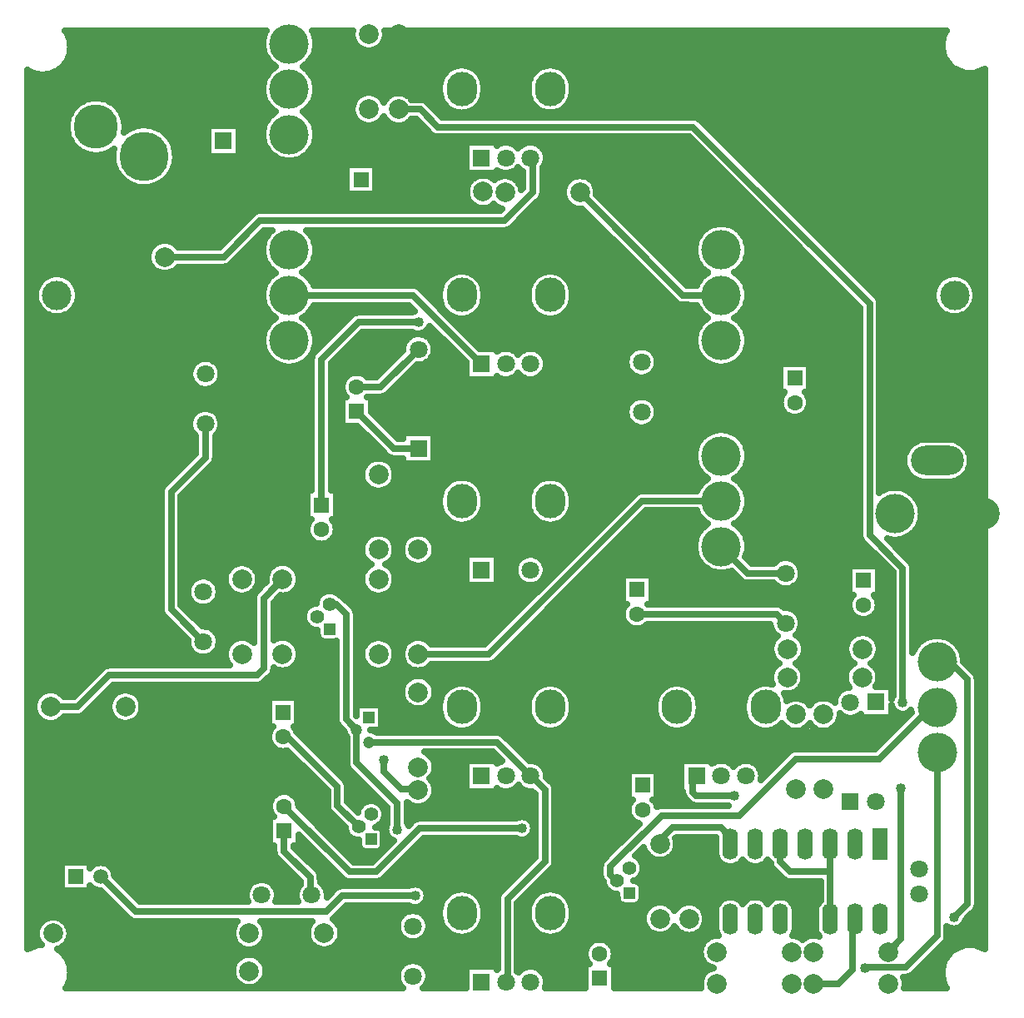
<source format=gbr>
G04 DipTrace 3.1.0.1*
G04 Bottom.gbr*
%MOIN*%
G04 #@! TF.FileFunction,Copper,L2,Bot*
G04 #@! TF.Part,Single*
%AMOUTLINE0*5,1,4,0,0,0.062994,-225.0*%
G04 #@! TA.AperFunction,Conductor*
%ADD13C,0.025984*%
G04 #@! TA.AperFunction,CopperBalancing*
%ADD15C,0.025*%
G04 #@! TA.AperFunction,ComponentPad*
%ADD17R,0.062992X0.062992*%
%ADD18C,0.062992*%
%ADD19C,0.070866*%
%ADD20R,0.070866X0.070866*%
%ADD21C,0.059055*%
%ADD22R,0.059055X0.059055*%
%ADD23C,0.19685*%
%ADD24C,0.177165*%
%ADD25C,0.11811*%
%ADD26C,0.130709*%
%ADD27O,0.212598X0.11811*%
%ADD28C,0.125984*%
%ADD29C,0.15748*%
%ADD30C,0.07874*%
%ADD31C,0.07874*%
%ADD32C,0.055118*%
%ADD33R,0.047244X0.047244*%
%ADD34C,0.047244*%
%ADD35C,0.15748*%
%ADD36R,0.062992X0.125984*%
%ADD37O,0.062992X0.125984*%
%ADD38O,0.122047X0.137795*%
G04 #@! TA.AperFunction,ViaPad*
%ADD39C,0.04*%
G04 #@! TA.AperFunction,ComponentPad*
%ADD103OUTLINE0*%
%FSLAX26Y26*%
G04*
G70*
G90*
G75*
G01*
G04 Bottom*
%LPD*%
X995707Y3372130D2*
D13*
X1230873D1*
X1377129Y3518386D1*
X2355751D1*
X2468594Y3631230D1*
Y3760256D1*
X2459807Y3769043D1*
X3223819Y3218927D2*
X3069843D1*
X2657698Y3631071D1*
X2010741Y3110514D2*
X1770984D1*
X1623135Y2962665D1*
Y2379091D1*
X1623249Y2378975D1*
X2010853Y2604804D2*
X1912293D1*
X1764059Y2753038D1*
X538266Y1571146D2*
X647302D1*
X773849Y1697693D1*
X1365975D1*
X1391404Y1723122D1*
Y2005734D1*
X1467146Y2081475D1*
X2010147Y1781475D2*
X2292723D1*
X2907068Y2395820D1*
X3221828D1*
X3223701Y2393946D1*
X1655785Y1981475D2*
X1681194D1*
X1722136Y1940533D1*
Y1520786D1*
X1763667Y1479255D1*
Y1347012D1*
X1925093Y1185587D1*
Y1081008D1*
X1927143Y1078958D1*
X1158131Y2703353D2*
Y2568753D1*
X1020871Y2431493D1*
Y1960892D1*
X1150289Y1831475D1*
X1813667Y1429255D2*
X2324682D1*
X2460017Y1293920D1*
X2460946D1*
X2517648Y1237219D1*
Y952009D1*
X2367537Y801899D1*
Y474790D1*
X2361604Y468857D1*
X1469230Y1450711D2*
X1487214D1*
X1686934Y1250991D1*
Y1175143D1*
X1771829Y1090248D1*
X1871098Y1358446D2*
Y1311241D1*
X1941902Y1240438D1*
X2006159D1*
X2010147Y1236449D1*
X1472883Y1073860D2*
Y992795D1*
X1577955Y887723D1*
Y822022D1*
X1583554Y816424D1*
X2425352Y1083873D2*
X2016352D1*
X1842075Y909596D1*
X1735572D1*
X1472883Y1172285D1*
X1493841Y3218861D2*
X1988136D1*
X2263021Y2943976D1*
X1764059Y2851463D2*
X1859874D1*
X2010853Y3002442D1*
X2886160Y1941114D2*
X3445971D1*
X3481417Y1905668D1*
Y2105668D2*
X3330719D1*
X3223701Y2212686D1*
X4087919Y1568833D2*
X4061427D1*
X3854823Y1362230D1*
X3521346D1*
X3294676Y1135559D1*
X2985043D1*
X2779163Y929678D1*
Y898866D1*
X2800171Y877858D1*
X2802803D1*
X2806130Y874530D1*
X3660268Y1019782D2*
Y911146D1*
Y719782D1*
X3460268Y1019782D2*
Y949537D1*
X3498659Y911146D1*
X3660268D1*
X1931324Y3963319D2*
X2018392D1*
X2089386Y3892325D1*
X3110526D1*
X3817879Y3184972D1*
Y2258353D1*
X3950253Y2125978D1*
Y1588694D1*
X3943656Y1242858D2*
Y640209D1*
X3892720Y589273D1*
X3276524Y1215510D2*
X3123147D1*
X3109614Y1229043D1*
Y1278381D1*
X3125336Y1294102D1*
X2978033Y1022726D2*
Y1038331D1*
X3028298Y1088594D1*
X3220946D1*
X3263773Y1045769D1*
Y1019782D1*
X3260268D1*
X4087919Y1387573D2*
Y653244D1*
X3962803Y528129D1*
X3795167D1*
X3797714Y525583D1*
X1998303Y814171D2*
X1705807D1*
X1641983Y750348D1*
X878676D1*
X738701Y890322D1*
X4087919Y1750093D2*
X4138050D1*
X4208377Y1679768D1*
Y781533D1*
X4155539Y728696D1*
X3592720Y460945D2*
X3693615D1*
X3750240Y517571D1*
Y709755D1*
X3760268Y719782D1*
D39*
X2010741Y3110514D3*
X1927143Y1078958D3*
X1871098Y1358446D3*
X2425352Y1083873D3*
X3950253Y1588694D3*
X3943656Y1242858D3*
X3276524Y1215510D3*
X3797714Y525583D3*
X1998303Y814171D3*
X4155539Y728696D3*
X611958Y4254336D2*
D15*
X1390419D1*
X1597661D2*
X1744702D1*
X1879999D2*
X4111228D1*
X618777Y4229467D2*
X1386399D1*
X1601680D2*
X1753781D1*
X1870920D2*
X4105954D1*
X619745Y4204598D2*
X1388337D1*
X1599743D2*
X1781412D1*
X1843289D2*
X4106385D1*
X615045Y4179730D2*
X1396626D1*
X1591453D2*
X4112629D1*
X603777Y4154861D2*
X1413240D1*
X1574803D2*
X4125833D1*
X583072Y4129992D2*
X1430967D1*
X1557076D2*
X2141043D1*
X2227392D2*
X2495364D1*
X2581749D2*
X4150092D1*
X448399Y4105123D2*
X476627D1*
X536387D2*
X1405920D1*
X1582159D2*
X2111798D1*
X2256639D2*
X2466118D1*
X2610995D2*
X4276655D1*
X448399Y4080255D2*
X1392786D1*
X1595293D2*
X2098701D1*
X2269701D2*
X2453056D1*
X2624056D2*
X4276655D1*
X448399Y4055386D2*
X1386937D1*
X1601142D2*
X2094251D1*
X2274186D2*
X2448571D1*
X2628507D2*
X4276655D1*
X448399Y4030517D2*
X1387152D1*
X1600927D2*
X2094430D1*
X2274007D2*
X2448751D1*
X2628327D2*
X4276655D1*
X448399Y4005648D2*
X692148D1*
X747996D2*
X1393504D1*
X1594575D2*
X1758841D1*
X1865860D2*
X1878371D1*
X1984278D2*
X2099920D1*
X2268516D2*
X2454240D1*
X2622837D2*
X4276655D1*
X448399Y3980780D2*
X642664D1*
X797480D2*
X1407356D1*
X1580724D2*
X1746175D1*
X2059276D2*
X2114453D1*
X2253983D2*
X2468774D1*
X2608303D2*
X4276655D1*
X448399Y3955911D2*
X620954D1*
X819190D2*
X1433874D1*
X1554206D2*
X1744487D1*
X2084143D2*
X2148220D1*
X2220217D2*
X2502541D1*
X2574537D2*
X4276655D1*
X448399Y3931042D2*
X608824D1*
X831319D2*
X1411554D1*
X1576525D2*
X1752848D1*
X3120765D2*
X4276655D1*
X448399Y3906173D2*
X603227D1*
X836953D2*
X1395728D1*
X1592350D2*
X1778327D1*
X1846374D2*
X1896098D1*
X1966551D2*
X2017207D1*
X3155035D2*
X4276655D1*
X448399Y3881304D2*
X603155D1*
X981601D2*
X1165496D1*
X1294332D2*
X1387978D1*
X1600101D2*
X2042075D1*
X3179903D2*
X4276655D1*
X448399Y3856436D2*
X608609D1*
X1010488D2*
X1165496D1*
X1294332D2*
X1386471D1*
X1601572D2*
X2070424D1*
X3204770D2*
X4276655D1*
X448399Y3831567D2*
X620522D1*
X1027031D2*
X1165496D1*
X1294332D2*
X1390992D1*
X1597051D2*
X3112930D1*
X3229638D2*
X4276655D1*
X448399Y3806698D2*
X641946D1*
X1036396D2*
X1165496D1*
X1294332D2*
X1402440D1*
X1585640D2*
X2198530D1*
X2511453D2*
X3137798D1*
X3254507D2*
X4276655D1*
X448399Y3781829D2*
X689457D1*
X750686D2*
X785734D1*
X1040236D2*
X1165496D1*
X1294332D2*
X1424150D1*
X1563894D2*
X2198530D1*
X2522899D2*
X3162667D1*
X3279374D2*
X4276655D1*
X448399Y3756961D2*
X786917D1*
X1039052D2*
X2198530D1*
X2523043D2*
X3187570D1*
X3304241D2*
X4276655D1*
X448399Y3732092D2*
X793306D1*
X1032701D2*
X1720373D1*
X1841350D2*
X2198530D1*
X2511991D2*
X3212437D1*
X3329109D2*
X4276655D1*
X448399Y3707223D2*
X805757D1*
X1020213D2*
X1720373D1*
X1841350D2*
X2198530D1*
X2327366D2*
X2426610D1*
X2510591D2*
X3237306D1*
X3353976D2*
X4276655D1*
X448399Y3682354D2*
X827037D1*
X998933D2*
X1720373D1*
X1841350D2*
X2223577D1*
X2401539D2*
X2426610D1*
X2510591D2*
X2613890D1*
X2701530D2*
X3262173D1*
X3378845D2*
X4276655D1*
X448399Y3657486D2*
X868986D1*
X956986D2*
X1720373D1*
X1841350D2*
X2206209D1*
X2510591D2*
X2594871D1*
X2720550D2*
X3287041D1*
X3403713D2*
X4276655D1*
X448399Y3632617D2*
X1720373D1*
X1841350D2*
X2201545D1*
X2510591D2*
X2589345D1*
X2726039D2*
X3311908D1*
X3428580D2*
X4276655D1*
X448399Y3607748D2*
X2206676D1*
X2502840D2*
X2593615D1*
X2739353D2*
X3336777D1*
X3453448D2*
X4276655D1*
X448399Y3582879D2*
X2224904D1*
X2478583D2*
X2610301D1*
X2764220D2*
X3361644D1*
X3478316D2*
X4276655D1*
X448399Y3558010D2*
X2337043D1*
X2453714D2*
X2672416D1*
X2789088D2*
X3386512D1*
X3503184D2*
X4276655D1*
X448399Y3533142D2*
X1333542D1*
X2428846D2*
X2697285D1*
X2813955D2*
X3411379D1*
X3528051D2*
X4276655D1*
X448399Y3508273D2*
X1308675D1*
X2403979D2*
X2722152D1*
X2838824D2*
X3436247D1*
X3552919D2*
X4276655D1*
X448399Y3483404D2*
X1283806D1*
X2376563D2*
X2747020D1*
X2863692D2*
X3156925D1*
X3290713D2*
X3461115D1*
X3577786D2*
X4276655D1*
X448399Y3458535D2*
X1258938D1*
X1375610D2*
X1403803D1*
X1583882D2*
X2771887D1*
X2888559D2*
X3133744D1*
X3313894D2*
X3485983D1*
X3602655D2*
X4276655D1*
X448399Y3433667D2*
X969748D1*
X1021684D2*
X1234071D1*
X1350743D2*
X1391602D1*
X1596083D2*
X2796755D1*
X2913427D2*
X3121543D1*
X3326094D2*
X3510850D1*
X3627522D2*
X4276655D1*
X448399Y3408798D2*
X938492D1*
X1325874D2*
X1386471D1*
X1601214D2*
X2821623D1*
X2938294D2*
X3116448D1*
X3331190D2*
X3535718D1*
X3652390D2*
X4276655D1*
X448399Y3383929D2*
X928409D1*
X1301007D2*
X1387367D1*
X1600316D2*
X2846491D1*
X2963163D2*
X3117345D1*
X3330294D2*
X3560587D1*
X3677257D2*
X4276655D1*
X448399Y3359060D2*
X928660D1*
X1276139D2*
X1394437D1*
X1593248D2*
X2871358D1*
X2988066D2*
X3124450D1*
X3323189D2*
X3585454D1*
X3702126D2*
X4276655D1*
X448399Y3334192D2*
X939354D1*
X1244310D2*
X1409329D1*
X1578356D2*
X2896226D1*
X3012933D2*
X3139341D1*
X3308297D2*
X3610322D1*
X3726993D2*
X4276655D1*
X448399Y3309323D2*
X973373D1*
X1018024D2*
X1437570D1*
X1550114D2*
X2150875D1*
X2217668D2*
X2505232D1*
X2571988D2*
X2921094D1*
X3037802D2*
X3167438D1*
X3280199D2*
X3635189D1*
X3751861D2*
X4276655D1*
X448399Y3284454D2*
X506375D1*
X621253D2*
X1409042D1*
X1578643D2*
X2115386D1*
X2253194D2*
X2469707D1*
X2607514D2*
X2945962D1*
X3062669D2*
X3138983D1*
X3308655D2*
X3660056D1*
X3776728D2*
X4100140D1*
X4214946D2*
X4276655D1*
X448399Y3259585D2*
X486064D1*
X641528D2*
X1394294D1*
X1593391D2*
X2100387D1*
X2268193D2*
X2454707D1*
X2622513D2*
X2970829D1*
X3087537D2*
X3124270D1*
X3323367D2*
X3684925D1*
X3801596D2*
X4079831D1*
X4235257D2*
X4276655D1*
X448399Y3234717D2*
X477238D1*
X650354D2*
X1387297D1*
X2030604D2*
X2094573D1*
X2274007D2*
X2448894D1*
X2628327D2*
X2995697D1*
X3330365D2*
X3709793D1*
X3826465D2*
X4070967D1*
X4244084D2*
X4276655D1*
X448399Y3209848D2*
X476232D1*
X651360D2*
X1386507D1*
X2055508D2*
X2094286D1*
X2274294D2*
X2448606D1*
X2628614D2*
X3020601D1*
X3331155D2*
X3734660D1*
X3851045D2*
X4069962D1*
X4245125D2*
X4276655D1*
X448399Y3184979D2*
X482764D1*
X644865D2*
X1391710D1*
X2080375D2*
X2098449D1*
X2270131D2*
X2452769D1*
X2624451D2*
X3047192D1*
X3325916D2*
X3759528D1*
X3859873D2*
X4076493D1*
X4238594D2*
X4276655D1*
X448399Y3160110D2*
X499127D1*
X628466D2*
X1404054D1*
X1583631D2*
X1988535D1*
X2257463D2*
X2465400D1*
X2611820D2*
X3134067D1*
X3313571D2*
X3775891D1*
X3859873D2*
X4092856D1*
X4222231D2*
X4276655D1*
X448399Y3135241D2*
X543301D1*
X584291D2*
X1427450D1*
X1560234D2*
X1737382D1*
X2229366D2*
X2493534D1*
X2583688D2*
X3157535D1*
X3290104D2*
X3775891D1*
X3859873D2*
X4136923D1*
X4178165D2*
X4276655D1*
X448399Y3110373D2*
X1415322D1*
X1572364D2*
X1712514D1*
X2154979D2*
X3145227D1*
X3302411D2*
X3775891D1*
X3859873D2*
X4276655D1*
X448399Y3085504D2*
X1397631D1*
X1590054D2*
X1687647D1*
X2179846D2*
X3127572D1*
X3320067D2*
X3775891D1*
X3859873D2*
X4276655D1*
X448399Y3060635D2*
X1388660D1*
X1599025D2*
X1662780D1*
X1779450D2*
X1987172D1*
X2034516D2*
X2088007D1*
X2204714D2*
X3118636D1*
X3329001D2*
X3775891D1*
X3859873D2*
X4276655D1*
X448399Y3035766D2*
X1386112D1*
X1601572D2*
X1637911D1*
X1754583D2*
X1956168D1*
X2065555D2*
X2112911D1*
X2229581D2*
X3116089D1*
X3331550D2*
X3775891D1*
X3859873D2*
X4276655D1*
X448399Y3010898D2*
X1389556D1*
X1598127D2*
X1613043D1*
X1729715D2*
X1947017D1*
X2074706D2*
X2137778D1*
X2254450D2*
X2887794D1*
X2921394D2*
X3119534D1*
X3328105D2*
X3775891D1*
X3859873D2*
X4276655D1*
X448399Y2986029D2*
X1399605D1*
X1704848D2*
X1936109D1*
X2073055D2*
X2162646D1*
X2507828D2*
X2851299D1*
X2957923D2*
X3129617D1*
X3318021D2*
X3775891D1*
X3859873D2*
X4276655D1*
X448399Y2961160D2*
X1133416D1*
X1182840D2*
X1419018D1*
X1679980D2*
X1911241D1*
X2059526D2*
X2187513D1*
X2521858D2*
X2841072D1*
X2968114D2*
X3149066D1*
X3298572D2*
X3775891D1*
X3859873D2*
X4276655D1*
X448399Y2936291D2*
X1103201D1*
X1213055D2*
X1462869D1*
X1524816D2*
X1581143D1*
X1665123D2*
X1886374D1*
X2003045D2*
X2198602D1*
X2523832D2*
X2841862D1*
X2967325D2*
X3193096D1*
X3254542D2*
X3457634D1*
X3578612D2*
X3775891D1*
X3859873D2*
X4276655D1*
X448399Y2911423D2*
X1094230D1*
X1222026D2*
X1581143D1*
X1665123D2*
X1861505D1*
X1978177D2*
X2198602D1*
X2515041D2*
X2854169D1*
X2955017D2*
X3457634D1*
X3578612D2*
X3775891D1*
X3859873D2*
X4276655D1*
X448399Y2886554D2*
X1096024D1*
X1220231D2*
X1581143D1*
X1665123D2*
X1715386D1*
X1953310D2*
X2198602D1*
X2387113D2*
X2434181D1*
X2485543D2*
X3457634D1*
X3578612D2*
X3775891D1*
X3859873D2*
X4276655D1*
X448399Y2861685D2*
X1109840D1*
X1206451D2*
X1581143D1*
X1665123D2*
X1704476D1*
X1928442D2*
X3457634D1*
X3578612D2*
X3775891D1*
X3859873D2*
X4276655D1*
X448399Y2836816D2*
X1581143D1*
X1665123D2*
X1705445D1*
X1903573D2*
X3457634D1*
X3578612D2*
X3775891D1*
X3859873D2*
X4276655D1*
X448399Y2811948D2*
X1581143D1*
X1665123D2*
X1719117D1*
X1808983D2*
X2893356D1*
X2915867D2*
X3462192D1*
X3574055D2*
X3775891D1*
X3859873D2*
X4276655D1*
X448399Y2787079D2*
X1581143D1*
X1665123D2*
X1703579D1*
X1824556D2*
X2852017D1*
X2957169D2*
X3457671D1*
X3578541D2*
X3775891D1*
X3859873D2*
X4276655D1*
X448399Y2762210D2*
X1136394D1*
X1179898D2*
X1581143D1*
X1665123D2*
X1703579D1*
X1824556D2*
X2841252D1*
X2967934D2*
X3464381D1*
X3571829D2*
X3775891D1*
X3859873D2*
X4276655D1*
X448399Y2737341D2*
X1103883D1*
X1212408D2*
X1581143D1*
X1665123D2*
X1703579D1*
X1838085D2*
X2841610D1*
X2967576D2*
X3490073D1*
X3546173D2*
X3775891D1*
X3859873D2*
X4276655D1*
X448399Y2712472D2*
X1094374D1*
X1221882D2*
X1581143D1*
X1665123D2*
X1703579D1*
X1862953D2*
X2853345D1*
X2955878D2*
X3775891D1*
X3859873D2*
X4276655D1*
X448399Y2687604D2*
X1095738D1*
X1220518D2*
X1581143D1*
X1665123D2*
X1771150D1*
X1887822D2*
X3775891D1*
X3859873D2*
X4276655D1*
X448399Y2662735D2*
X1108907D1*
X1207385D2*
X1581143D1*
X1665123D2*
X1796017D1*
X1912689D2*
X1946444D1*
X2075280D2*
X3162774D1*
X3284613D2*
X3775891D1*
X3859873D2*
X4276655D1*
X448399Y2637866D2*
X1116155D1*
X1200101D2*
X1581143D1*
X1665123D2*
X1820885D1*
X2075280D2*
X3136650D1*
X3310736D2*
X3775891D1*
X3859873D2*
X4011759D1*
X4163453D2*
X4276655D1*
X448399Y2612997D2*
X1116155D1*
X1200101D2*
X1581143D1*
X1665123D2*
X1845752D1*
X2075280D2*
X3122979D1*
X3324408D2*
X3775891D1*
X3859873D2*
X3973720D1*
X4201490D2*
X4276655D1*
X448399Y2588129D2*
X1116155D1*
X1200101D2*
X1581143D1*
X1665123D2*
X1870621D1*
X2075280D2*
X3116770D1*
X3330652D2*
X3775891D1*
X3859873D2*
X3958434D1*
X4216812D2*
X4276655D1*
X448399Y2563260D2*
X1094302D1*
X1199741D2*
X1581143D1*
X1665123D2*
X1829175D1*
X1873682D2*
X1946444D1*
X2075280D2*
X3116663D1*
X3330760D2*
X3775891D1*
X3859873D2*
X3952585D1*
X4222626D2*
X4276655D1*
X448399Y2538391D2*
X1069434D1*
X1186105D2*
X1581143D1*
X1665123D2*
X1795084D1*
X1907736D2*
X3122619D1*
X3324768D2*
X3775891D1*
X3859873D2*
X3954235D1*
X4220975D2*
X4276655D1*
X448399Y2513522D2*
X1044567D1*
X1161238D2*
X1581143D1*
X1665123D2*
X1784354D1*
X1918466D2*
X3135933D1*
X3311454D2*
X3775891D1*
X3859873D2*
X3963853D1*
X4211394D2*
X4276655D1*
X448399Y2488654D2*
X1019698D1*
X1136370D2*
X1581143D1*
X1665123D2*
X1784104D1*
X1918717D2*
X2168280D1*
X2200444D2*
X2522600D1*
X2554801D2*
X3161339D1*
X3286049D2*
X3775891D1*
X3859873D2*
X3985634D1*
X4189612D2*
X4276655D1*
X448399Y2463785D2*
X994831D1*
X1111503D2*
X1581143D1*
X1665123D2*
X1794186D1*
X1908634D2*
X2119693D1*
X2249031D2*
X2474013D1*
X2603387D2*
X3142500D1*
X3304924D2*
X3775891D1*
X3859873D2*
X4276655D1*
X448399Y2438916D2*
X979580D1*
X1086635D2*
X1581143D1*
X1665123D2*
X1825407D1*
X1877450D2*
X2102432D1*
X2266291D2*
X2456752D1*
X2620648D2*
X3126064D1*
X3321358D2*
X3775891D1*
X3966556D2*
X4276655D1*
X448399Y2414047D2*
X978898D1*
X1062844D2*
X1562770D1*
X1683748D2*
X2095147D1*
X2273576D2*
X2449469D1*
X2627896D2*
X2866945D1*
X3329504D2*
X3775891D1*
X3999785D2*
X4276655D1*
X448399Y2389178D2*
X978898D1*
X1062844D2*
X1562770D1*
X1683748D2*
X2094358D1*
X2274365D2*
X2448678D1*
X2628722D2*
X2842077D1*
X3331335D2*
X3775891D1*
X4016364D2*
X4276655D1*
X448399Y2364310D2*
X978898D1*
X1062844D2*
X1562770D1*
X1683748D2*
X2097193D1*
X2271530D2*
X2451513D1*
X2625850D2*
X2817209D1*
X3327172D2*
X3775891D1*
X4024617D2*
X4276655D1*
X448399Y2339441D2*
X978898D1*
X1062844D2*
X1562770D1*
X1683748D2*
X2108030D1*
X2260693D2*
X2462386D1*
X2615014D2*
X2792341D1*
X2909013D2*
X3131196D1*
X3316227D2*
X3775891D1*
X4026518D2*
X4276655D1*
X448399Y2314572D2*
X978898D1*
X1062844D2*
X1573786D1*
X1672696D2*
X2131929D1*
X2236794D2*
X2486285D1*
X2591115D2*
X2767474D1*
X2884146D2*
X3152117D1*
X3295306D2*
X3775891D1*
X4022428D2*
X4276655D1*
X448399Y2289703D2*
X978898D1*
X1062844D2*
X1563487D1*
X1682993D2*
X2742606D1*
X2859278D2*
X3149497D1*
X3297927D2*
X3775891D1*
X4011591D2*
X4276655D1*
X448399Y2264835D2*
X978898D1*
X1062844D2*
X1564923D1*
X1681559D2*
X1835131D1*
X1867726D2*
X1993846D1*
X2026441D2*
X2717739D1*
X2834409D2*
X3129797D1*
X3317591D2*
X3775891D1*
X3990849D2*
X4276655D1*
X448399Y2239966D2*
X978898D1*
X1062844D2*
X1579348D1*
X1667169D2*
X1796232D1*
X1906588D2*
X1954984D1*
X2065340D2*
X2692870D1*
X2809542D2*
X3119570D1*
X3327853D2*
X3780449D1*
X3937992D2*
X4276655D1*
X448399Y2215097D2*
X978898D1*
X1062844D2*
X1784714D1*
X1918143D2*
X1943429D1*
X2076858D2*
X2668003D1*
X2784675D2*
X3115980D1*
X3331406D2*
X3802804D1*
X3919476D2*
X4276655D1*
X448399Y2190228D2*
X978898D1*
X1062844D2*
X1783852D1*
X1919004D2*
X1942568D1*
X2077720D2*
X2643135D1*
X2759807D2*
X3118386D1*
X3329001D2*
X3827672D1*
X3944344D2*
X4276655D1*
X448399Y2165360D2*
X978898D1*
X1062844D2*
X1793182D1*
X1909675D2*
X1951898D1*
X2068390D2*
X2198673D1*
X2327509D2*
X2416706D1*
X2503198D2*
X2618268D1*
X2734938D2*
X3127213D1*
X3329361D2*
X3462442D1*
X3500385D2*
X3852539D1*
X3969211D2*
X4276655D1*
X448399Y2140491D2*
X978898D1*
X1062844D2*
X1272753D1*
X1336245D2*
X1435417D1*
X1498873D2*
X1819665D1*
X1883156D2*
X1980354D1*
X2039934D2*
X2198673D1*
X2327509D2*
X2399482D1*
X2520423D2*
X2593399D1*
X2710071D2*
X3144652D1*
X3535121D2*
X3877408D1*
X3989486D2*
X4276655D1*
X448399Y2115622D2*
X978898D1*
X1062844D2*
X1245697D1*
X1363302D2*
X1408324D1*
X1525965D2*
X1792608D1*
X1910248D2*
X2198673D1*
X2327509D2*
X2395606D1*
X2524299D2*
X2568531D1*
X2685203D2*
X3180537D1*
X3545025D2*
X3732759D1*
X3853736D2*
X3902276D1*
X3992249D2*
X4276655D1*
X448399Y2090753D2*
X978898D1*
X1062844D2*
X1129864D1*
X1170711D2*
X1236798D1*
X1372201D2*
X1399425D1*
X1534864D2*
X1783709D1*
X1919112D2*
X2198673D1*
X2327509D2*
X2402209D1*
X2517696D2*
X2543664D1*
X2660336D2*
X2825678D1*
X2946656D2*
X3287293D1*
X3544020D2*
X3732759D1*
X3853736D2*
X3908268D1*
X3992249D2*
X4276655D1*
X448399Y2065885D2*
X978898D1*
X1062844D2*
X1096311D1*
X1204262D2*
X1238018D1*
X1370980D2*
X1393217D1*
X1533644D2*
X1784929D1*
X1917928D2*
X2198673D1*
X2327509D2*
X2425175D1*
X2494730D2*
X2518797D1*
X2635469D2*
X2825678D1*
X2946656D2*
X3431475D1*
X3531388D2*
X3732759D1*
X3853736D2*
X3908268D1*
X3992249D2*
X4276655D1*
X448399Y2041016D2*
X978898D1*
X1062844D2*
X1086587D1*
X1213988D2*
X1250039D1*
X1521623D2*
X1796950D1*
X1905907D2*
X2493929D1*
X2610600D2*
X2825678D1*
X2946656D2*
X3732759D1*
X3853736D2*
X3908268D1*
X3992249D2*
X4276655D1*
X448399Y2016147D2*
X978898D1*
X1062844D2*
X1087807D1*
X1212803D2*
X1293638D1*
X1315361D2*
X1350802D1*
X1478024D2*
X1611824D1*
X1702587D2*
X1840550D1*
X1862291D2*
X2469060D1*
X2585732D2*
X2825678D1*
X2946656D2*
X3746681D1*
X3839812D2*
X3908268D1*
X3992249D2*
X4276655D1*
X448399Y1991278D2*
X978898D1*
X1062844D2*
X1100689D1*
X1199885D2*
X1349438D1*
X1435285D2*
X1600125D1*
X1729715D2*
X2444193D1*
X2560865D2*
X2825678D1*
X2946656D2*
X3734194D1*
X3852301D2*
X3908268D1*
X3992249D2*
X4276655D1*
X448399Y1966409D2*
X978898D1*
X1073681D2*
X1349438D1*
X1433383D2*
X1562052D1*
X1754475D2*
X2419325D1*
X2535997D2*
X2831491D1*
X3495971D2*
X3734014D1*
X3852480D2*
X3908268D1*
X3992249D2*
X4276655D1*
X448399Y1941541D2*
X983958D1*
X1098549D2*
X1349438D1*
X1433383D2*
X1550175D1*
X1764092D2*
X2394458D1*
X2511129D2*
X2825678D1*
X3534403D2*
X3746000D1*
X3840459D2*
X3908268D1*
X3992249D2*
X4276655D1*
X448399Y1916672D2*
X1006744D1*
X1123416D2*
X1349438D1*
X1433383D2*
X1551287D1*
X1764129D2*
X2369589D1*
X2486261D2*
X2831060D1*
X3544845D2*
X3908268D1*
X3992249D2*
X4276655D1*
X448399Y1891803D2*
X1031612D1*
X1166764D2*
X1349438D1*
X1433383D2*
X1566573D1*
X1764129D2*
X2344722D1*
X2461394D2*
X2853165D1*
X2919168D2*
X3418556D1*
X3544270D2*
X3908268D1*
X3992249D2*
X4276655D1*
X448399Y1866934D2*
X1056480D1*
X1203546D2*
X1349438D1*
X1433383D2*
X1604539D1*
X1764129D2*
X2319854D1*
X2436526D2*
X3430613D1*
X3532249D2*
X3775568D1*
X3803427D2*
X3908268D1*
X3992249D2*
X4276655D1*
X448399Y1842066D2*
X1081348D1*
X1213808D2*
X1276163D1*
X1332836D2*
X1349438D1*
X1495463D2*
X1610819D1*
X1764129D2*
X1823110D1*
X1879747D2*
X1981825D1*
X2038463D2*
X2294987D1*
X2411659D2*
X3434668D1*
X3544307D2*
X3734660D1*
X3844335D2*
X3908268D1*
X3992249D2*
X4034293D1*
X4141563D2*
X4276655D1*
X448399Y1817197D2*
X1087520D1*
X1213055D2*
X1246667D1*
X1524996D2*
X1680147D1*
X1764129D2*
X1793577D1*
X1909244D2*
X1952328D1*
X2386790D2*
X3422899D1*
X3556076D2*
X3722890D1*
X3856105D2*
X3908268D1*
X4171491D2*
X4276655D1*
X448399Y1792328D2*
X1099793D1*
X1200782D2*
X1237049D1*
X1534613D2*
X1680147D1*
X1764129D2*
X1783959D1*
X1918896D2*
X1942676D1*
X2361923D2*
X3421858D1*
X3557117D2*
X3721849D1*
X3857146D2*
X3908268D1*
X4186814D2*
X4276655D1*
X448399Y1767459D2*
X1237659D1*
X1534003D2*
X1680147D1*
X1764129D2*
X1784570D1*
X1918286D2*
X1943286D1*
X2337055D2*
X3430972D1*
X3548038D2*
X3730965D1*
X3848030D2*
X3908268D1*
X4194205D2*
X4276655D1*
X448399Y1742591D2*
X1248854D1*
X1522807D2*
X1680147D1*
X1764129D2*
X1795766D1*
X1907091D2*
X1954482D1*
X2302068D2*
X3447049D1*
X3528159D2*
X3747041D1*
X3828151D2*
X3908268D1*
X4203894D2*
X4276655D1*
X448399Y1717722D2*
X735531D1*
X1433025D2*
X1448119D1*
X1486169D2*
X1680147D1*
X1764129D2*
X1832404D1*
X1870453D2*
X1991119D1*
X2029169D2*
X3425912D1*
X3549294D2*
X3725904D1*
X3849286D2*
X3908268D1*
X4228761D2*
X4276655D1*
X448399Y1692853D2*
X710664D1*
X1419461D2*
X1680147D1*
X1764129D2*
X1990509D1*
X2029778D2*
X3419382D1*
X3555861D2*
X3719374D1*
X3855853D2*
X3908268D1*
X4248139D2*
X4276655D1*
X448399Y1667984D2*
X685797D1*
X1394486D2*
X1680147D1*
X1764129D2*
X1954374D1*
X2065915D2*
X3422647D1*
X3552596D2*
X3722639D1*
X3852588D2*
X3908268D1*
X4250364D2*
X4276655D1*
X448399Y1643115D2*
X660928D1*
X777600D2*
X1680147D1*
X1764129D2*
X1943249D1*
X2077038D2*
X2124142D1*
X2244689D2*
X2478462D1*
X2599046D2*
X2986115D1*
X3107093D2*
X3340437D1*
X3537525D2*
X3710188D1*
X4250364D2*
X4276655D1*
X448399Y1618247D2*
X489724D1*
X586804D2*
X636060D1*
X752732D2*
X789717D1*
X886795D2*
X1680147D1*
X1764129D2*
X1942711D1*
X2077576D2*
X2104550D1*
X2264318D2*
X2458870D1*
X2618638D2*
X2966594D1*
X3126579D2*
X3320951D1*
X3480899D2*
X3684207D1*
X4250364D2*
X4276655D1*
X448399Y1593378D2*
X473756D1*
X727865D2*
X773785D1*
X902764D2*
X1408755D1*
X1529732D2*
X1680147D1*
X1764129D2*
X1952400D1*
X2067887D2*
X2095902D1*
X2272966D2*
X2450222D1*
X2627286D2*
X2958018D1*
X3135155D2*
X3312339D1*
X3563576D2*
X3591231D1*
X4250364D2*
X4276655D1*
X448399Y1568509D2*
X469953D1*
X702997D2*
X769945D1*
X906568D2*
X1408755D1*
X1529732D2*
X1680147D1*
X1866290D2*
X1982184D1*
X2038104D2*
X2094394D1*
X2274437D2*
X2448751D1*
X2628757D2*
X2956584D1*
X3136626D2*
X3310904D1*
X4250364D2*
X4276655D1*
X448399Y1543640D2*
X475909D1*
X678129D2*
X775937D1*
X900612D2*
X1408755D1*
X1529732D2*
X1680147D1*
X1866290D2*
X2096295D1*
X2272571D2*
X2450617D1*
X2626891D2*
X2958486D1*
X3134689D2*
X3312806D1*
X3907671D2*
X3936294D1*
X3964223D2*
X3977883D1*
X4250364D2*
X4276655D1*
X448399Y1518772D2*
X495825D1*
X580703D2*
X795818D1*
X880696D2*
X1408755D1*
X1529732D2*
X1680219D1*
X1866290D2*
X2105626D1*
X2263241D2*
X2459946D1*
X2617562D2*
X2967887D1*
X3125287D2*
X3322243D1*
X3697173D2*
X3953016D1*
X4250364D2*
X4276655D1*
X448399Y1493903D2*
X1408755D1*
X1529732D2*
X1690732D1*
X1866290D2*
X2126510D1*
X2242357D2*
X2480831D1*
X2596677D2*
X2988915D1*
X3104295D2*
X3343235D1*
X3458615D2*
X3472992D1*
X3681850D2*
X3928148D1*
X4250364D2*
X4276655D1*
X448399Y1469034D2*
X1411697D1*
X1527220D2*
X1712119D1*
X1846661D2*
X3903280D1*
X4250364D2*
X4276655D1*
X448399Y1444165D2*
X1409114D1*
X1552088D2*
X1721701D1*
X2368094D2*
X3878412D1*
X4250364D2*
X4276655D1*
X448399Y1419297D2*
X1417978D1*
X1576957D2*
X1721701D1*
X2392999D2*
X3853545D1*
X4250364D2*
X4276655D1*
X448399Y1394428D2*
X1452785D1*
X1601824D2*
X1721701D1*
X2417866D2*
X3495995D1*
X4250364D2*
X4276655D1*
X448399Y1369559D2*
X1510020D1*
X1626692D2*
X1721701D1*
X2064730D2*
X2326026D1*
X2442734D2*
X3470337D1*
X4250364D2*
X4276655D1*
X448399Y1344690D2*
X1534888D1*
X1651559D2*
X1721736D1*
X2076680D2*
X2198745D1*
X2497959D2*
X3060899D1*
X3261970D2*
X3283955D1*
X3360400D2*
X3445470D1*
X4250364D2*
X4276655D1*
X448399Y1319822D2*
X1559756D1*
X1676427D2*
X1732538D1*
X2077828D2*
X2198745D1*
X2518773D2*
X3060899D1*
X3381034D2*
X3420602D1*
X4250364D2*
X4276655D1*
X448399Y1294953D2*
X1584623D1*
X1701295D2*
X1757370D1*
X2068857D2*
X2198745D1*
X2524442D2*
X2848644D1*
X2969622D2*
X3060899D1*
X4250364D2*
X4276655D1*
X448399Y1270084D2*
X1609491D1*
X1724009D2*
X1782273D1*
X2069287D2*
X2198745D1*
X2543138D2*
X2848644D1*
X2969622D2*
X3060899D1*
X4250364D2*
X4276655D1*
X448399Y1245215D2*
X1634358D1*
X1728925D2*
X1807142D1*
X2077936D2*
X2198745D1*
X2402328D2*
X2419290D1*
X2558819D2*
X2848644D1*
X2969622D2*
X3060899D1*
X4250364D2*
X4276655D1*
X448399Y1220346D2*
X1437929D1*
X1507844D2*
X1644945D1*
X1728925D2*
X1832009D1*
X2076500D2*
X2475664D1*
X2559644D2*
X2848644D1*
X2969622D2*
X3068614D1*
X4250364D2*
X4276655D1*
X448399Y1195478D2*
X1417223D1*
X1528549D2*
X1644945D1*
X1728925D2*
X1856877D1*
X2064227D2*
X2475664D1*
X2559644D2*
X2861741D1*
X2956488D2*
X3084833D1*
X4250364D2*
X4276655D1*
X448399Y1170609D2*
X1412415D1*
X1533357D2*
X1645196D1*
X1749810D2*
X1774594D1*
X1869054D2*
X1881744D1*
X1967089D2*
X2475664D1*
X2559644D2*
X2849864D1*
X4250364D2*
X4276655D1*
X448399Y1145740D2*
X1418839D1*
X1557759D2*
X1658007D1*
X1967089D2*
X2475664D1*
X2559644D2*
X2850115D1*
X4250364D2*
X4276655D1*
X448399Y1120871D2*
X1412379D1*
X1582626D2*
X1682874D1*
X1967089D2*
X2000055D1*
X2456010D2*
X2475664D1*
X2559644D2*
X2862710D1*
X4250364D2*
X4276655D1*
X448399Y1096003D2*
X1412379D1*
X1607493D2*
X1707741D1*
X1855382D2*
X1881386D1*
X2559644D2*
X2887147D1*
X4250364D2*
X4276655D1*
X448399Y1071134D2*
X1412379D1*
X1632361D2*
X1718759D1*
X2559644D2*
X2862280D1*
X4250364D2*
X4276655D1*
X448399Y1046265D2*
X1412379D1*
X1657230D2*
X1737920D1*
X1873109D2*
X1891576D1*
X2455186D2*
X2475664D1*
X2559644D2*
X2837412D1*
X3044297D2*
X3199770D1*
X4250364D2*
X4276655D1*
X448399Y1021396D2*
X1412379D1*
X1533357D2*
X1565425D1*
X1682097D2*
X1770575D1*
X1873109D2*
X1895524D1*
X2012231D2*
X2475664D1*
X2559644D2*
X2812545D1*
X3046378D2*
X3199770D1*
X4250364D2*
X4276655D1*
X448399Y996528D2*
X1430895D1*
X1527508D2*
X1590293D1*
X1706965D2*
X1781520D1*
X1987364D2*
X2475664D1*
X2559644D2*
X2787677D1*
X3040959D2*
X3199770D1*
X4250364D2*
X4276655D1*
X448399Y971659D2*
X1437031D1*
X1552375D2*
X1615160D1*
X1731832D2*
X1845789D1*
X1962461D2*
X2475664D1*
X2559644D2*
X2762808D1*
X2885114D2*
X2933941D1*
X3022119D2*
X3202211D1*
X4250364D2*
X4276655D1*
X448399Y946790D2*
X1460535D1*
X1577243D2*
X1640029D1*
X1937592D2*
X2454097D1*
X2559286D2*
X2741063D1*
X2907900D2*
X3217247D1*
X3303273D2*
X3317256D1*
X3403282D2*
X3417265D1*
X4250364D2*
X4276655D1*
X448399Y921921D2*
X580189D1*
X787469D2*
X1485403D1*
X1602112D2*
X1664896D1*
X1912724D2*
X2429230D1*
X2545902D2*
X2737188D1*
X2912601D2*
X3429537D1*
X4250364D2*
X4276655D1*
X448399Y897052D2*
X580189D1*
X796798D2*
X1510272D1*
X1618833D2*
X1689764D1*
X1887857D2*
X2404362D1*
X2521033D2*
X2737223D1*
X2905173D2*
X3454404D1*
X4250364D2*
X4276655D1*
X448399Y872184D2*
X580189D1*
X815171D2*
X1354104D1*
X1413001D2*
X1535139D1*
X1619945D2*
X1720445D1*
X1857211D2*
X2379493D1*
X2496165D2*
X2747558D1*
X2888487D2*
X3489751D1*
X4250364D2*
X4276655D1*
X448399Y847315D2*
X580189D1*
X840038D2*
X1327370D1*
X1439735D2*
X1527388D1*
X1639718D2*
X1681833D1*
X2033403D2*
X2354626D1*
X2471298D2*
X2756924D1*
X2907398D2*
X3618287D1*
X4250364D2*
X4276655D1*
X448399Y822446D2*
X748235D1*
X864907D2*
X1319440D1*
X1447701D2*
X1519421D1*
X2046537D2*
X2129596D1*
X2239307D2*
X2331337D1*
X2446430D2*
X2483917D1*
X2593627D2*
X2789184D1*
X2907398D2*
X3618287D1*
X4250364D2*
X4276655D1*
X448399Y797577D2*
X773102D1*
X889774D2*
X1322059D1*
X1445046D2*
X1522077D1*
X2044240D2*
X2107025D1*
X2261841D2*
X2325560D1*
X2421562D2*
X2461345D1*
X2616163D2*
X2805295D1*
X2906967D2*
X3222844D1*
X3297675D2*
X3322853D1*
X3397684D2*
X3422862D1*
X3497693D2*
X3618287D1*
X4250364D2*
X4276655D1*
X448399Y772709D2*
X797970D1*
X1722682D2*
X1974756D1*
X2021848D2*
X2096835D1*
X2272033D2*
X2325560D1*
X2409505D2*
X2451155D1*
X2626390D2*
X2932648D1*
X3023412D2*
X3050097D1*
X3138923D2*
X3203898D1*
X3516640D2*
X3603898D1*
X4249360D2*
X4276655D1*
X448399Y747840D2*
X822837D1*
X1697814D2*
X1958967D1*
X2019373D2*
X2094430D1*
X2274437D2*
X2325560D1*
X2409505D2*
X2448751D1*
X2628794D2*
X2914635D1*
X3157547D2*
X3199770D1*
X3520766D2*
X3599772D1*
X4233031D2*
X4276655D1*
X448399Y722971D2*
X519222D1*
X578084D2*
X847706D1*
X1672946D2*
X1932772D1*
X2045568D2*
X2095471D1*
X2273396D2*
X2325560D1*
X2409505D2*
X2449827D1*
X2627717D2*
X2909682D1*
X3162858D2*
X3199770D1*
X3520766D2*
X3599772D1*
X4208164D2*
X4276655D1*
X448399Y698102D2*
X490514D1*
X606827D2*
X1274441D1*
X1392655D2*
X1574432D1*
X1692647D2*
X1924984D1*
X2053319D2*
X2103329D1*
X2265538D2*
X2325560D1*
X2409505D2*
X2457650D1*
X2619858D2*
X2914455D1*
X3158444D2*
X3199770D1*
X3520766D2*
X3599772D1*
X4193056D2*
X4276655D1*
X448399Y673234D2*
X481113D1*
X616193D2*
X1265793D1*
X1401339D2*
X1565783D1*
X1701331D2*
X1927820D1*
X2050520D2*
X2121558D1*
X2247345D2*
X2325560D1*
X2409505D2*
X2475879D1*
X2601665D2*
X2932075D1*
X3023986D2*
X3047657D1*
X3141399D2*
X3201780D1*
X3518757D2*
X3601781D1*
X4129900D2*
X4276655D1*
X448399Y648365D2*
X481903D1*
X615403D2*
X1267192D1*
X1399940D2*
X1567184D1*
X1699932D2*
X1943178D1*
X2035126D2*
X2325560D1*
X2409505D2*
X3174867D1*
X3538028D2*
X3561125D1*
X4129614D2*
X4276655D1*
X448399Y623496D2*
X493349D1*
X603957D2*
X1279465D1*
X1387631D2*
X1579455D1*
X1687659D2*
X2325560D1*
X2409505D2*
X2694055D1*
X2778933D2*
X3147667D1*
X4116516D2*
X4276655D1*
X571014Y598627D2*
X2325560D1*
X2409505D2*
X2678625D1*
X2794399D2*
X3138731D1*
X4091648D2*
X4154470D1*
X597390Y573759D2*
X1306198D1*
X1360898D2*
X2325560D1*
X2409505D2*
X2676508D1*
X2796480D2*
X3139916D1*
X4066781D2*
X4128130D1*
X611635Y548890D2*
X1275983D1*
X1391112D2*
X1961156D1*
X2017184D2*
X2325560D1*
X2409505D2*
X2686017D1*
X2786971D2*
X3151902D1*
X4041912D2*
X4113848D1*
X618669Y524021D2*
X1266151D1*
X1400945D2*
X1933382D1*
X2044958D2*
X2198745D1*
X2409505D2*
X2429409D1*
X2490676D2*
X2676005D1*
X2796983D2*
X3184987D1*
X4017045D2*
X4106850D1*
X619818Y499152D2*
X1266618D1*
X1400478D2*
X1925092D1*
X2053247D2*
X2198745D1*
X2516547D2*
X2676005D1*
X2796983D2*
X3150286D1*
X3992142D2*
X4105702D1*
X615295Y474283D2*
X1277598D1*
X1389497D2*
X1927461D1*
X2050879D2*
X2198745D1*
X2524227D2*
X2676005D1*
X2796983D2*
X3139449D1*
X3959702D2*
X4110224D1*
X604280Y449415D2*
X1313051D1*
X1354080D2*
X1942138D1*
X2036167D2*
X2198745D1*
X2521320D2*
X2676005D1*
X2796983D2*
X3139091D1*
X3960060D2*
X4121240D1*
X1574449Y2436963D2*
X1583671D1*
X1583773Y2965762D1*
X1584741Y2971882D1*
X1586656Y2977774D1*
X1589469Y2983295D1*
X1593112Y2988308D1*
X1621198Y3016567D1*
X1745343Y3140539D1*
X1750354Y3144181D1*
X1755875Y3146993D1*
X1761768Y3148908D1*
X1767887Y3149877D1*
X1807730Y3149999D1*
X1986449Y3150156D1*
X1992950Y3153467D1*
X1996416Y3154743D1*
X1971797Y3179362D1*
X1591366Y3179377D1*
X1587605Y3171087D1*
X1583567Y3163878D1*
X1578976Y3157008D1*
X1573861Y3150518D1*
X1568252Y3144451D1*
X1562185Y3138843D1*
X1555696Y3133727D1*
X1547277Y3128269D1*
X1555696Y3122736D1*
X1562185Y3117621D1*
X1568252Y3112012D1*
X1573861Y3105945D1*
X1578976Y3099455D1*
X1583567Y3092585D1*
X1587605Y3085375D1*
X1591064Y3077873D1*
X1593924Y3070119D1*
X1596167Y3062168D1*
X1597778Y3054063D1*
X1598749Y3045858D1*
X1599073Y3037601D1*
X1598749Y3029345D1*
X1597778Y3021139D1*
X1596167Y3013035D1*
X1593924Y3005083D1*
X1591064Y2997331D1*
X1587605Y2989827D1*
X1583567Y2982618D1*
X1578976Y2975748D1*
X1573861Y2969259D1*
X1568252Y2963192D1*
X1562185Y2957583D1*
X1555696Y2952467D1*
X1548825Y2947877D1*
X1541617Y2943839D1*
X1534113Y2940379D1*
X1526361Y2937520D1*
X1518408Y2935277D1*
X1510304Y2933665D1*
X1502098Y2932693D1*
X1493841Y2932369D1*
X1485585Y2932693D1*
X1477379Y2933665D1*
X1469276Y2935277D1*
X1461323Y2937520D1*
X1453571Y2940379D1*
X1446067Y2943839D1*
X1438858Y2947877D1*
X1431988Y2952467D1*
X1425499Y2957583D1*
X1419432Y2963192D1*
X1413823Y2969259D1*
X1408707Y2975748D1*
X1404117Y2982618D1*
X1400079Y2989827D1*
X1396619Y2997331D1*
X1393760Y3005083D1*
X1391517Y3013035D1*
X1389906Y3021139D1*
X1388934Y3029345D1*
X1388609Y3037601D1*
X1388934Y3045858D1*
X1389906Y3054063D1*
X1391517Y3062168D1*
X1393760Y3070119D1*
X1396619Y3077873D1*
X1400079Y3085375D1*
X1404117Y3092585D1*
X1408707Y3099455D1*
X1413823Y3105945D1*
X1419432Y3112012D1*
X1425499Y3117621D1*
X1431988Y3122736D1*
X1440407Y3128194D1*
X1431988Y3133727D1*
X1425499Y3138843D1*
X1419432Y3144451D1*
X1413823Y3150518D1*
X1408707Y3157008D1*
X1404117Y3163878D1*
X1400079Y3171087D1*
X1396619Y3178591D1*
X1393760Y3186343D1*
X1391517Y3194295D1*
X1389906Y3202399D1*
X1388934Y3210605D1*
X1388609Y3218861D1*
X1388934Y3227118D1*
X1389906Y3235323D1*
X1391517Y3243428D1*
X1393760Y3251379D1*
X1396619Y3259133D1*
X1400079Y3266635D1*
X1404117Y3273845D1*
X1408707Y3280715D1*
X1413823Y3287205D1*
X1419432Y3293272D1*
X1425499Y3298881D1*
X1431988Y3303996D1*
X1440407Y3309454D1*
X1431988Y3314987D1*
X1425499Y3320102D1*
X1419432Y3325711D1*
X1413823Y3331778D1*
X1408707Y3338268D1*
X1404117Y3345138D1*
X1400079Y3352346D1*
X1396619Y3359850D1*
X1393760Y3367602D1*
X1391517Y3375555D1*
X1389906Y3383659D1*
X1388934Y3391865D1*
X1388609Y3400121D1*
X1388934Y3408378D1*
X1389906Y3416583D1*
X1391517Y3424688D1*
X1393760Y3432639D1*
X1396619Y3440392D1*
X1400079Y3447895D1*
X1404117Y3455105D1*
X1408707Y3461975D1*
X1413823Y3468465D1*
X1419432Y3474531D1*
X1424148Y3478891D1*
X1393517Y3478902D1*
X1256516Y3342106D1*
X1251504Y3338465D1*
X1245983Y3335652D1*
X1240091Y3333738D1*
X1233971Y3332768D1*
X1194127Y3332646D1*
X1048403D1*
X1042280Y3325559D1*
X1034421Y3318846D1*
X1025609Y3313446D1*
X1016060Y3309492D1*
X1006010Y3307079D1*
X995707Y3306268D1*
X985406Y3307079D1*
X975356Y3309492D1*
X965807Y3313446D1*
X956995Y3318846D1*
X949136Y3325559D1*
X942424Y3333417D1*
X937025Y3342230D1*
X933070Y3351778D1*
X930656Y3361827D1*
X929845Y3372130D1*
X930656Y3382433D1*
X933070Y3392483D1*
X937025Y3402031D1*
X942424Y3410843D1*
X949136Y3418702D1*
X956995Y3425413D1*
X965807Y3430814D1*
X975356Y3434769D1*
X985406Y3437181D1*
X995707Y3437992D1*
X1006010Y3437181D1*
X1016060Y3434769D1*
X1025609Y3430814D1*
X1034421Y3425413D1*
X1042280Y3418702D1*
X1048379Y3411621D1*
X1214493Y3411614D1*
X1351487Y3548411D1*
X1356499Y3552052D1*
X1362020Y3554865D1*
X1367912Y3556780D1*
X1374031Y3557749D1*
X1413874Y3557870D1*
X2339364D1*
X2347396Y3566020D1*
X2337346Y3568433D1*
X2327798Y3572387D1*
X2318986Y3577787D1*
X2312655Y3583087D1*
X2304332Y3577037D1*
X2295123Y3572345D1*
X2285294Y3569151D1*
X2275087Y3567534D1*
X2264752D1*
X2254545Y3569151D1*
X2244715Y3572345D1*
X2235507Y3577037D1*
X2227146Y3583112D1*
X2219837Y3590419D1*
X2213762Y3598781D1*
X2209071Y3607990D1*
X2205877Y3617818D1*
X2204260Y3628026D1*
Y3638361D1*
X2205877Y3648568D1*
X2209071Y3658398D1*
X2213762Y3667606D1*
X2219837Y3675967D1*
X2227146Y3683276D1*
X2235507Y3689350D1*
X2244715Y3694042D1*
X2254545Y3697236D1*
X2264752Y3698853D1*
X2275087D1*
X2285294Y3697236D1*
X2295123Y3694042D1*
X2304332Y3689350D1*
X2312693Y3683276D1*
X2314963Y3681177D1*
X2323286Y3687228D1*
X2332495Y3691920D1*
X2342324Y3695114D1*
X2352531Y3696731D1*
X2362866D1*
X2373073Y3695114D1*
X2382903Y3691920D1*
X2392112Y3687228D1*
X2400472Y3681154D1*
X2407781Y3673845D1*
X2413856Y3665484D1*
X2418547Y3656276D1*
X2421741Y3646446D1*
X2422766Y3641234D1*
X2429100Y3647573D1*
X2429110Y3715235D1*
X2423409Y3718945D1*
X2416020Y3725256D1*
X2410614Y3731496D1*
X2405171Y3725256D1*
X2397781Y3718945D1*
X2389496Y3713867D1*
X2380518Y3710150D1*
X2371070Y3707881D1*
X2361382Y3707118D1*
X2351696Y3707881D1*
X2342247Y3710150D1*
X2333269Y3713867D1*
X2324879Y3719028D1*
X2324883Y3707118D1*
X2201033D1*
Y3830969D1*
X2324883D1*
X2324984Y3819142D1*
X2333269Y3824219D1*
X2342247Y3827938D1*
X2351696Y3830206D1*
X2361382Y3830969D1*
X2371070Y3830206D1*
X2380518Y3827938D1*
X2389496Y3824219D1*
X2397781Y3819142D1*
X2405171Y3812832D1*
X2410576Y3806591D1*
X2416020Y3812832D1*
X2423409Y3819142D1*
X2431694Y3824219D1*
X2440672Y3827938D1*
X2450121Y3830206D1*
X2459807Y3830969D1*
X2469495Y3830206D1*
X2478944Y3827938D1*
X2487921Y3824219D1*
X2496206Y3819142D1*
X2503596Y3812832D1*
X2509907Y3805442D1*
X2514983Y3797157D1*
X2518702Y3788180D1*
X2520971Y3778731D1*
X2521732Y3769043D1*
X2520971Y3759357D1*
X2518702Y3749908D1*
X2514983Y3740930D1*
X2509907Y3732644D1*
X2508084Y3730333D1*
X2507958Y3628133D1*
X2506988Y3622013D1*
X2505073Y3616119D1*
X2502261Y3610600D1*
X2498619Y3605587D1*
X2470531Y3577328D1*
X2381394Y3488362D1*
X2376382Y3484720D1*
X2370861Y3481908D1*
X2364969Y3479993D1*
X2358849Y3479024D1*
X2319005Y3478902D1*
X1563608D1*
X1568252Y3474531D1*
X1573861Y3468465D1*
X1578976Y3461975D1*
X1583567Y3455105D1*
X1587605Y3447895D1*
X1591064Y3440392D1*
X1593924Y3432639D1*
X1596167Y3424688D1*
X1597778Y3416583D1*
X1598749Y3408378D1*
X1599073Y3400121D1*
X1598749Y3391865D1*
X1597778Y3383659D1*
X1596167Y3375555D1*
X1593924Y3367602D1*
X1591064Y3359850D1*
X1587605Y3352346D1*
X1583567Y3345138D1*
X1578976Y3338268D1*
X1573861Y3331778D1*
X1568252Y3325711D1*
X1562185Y3320102D1*
X1555696Y3314987D1*
X1547277Y3309529D1*
X1555696Y3303996D1*
X1562185Y3298881D1*
X1568252Y3293272D1*
X1573861Y3287205D1*
X1578976Y3280715D1*
X1583567Y3273845D1*
X1587605Y3266635D1*
X1591343Y3258375D1*
X1988136Y3258345D1*
X1994314Y3257860D1*
X2000339Y3256413D1*
X2006063Y3254042D1*
X2011345Y3250804D1*
X2016056Y3246781D1*
X2256932Y3005906D1*
X2324948Y3005902D1*
X2325049Y2994075D1*
X2333333Y2999152D1*
X2342311Y3002871D1*
X2351760Y3005139D1*
X2361446Y3005902D1*
X2371134Y3005139D1*
X2380583Y3002871D1*
X2389560Y2999152D1*
X2397845Y2994075D1*
X2405235Y2987765D1*
X2410640Y2981524D1*
X2416084Y2987765D1*
X2423474Y2994075D1*
X2431759Y2999152D1*
X2440736Y3002871D1*
X2450185Y3005139D1*
X2459871Y3005902D1*
X2469559Y3005139D1*
X2479008Y3002871D1*
X2487986Y2999152D1*
X2496270Y2994075D1*
X2503660Y2987765D1*
X2509971Y2980375D1*
X2515047Y2972091D1*
X2518766Y2963113D1*
X2521035Y2953664D1*
X2521797Y2943976D1*
X2521035Y2934290D1*
X2518766Y2924841D1*
X2515047Y2915864D1*
X2509971Y2907577D1*
X2503660Y2900189D1*
X2496270Y2893878D1*
X2487986Y2888801D1*
X2479008Y2885083D1*
X2469559Y2882814D1*
X2459871Y2882051D1*
X2450185Y2882814D1*
X2440736Y2885083D1*
X2431759Y2888801D1*
X2423474Y2893878D1*
X2416084Y2900189D1*
X2410678Y2906429D1*
X2405235Y2900189D1*
X2397845Y2893878D1*
X2389560Y2888801D1*
X2380583Y2885083D1*
X2371134Y2882814D1*
X2361446Y2882051D1*
X2351760Y2882814D1*
X2342311Y2885083D1*
X2333333Y2888801D1*
X2324944Y2893961D1*
X2324948Y2882051D1*
X2201097D1*
Y2950052D1*
X2054958Y3096148D1*
X2052167Y3089408D1*
X2048354Y3083188D1*
X2043617Y3077639D1*
X2038068Y3072902D1*
X2031848Y3069089D1*
X2025108Y3066298D1*
X2018014Y3064594D1*
X2015713Y3064177D1*
X2025310Y3062657D1*
X2034551Y3059654D1*
X2043210Y3055243D1*
X2051071Y3049531D1*
X2057942Y3042660D1*
X2063654Y3034798D1*
X2068066Y3026140D1*
X2071068Y3016899D1*
X2072588Y3007302D1*
Y2997584D1*
X2071068Y2987987D1*
X2068066Y2978745D1*
X2063654Y2970087D1*
X2057942Y2962226D1*
X2051071Y2955354D1*
X2043210Y2949643D1*
X2034551Y2945231D1*
X2025310Y2942228D1*
X2015713Y2940709D1*
X2005995D1*
X2005071Y2940818D1*
X1885518Y2821440D1*
X1880505Y2817798D1*
X1874984Y2814984D1*
X1869092Y2813070D1*
X1862972Y2812101D1*
X1823129Y2811979D1*
X1806514D1*
X1807122Y2811026D1*
X1822049D1*
Y2750920D1*
X1928669Y2644269D1*
X1948930Y2644289D1*
X1948929Y2666730D1*
X2072780D1*
Y2542879D1*
X1948929D1*
Y2565307D1*
X1909196Y2565442D1*
X1903076Y2566412D1*
X1897184Y2568325D1*
X1891663Y2571139D1*
X1886651Y2574781D1*
X1858391Y2602869D1*
X1766207Y2695051D1*
X1706072Y2695050D1*
Y2811026D1*
X1722471D1*
X1717146Y2817379D1*
X1712392Y2825138D1*
X1708909Y2833545D1*
X1706786Y2842392D1*
X1706071Y2851463D1*
X1706786Y2860535D1*
X1708909Y2869383D1*
X1712392Y2877790D1*
X1717146Y2885549D1*
X1723056Y2892467D1*
X1729975Y2898377D1*
X1737734Y2903131D1*
X1746140Y2906614D1*
X1754988Y2908738D1*
X1764059Y2909451D1*
X1773131Y2908738D1*
X1781979Y2906614D1*
X1790386Y2903131D1*
X1798144Y2898377D1*
X1805063Y2892467D1*
X1806476Y2890940D1*
X1843543Y2890948D1*
X1949209Y2996636D1*
X1948928Y3002442D1*
X1949690Y3012130D1*
X1951959Y3021579D1*
X1955678Y3030556D1*
X1960755Y3038841D1*
X1967066Y3046231D1*
X1974455Y3052541D1*
X1982740Y3057618D1*
X1991718Y3061337D1*
X2001167Y3063605D1*
X2006659Y3064203D1*
X1999888Y3065307D1*
X1992950Y3067562D1*
X1986224Y3071024D1*
X1787362Y3071030D1*
X1662621Y2946311D1*
X1662619Y2436997D1*
X1681239Y2436963D1*
Y2320987D1*
X1664839D1*
X1670164Y2314635D1*
X1674917Y2306877D1*
X1678400Y2298470D1*
X1680524Y2289622D1*
X1681238Y2280550D1*
X1680524Y2271479D1*
X1678400Y2262631D1*
X1674917Y2254224D1*
X1670164Y2246466D1*
X1664253Y2239546D1*
X1657335Y2233636D1*
X1649576Y2228882D1*
X1641169Y2225400D1*
X1632322Y2223276D1*
X1623249Y2222562D1*
X1614178Y2223276D1*
X1605331Y2225400D1*
X1596924Y2228882D1*
X1589165Y2233636D1*
X1582247Y2239546D1*
X1576336Y2246466D1*
X1571583Y2254224D1*
X1568100Y2262631D1*
X1565976Y2271479D1*
X1565261Y2280550D1*
X1565976Y2289622D1*
X1568100Y2298470D1*
X1571583Y2306877D1*
X1576336Y2314635D1*
X1581727Y2320992D1*
X1565262Y2320987D1*
Y2436963D1*
X1574449D1*
X1212024Y1826617D2*
X1210504Y1817020D1*
X1207501Y1807778D1*
X1203089Y1799119D1*
X1197378Y1791259D1*
X1190507Y1784387D1*
X1182646Y1778676D1*
X1173987Y1774264D1*
X1164745Y1771261D1*
X1155148Y1769741D1*
X1145430D1*
X1135833Y1771261D1*
X1126592Y1774264D1*
X1117933Y1778676D1*
X1110072Y1784387D1*
X1103201Y1791259D1*
X1097490Y1799119D1*
X1093077Y1807778D1*
X1090075Y1817020D1*
X1088555Y1826617D1*
Y1836335D1*
X1088664Y1837259D1*
X990848Y1935249D1*
X987206Y1940262D1*
X984394Y1945782D1*
X982479Y1951676D1*
X981509Y1957795D1*
X981387Y1997638D1*
X981509Y2434592D1*
X982479Y2440711D1*
X984394Y2446604D1*
X987206Y2452125D1*
X990848Y2457136D1*
X1018936Y2485396D1*
X1118630Y2585091D1*
X1118647Y2655630D1*
X1114344Y2659566D1*
X1108033Y2666954D1*
X1102957Y2675240D1*
X1099238Y2684218D1*
X1096969Y2693667D1*
X1096206Y2703353D1*
X1096969Y2713041D1*
X1099238Y2722490D1*
X1102957Y2731467D1*
X1108033Y2739752D1*
X1114344Y2747142D1*
X1121734Y2753451D1*
X1130018Y2758529D1*
X1138996Y2762248D1*
X1148445Y2764516D1*
X1158131Y2765278D1*
X1167819Y2764516D1*
X1177268Y2762248D1*
X1186245Y2758529D1*
X1194530Y2753451D1*
X1201920Y2747142D1*
X1208231Y2739752D1*
X1213307Y2731467D1*
X1217026Y2722490D1*
X1219295Y2713041D1*
X1220056Y2703353D1*
X1219295Y2693667D1*
X1217026Y2684218D1*
X1213307Y2675240D1*
X1208231Y2666954D1*
X1201920Y2659566D1*
X1197618Y2655689D1*
X1197495Y2565656D1*
X1196525Y2559537D1*
X1194610Y2553643D1*
X1191798Y2548123D1*
X1188156Y2543110D1*
X1160068Y2514852D1*
X1060374Y2415157D1*
X1060357Y1977236D1*
X1144476Y1893127D1*
X1150289Y1893400D1*
X1159976Y1892638D1*
X1169425Y1890370D1*
X1178403Y1886651D1*
X1186688Y1881573D1*
X1194077Y1875264D1*
X1200388Y1867874D1*
X1205465Y1859589D1*
X1209184Y1850612D1*
X1211453Y1841163D1*
X1212214Y1831475D1*
X1212024Y1826617D1*
Y2026617D2*
X1210504Y2017020D1*
X1207501Y2007778D1*
X1203089Y1999119D1*
X1197378Y1991259D1*
X1190507Y1984387D1*
X1182646Y1978676D1*
X1173987Y1974264D1*
X1164745Y1971261D1*
X1155148Y1969741D1*
X1145430D1*
X1135833Y1971261D1*
X1126592Y1974264D1*
X1117933Y1978676D1*
X1110072Y1984387D1*
X1103201Y1991259D1*
X1097490Y1999119D1*
X1093077Y2007778D1*
X1090075Y2017020D1*
X1088555Y2026617D1*
Y2036335D1*
X1090075Y2045932D1*
X1093077Y2055173D1*
X1097490Y2063831D1*
X1103201Y2071693D1*
X1110072Y2078564D1*
X1117933Y2084276D1*
X1126592Y2088686D1*
X1135833Y2091690D1*
X1145430Y2093210D1*
X1155148D1*
X1164745Y2091690D1*
X1173987Y2088686D1*
X1182646Y2084276D1*
X1190507Y2078564D1*
X1197378Y2071693D1*
X1203089Y2063831D1*
X1207501Y2055173D1*
X1210504Y2045932D1*
X1212024Y2036335D1*
Y2026617D1*
X1420429Y1607125D2*
X1527219D1*
Y1491148D1*
X1510819D1*
X1516144Y1484797D1*
X1520898Y1477038D1*
X1523944Y1469816D1*
X1716959Y1276634D1*
X1720601Y1271622D1*
X1723413Y1266101D1*
X1725328Y1260209D1*
X1726298Y1254089D1*
X1726420Y1214245D1*
Y1191531D1*
X1768571Y1149346D1*
X1770424Y1156951D1*
X1773671Y1164787D1*
X1778102Y1172018D1*
X1783610Y1178469D1*
X1790059Y1183976D1*
X1797291Y1188408D1*
X1805127Y1191654D1*
X1813374Y1193634D1*
X1821829Y1194299D1*
X1830286Y1193634D1*
X1838533Y1191654D1*
X1846369Y1188408D1*
X1853601Y1183976D1*
X1860050Y1178469D1*
X1865558Y1172018D1*
X1869990Y1164787D1*
X1873236Y1156951D1*
X1875215Y1148703D1*
X1875881Y1140248D1*
X1875215Y1131793D1*
X1873236Y1123546D1*
X1869990Y1115710D1*
X1865558Y1108478D1*
X1860050Y1102029D1*
X1853601Y1096520D1*
X1846369Y1092088D1*
X1838984Y1089009D1*
X1846180Y1088930D1*
X1850286Y1088281D1*
X1854240Y1086996D1*
X1857944Y1085109D1*
X1861307Y1082665D1*
X1864247Y1079726D1*
X1866690Y1076362D1*
X1868577Y1072659D1*
X1869862Y1068705D1*
X1870512Y1064598D1*
X1870594Y1017976D1*
X1870268Y1013832D1*
X1869297Y1009790D1*
X1867706Y1005950D1*
X1865534Y1002406D1*
X1862835Y999244D1*
X1859673Y996545D1*
X1856129Y994373D1*
X1852289Y992781D1*
X1848245Y991811D1*
X1844101Y991484D1*
X1797480Y991566D1*
X1793374Y992217D1*
X1789420Y993501D1*
X1785717Y995388D1*
X1782353Y997832D1*
X1779413Y1000772D1*
X1776970Y1004135D1*
X1775083Y1007839D1*
X1773798Y1011793D1*
X1773148Y1015898D1*
X1773066Y1036241D1*
X1767589Y1036364D1*
X1759213Y1037690D1*
X1751146Y1040311D1*
X1743588Y1044163D1*
X1736727Y1049147D1*
X1730730Y1055144D1*
X1725744Y1062007D1*
X1721894Y1069564D1*
X1719272Y1077630D1*
X1717945Y1086008D1*
X1717853Y1088377D1*
X1656911Y1149500D1*
X1653269Y1154513D1*
X1650457Y1160033D1*
X1648542Y1165927D1*
X1647572Y1172046D1*
X1647450Y1211888D1*
Y1234604D1*
X1486701Y1395386D1*
X1478302Y1393437D1*
X1469230Y1392723D1*
X1460159Y1393437D1*
X1451311Y1395562D1*
X1442904Y1399043D1*
X1435146Y1403798D1*
X1428227Y1409707D1*
X1422316Y1416627D1*
X1417563Y1424386D1*
X1414080Y1432793D1*
X1411957Y1441640D1*
X1411241Y1450711D1*
X1411957Y1459783D1*
X1414080Y1468631D1*
X1417563Y1477038D1*
X1422316Y1484797D1*
X1427707Y1491154D1*
X1411243Y1491148D1*
Y1607125D1*
X1420429D1*
X1445289Y811566D2*
X1443769Y801969D1*
X1440766Y792727D1*
X1439438Y789846D1*
X1527642Y789832D1*
X1524660Y797289D1*
X1522391Y806738D1*
X1521629Y816424D1*
X1522391Y826112D1*
X1524660Y835560D1*
X1528379Y844538D1*
X1533455Y852823D1*
X1538465Y858803D1*
X1538471Y871364D1*
X1442860Y967152D1*
X1439218Y972165D1*
X1436406Y977685D1*
X1434491Y983579D1*
X1433521Y989698D1*
X1433399Y1015869D1*
X1414896Y1015871D1*
Y1131848D1*
X1431295D1*
X1425970Y1138201D1*
X1421217Y1145959D1*
X1417734Y1154366D1*
X1415610Y1163214D1*
X1414895Y1172285D1*
X1415610Y1181357D1*
X1417734Y1190205D1*
X1421217Y1198612D1*
X1425970Y1206370D1*
X1431881Y1213289D1*
X1438799Y1219198D1*
X1446558Y1223953D1*
X1454965Y1227436D1*
X1463812Y1229559D1*
X1472883Y1230273D1*
X1481955Y1229559D1*
X1490803Y1227436D1*
X1499210Y1223953D1*
X1506969Y1219198D1*
X1513887Y1213289D1*
X1519798Y1206370D1*
X1524551Y1198612D1*
X1528034Y1190205D1*
X1530157Y1181357D1*
X1530871Y1172285D1*
X1530790Y1170206D1*
X1751929Y949079D1*
X1825749Y949080D1*
X1911719Y1035079D1*
X1906037Y1037533D1*
X1899816Y1041345D1*
X1894269Y1046083D1*
X1889530Y1051630D1*
X1885719Y1057850D1*
X1882927Y1064591D1*
X1881224Y1071685D1*
X1880651Y1078958D1*
X1881224Y1086231D1*
X1882927Y1093324D1*
X1885605Y1099819D1*
X1885609Y1169247D1*
X1733643Y1321369D1*
X1730001Y1326382D1*
X1727189Y1331902D1*
X1725274Y1337794D1*
X1724304Y1343913D1*
X1724182Y1383757D1*
Y1448385D1*
X1720938Y1453071D1*
X1717367Y1460077D1*
X1714938Y1467556D1*
X1713970Y1473110D1*
X1692112Y1495143D1*
X1688470Y1500156D1*
X1685657Y1505676D1*
X1683743Y1511568D1*
X1682774Y1517688D1*
X1682652Y1557531D1*
Y1833087D1*
X1678056Y1832711D1*
X1631436Y1832793D1*
X1627329Y1833444D1*
X1623375Y1834728D1*
X1619672Y1836615D1*
X1616308Y1839059D1*
X1613369Y1841999D1*
X1610925Y1845362D1*
X1609038Y1849066D1*
X1607753Y1853020D1*
X1607104Y1857125D1*
X1607021Y1877469D1*
X1601545Y1877591D1*
X1593168Y1878917D1*
X1585101Y1881538D1*
X1577543Y1885390D1*
X1570682Y1890374D1*
X1564685Y1896371D1*
X1559699Y1903234D1*
X1555849Y1910791D1*
X1553227Y1918857D1*
X1551900Y1927235D1*
Y1935717D1*
X1553227Y1944093D1*
X1555849Y1952160D1*
X1559699Y1959717D1*
X1564685Y1966579D1*
X1570682Y1972576D1*
X1577543Y1977562D1*
X1585101Y1981412D1*
X1593168Y1984033D1*
X1601860Y1985373D1*
X1603227Y1994093D1*
X1605849Y2002160D1*
X1609699Y2009717D1*
X1614685Y2016579D1*
X1620682Y2022576D1*
X1627543Y2027562D1*
X1635101Y2031412D1*
X1643168Y2034033D1*
X1651545Y2035360D1*
X1660026D1*
X1668403Y2034033D1*
X1676470Y2031412D1*
X1684028Y2027562D1*
X1690888Y2022576D1*
X1695210Y2018392D1*
X1701824Y2015142D1*
X1706837Y2011500D1*
X1735096Y1983412D1*
X1752160Y1966176D1*
X1755802Y1961163D1*
X1758615Y1955643D1*
X1760530Y1949751D1*
X1761499Y1943631D1*
X1761621Y1903787D1*
Y1537159D1*
X1763529Y1535232D1*
X1763554Y1579369D1*
X1863782D1*
Y1479140D1*
X1818459D1*
X1825366Y1477984D1*
X1832845Y1475554D1*
X1839852Y1471984D1*
X1844463Y1468741D1*
X2327781Y1468618D1*
X2333900Y1467648D1*
X2339793Y1465734D1*
X2345314Y1462921D1*
X2350327Y1459280D1*
X2378585Y1431192D1*
X2454226Y1355552D1*
X2460017Y1355845D1*
X2469705Y1355083D1*
X2479154Y1352815D1*
X2488131Y1349096D1*
X2496416Y1344018D1*
X2503806Y1337709D1*
X2510117Y1330319D1*
X2515193Y1322034D1*
X2518912Y1313056D1*
X2521181Y1303608D1*
X2521942Y1293920D1*
X2521741Y1288967D1*
X2547672Y1262862D1*
X2551314Y1257849D1*
X2554126Y1252329D1*
X2556041Y1246436D1*
X2557010Y1240316D1*
X2557133Y1200474D1*
X2557010Y948911D1*
X2556041Y942791D1*
X2554126Y936899D1*
X2551314Y931378D1*
X2547672Y926366D1*
X2519584Y898106D1*
X2407000Y785522D1*
X2407021Y510986D1*
X2410798Y506404D1*
X2416241Y512646D1*
X2423631Y518955D1*
X2431916Y524033D1*
X2440894Y527752D1*
X2450343Y530020D1*
X2460029Y530782D1*
X2469717Y530020D1*
X2479165Y527752D1*
X2488143Y524033D1*
X2496428Y518955D1*
X2503818Y512646D1*
X2510129Y505256D1*
X2515205Y496971D1*
X2518924Y487993D1*
X2521193Y478545D1*
X2521954Y468857D1*
X2521193Y459171D1*
X2518924Y449722D1*
X2517524Y445925D1*
X2678546Y445937D1*
X2678512Y541012D1*
X2694911D1*
X2689585Y547365D1*
X2684832Y555123D1*
X2681349Y563530D1*
X2679226Y572378D1*
X2678510Y581449D1*
X2679226Y590521D1*
X2681349Y599369D1*
X2684832Y607776D1*
X2689585Y615534D1*
X2695496Y622453D1*
X2702415Y628362D1*
X2710173Y633117D1*
X2718580Y636600D1*
X2727428Y638723D1*
X2736499Y639437D1*
X2745571Y638723D1*
X2754419Y636600D1*
X2762825Y633117D1*
X2770584Y628362D1*
X2777503Y622453D1*
X2783413Y615534D1*
X2788167Y607776D1*
X2791650Y599369D1*
X2793773Y590521D1*
X2794487Y581449D1*
X2793773Y572378D1*
X2791650Y563530D1*
X2788167Y555123D1*
X2783413Y547365D1*
X2778022Y541007D1*
X2794488Y541012D1*
Y445955D1*
X3142314Y445937D1*
X3140781Y455778D1*
Y466113D1*
X3142398Y476320D1*
X3145592Y486150D1*
X3150283Y495358D1*
X3156358Y503719D1*
X3163667Y511028D1*
X3172028Y517102D1*
X3181236Y521794D1*
X3191066Y524988D1*
X3191639Y525102D1*
X3186088Y526635D1*
X3176539Y530589D1*
X3167727Y535990D1*
X3159869Y542702D1*
X3153156Y550560D1*
X3147757Y559373D1*
X3143802Y568921D1*
X3141388Y578970D1*
X3140577Y589273D1*
X3141388Y599576D1*
X3143802Y609626D1*
X3147757Y619175D1*
X3153156Y627986D1*
X3159869Y635845D1*
X3167727Y642556D1*
X3176539Y647957D1*
X3186088Y651912D1*
X3196138Y654324D1*
X3206440Y655135D1*
X3212951Y654773D1*
X3208601Y661961D1*
X3205118Y670367D1*
X3202995Y679215D1*
X3202281Y688304D1*
X3202459Y755828D1*
X3203882Y764816D1*
X3206694Y773470D1*
X3210825Y781577D1*
X3216173Y788938D1*
X3222608Y795373D1*
X3229970Y800722D1*
X3238077Y804853D1*
X3246731Y807664D1*
X3255719Y809088D1*
X3264818D1*
X3273806Y807664D1*
X3282459Y804853D1*
X3290567Y800722D1*
X3297929Y795373D1*
X3304364Y788938D1*
X3309711Y781577D1*
X3310241Y780631D1*
X3313354Y785364D1*
X3319265Y792282D1*
X3326184Y798192D1*
X3333942Y802946D1*
X3342349Y806429D1*
X3351197Y808552D1*
X3360268Y809266D1*
X3369340Y808552D1*
X3378188Y806429D1*
X3386594Y802946D1*
X3394353Y798192D1*
X3401272Y792282D1*
X3407182Y785364D1*
X3410241Y780631D1*
X3413354Y785364D1*
X3419265Y792282D1*
X3426184Y798192D1*
X3433942Y802946D1*
X3442349Y806429D1*
X3451197Y808552D1*
X3460268Y809266D1*
X3469340Y808552D1*
X3478188Y806429D1*
X3486594Y802946D1*
X3494353Y798192D1*
X3501272Y792282D1*
X3507182Y785364D1*
X3511936Y777605D1*
X3515419Y769198D1*
X3517542Y760350D1*
X3518256Y751278D1*
Y688286D1*
X3517542Y679215D1*
X3515419Y670367D1*
X3511936Y661961D1*
X3507804Y655134D1*
X3516743Y654324D1*
X3526793Y651912D1*
X3536341Y647957D1*
X3545154Y642556D1*
X3549555Y639039D1*
X3558308Y645430D1*
X3567517Y650122D1*
X3577346Y653316D1*
X3587554Y654933D1*
X3597888D1*
X3608096Y653316D1*
X3616012Y650828D1*
X3610825Y657988D1*
X3606694Y666096D1*
X3603882Y674749D1*
X3602459Y683736D1*
X3602281Y706659D1*
X3602459Y755828D1*
X3603882Y764816D1*
X3606694Y773470D1*
X3610825Y781577D1*
X3616173Y788938D1*
X3620793Y793696D1*
X3620783Y871680D1*
X3495560Y871783D1*
X3489441Y872752D1*
X3483549Y874667D1*
X3478028Y877480D1*
X3473016Y881122D1*
X3444756Y909209D1*
X3430244Y923894D1*
X3426602Y928906D1*
X3423790Y934427D1*
X3421875Y940319D1*
X3421269Y943371D1*
X3419265Y947282D1*
X3413354Y954202D1*
X3410295Y958934D1*
X3407182Y954202D1*
X3401272Y947282D1*
X3394353Y941373D1*
X3386594Y936618D1*
X3378188Y933136D1*
X3369340Y931012D1*
X3360268Y930298D1*
X3351197Y931012D1*
X3342349Y933136D1*
X3333942Y936618D1*
X3326184Y941373D1*
X3319265Y947282D1*
X3313354Y954202D1*
X3310295Y958934D1*
X3307182Y954202D1*
X3301272Y947282D1*
X3294353Y941373D1*
X3286594Y936618D1*
X3278188Y933136D1*
X3269340Y931012D1*
X3260268Y930298D1*
X3251197Y931012D1*
X3242349Y933136D1*
X3233942Y936618D1*
X3226184Y941373D1*
X3219265Y947282D1*
X3213354Y954202D1*
X3208601Y961961D1*
X3205118Y970367D1*
X3202995Y979215D1*
X3202281Y988304D1*
Y1049094D1*
X3044648Y1049110D1*
X3040155Y1044613D1*
X3042076Y1038101D1*
X3043693Y1027894D1*
Y1017559D1*
X3042076Y1007350D1*
X3038882Y997522D1*
X3034190Y988314D1*
X3028115Y979951D1*
X3020807Y972644D1*
X3012446Y966570D1*
X3003238Y961878D1*
X2993408Y958684D1*
X2983201Y957067D1*
X2972866D1*
X2962659Y958684D1*
X2952829Y961878D1*
X2943621Y966570D1*
X2935260Y972644D1*
X2927951Y979951D1*
X2921877Y988314D1*
X2917185Y997522D1*
X2913991Y1007350D1*
X2913774Y1008441D1*
X2878862Y973538D1*
X2884373Y970617D1*
X2891234Y965631D1*
X2897231Y959634D1*
X2902217Y952772D1*
X2906067Y945215D1*
X2908688Y937148D1*
X2910016Y928772D1*
Y920290D1*
X2908688Y911912D1*
X2906067Y903846D1*
X2902217Y896289D1*
X2897231Y889427D1*
X2891234Y883429D1*
X2884373Y878445D1*
X2876815Y874593D1*
X2873285Y873291D1*
X2880480Y873213D1*
X2884587Y872563D1*
X2888541Y871278D1*
X2892244Y869391D1*
X2895608Y866948D1*
X2898547Y864008D1*
X2900991Y860644D1*
X2902878Y856941D1*
X2904163Y852987D1*
X2904812Y848881D1*
X2904895Y802259D1*
X2904568Y798114D1*
X2903598Y794072D1*
X2902007Y790232D1*
X2899835Y786688D1*
X2897135Y783526D1*
X2893974Y780827D1*
X2890429Y778654D1*
X2886589Y777063D1*
X2882546Y776093D1*
X2878402Y775766D1*
X2831781Y775848D1*
X2827675Y776499D1*
X2823720Y777783D1*
X2820017Y779671D1*
X2816654Y782114D1*
X2813714Y785054D1*
X2811270Y788417D1*
X2809383Y792121D1*
X2808098Y796075D1*
X2807449Y800180D1*
X2807366Y820524D1*
X2801890Y820646D1*
X2793513Y821972D1*
X2785446Y824593D1*
X2777888Y828445D1*
X2771028Y833429D1*
X2765030Y839427D1*
X2760045Y846289D1*
X2756194Y853846D1*
X2753572Y861912D1*
X2752291Y869911D1*
X2747219Y875657D1*
X2743982Y880941D1*
X2741610Y886665D1*
X2740164Y892689D1*
X2739678Y898878D1*
X2739799Y932776D1*
X2740769Y938896D1*
X2742684Y944789D1*
X2745496Y950308D1*
X2749138Y955322D1*
X2777226Y983581D1*
X2895950Y1102306D1*
X2891209Y1103602D1*
X2882802Y1107084D1*
X2875043Y1111839D1*
X2868125Y1117748D1*
X2862214Y1124668D1*
X2857461Y1132427D1*
X2853978Y1140833D1*
X2851854Y1149681D1*
X2851139Y1158752D1*
X2851854Y1167824D1*
X2853978Y1176672D1*
X2857461Y1185079D1*
X2862214Y1192837D1*
X2867605Y1199194D1*
X2851140Y1199189D1*
Y1315165D1*
X2967117D1*
Y1199189D1*
X2950718D1*
X2956042Y1192837D1*
X2960795Y1185079D1*
X2964278Y1176672D1*
X2965948Y1170109D1*
X2969933Y1172038D1*
X2975825Y1173953D1*
X2981945Y1174923D1*
X3021789Y1175043D1*
X3253636D1*
X3252007Y1176020D1*
X3120050Y1176148D1*
X3113930Y1177117D1*
X3108038Y1179031D1*
X3102517Y1181845D1*
X3097505Y1185487D1*
X3081694Y1201125D1*
X3077671Y1205836D1*
X3074433Y1211118D1*
X3072063Y1216843D1*
X3070617Y1222867D1*
X3070130Y1229043D1*
Y1232165D1*
X3063412Y1232177D1*
Y1356028D1*
X3187262D1*
X3187364Y1344201D1*
X3195648Y1349278D1*
X3204626Y1352997D1*
X3214075Y1355265D1*
X3223761Y1356028D1*
X3233449Y1355265D1*
X3242898Y1352997D1*
X3251875Y1349278D1*
X3260160Y1344201D1*
X3267550Y1337891D1*
X3272955Y1331650D1*
X3278399Y1337891D1*
X3285789Y1344201D1*
X3294073Y1349278D1*
X3303051Y1352997D1*
X3312500Y1355265D1*
X3322186Y1356028D1*
X3331874Y1355265D1*
X3341323Y1352997D1*
X3350301Y1349278D1*
X3358585Y1344201D1*
X3365975Y1337891D1*
X3372286Y1330501D1*
X3377362Y1322217D1*
X3381081Y1313239D1*
X3383350Y1303790D1*
X3384112Y1294102D1*
X3383350Y1284416D1*
X3382201Y1278933D1*
X3495703Y1392255D1*
X3500717Y1395896D1*
X3506236Y1398709D1*
X3512129Y1400623D1*
X3518249Y1401593D1*
X3558092Y1401715D1*
X3838455D1*
X3984755Y1548001D1*
X3983524Y1556251D1*
X3977581Y1551081D1*
X3971361Y1547269D1*
X3964621Y1544478D1*
X3957526Y1542774D1*
X3950253Y1542202D1*
X3942980Y1542774D1*
X3935887Y1544478D1*
X3929147Y1547269D1*
X3922927Y1551081D1*
X3917378Y1555819D1*
X3912640Y1561366D1*
X3908828Y1567587D1*
X3906037Y1574327D1*
X3905165Y1577415D1*
X3905164Y1528038D1*
X3781314D1*
Y1541136D1*
X3773022Y1535072D1*
X3764364Y1530660D1*
X3755122Y1527657D1*
X3745525Y1526138D1*
X3735807D1*
X3726210Y1527657D1*
X3716969Y1530660D1*
X3708310Y1535072D1*
X3700449Y1540783D1*
X3698119Y1542937D1*
X3697970Y1534837D1*
X3696353Y1524629D1*
X3693159Y1514801D1*
X3688467Y1505592D1*
X3682392Y1497230D1*
X3675084Y1489923D1*
X3666723Y1483848D1*
X3657514Y1479156D1*
X3647685Y1475962D1*
X3637478Y1474345D1*
X3627143D1*
X3616936Y1475962D1*
X3607106Y1479156D1*
X3597898Y1483848D1*
X3589537Y1489923D1*
X3582228Y1497230D1*
X3577490Y1503593D1*
X3572667Y1497168D1*
X3565358Y1489861D1*
X3556997Y1483786D1*
X3547789Y1479094D1*
X3537959Y1475900D1*
X3527752Y1474283D1*
X3517417D1*
X3507210Y1475900D1*
X3497381Y1479094D1*
X3488172Y1483786D1*
X3479811Y1489861D1*
X3472503Y1497168D1*
X3467091Y1504539D1*
X3462810Y1499936D1*
X3457764Y1495272D1*
X3452367Y1491017D1*
X3446654Y1487199D1*
X3440659Y1483843D1*
X3434419Y1480966D1*
X3427971Y1478587D1*
X3421357Y1476722D1*
X3414618Y1475381D1*
X3407794Y1474573D1*
X3400927Y1474303D1*
X3394060Y1474573D1*
X3387236Y1475381D1*
X3380497Y1476722D1*
X3373883Y1478587D1*
X3367436Y1480966D1*
X3361196Y1483843D1*
X3355201Y1487199D1*
X3349487Y1491017D1*
X3344091Y1495272D1*
X3339045Y1499936D1*
X3334379Y1504983D1*
X3330126Y1510379D1*
X3326307Y1516092D1*
X3322950Y1522088D1*
X3320073Y1528328D1*
X3317694Y1534776D1*
X3315829Y1541390D1*
X3314490Y1548129D1*
X3313681Y1554953D1*
X3313411Y1571005D1*
X3313681Y1584433D1*
X3314490Y1591257D1*
X3315829Y1597997D1*
X3317694Y1604612D1*
X3320073Y1611058D1*
X3322950Y1617299D1*
X3326307Y1623294D1*
X3330126Y1629008D1*
X3334379Y1634404D1*
X3339045Y1639450D1*
X3344091Y1644114D1*
X3349487Y1648369D1*
X3355201Y1652186D1*
X3361196Y1655545D1*
X3367436Y1658421D1*
X3373883Y1660799D1*
X3380497Y1662665D1*
X3387236Y1664005D1*
X3394060Y1664814D1*
X3400927Y1665083D1*
X3407794Y1664814D1*
X3414618Y1664005D1*
X3421357Y1662665D1*
X3427996Y1660790D1*
X3424971Y1668483D1*
X3422558Y1678531D1*
X3421747Y1688835D1*
X3422558Y1699138D1*
X3424971Y1709188D1*
X3428927Y1718736D1*
X3434325Y1727547D1*
X3441038Y1735407D1*
X3448896Y1742118D1*
X3454976Y1745988D1*
X3446717Y1751988D1*
X3439408Y1759295D1*
X3433333Y1767657D1*
X3428642Y1776866D1*
X3425448Y1786694D1*
X3423831Y1796903D1*
Y1807238D1*
X3425448Y1817445D1*
X3428642Y1827274D1*
X3433333Y1836483D1*
X3439408Y1844844D1*
X3446717Y1852152D1*
X3448255Y1853365D1*
X3441201Y1858580D1*
X3434329Y1865451D1*
X3428618Y1873312D1*
X3424206Y1881971D1*
X3421203Y1891213D1*
X3419684Y1900810D1*
X3419652Y1901626D1*
X2928630Y1901630D1*
X2923822Y1897020D1*
X2916459Y1891672D1*
X2908352Y1887541D1*
X2899698Y1884728D1*
X2890710Y1883306D1*
X2881612D1*
X2872623Y1884728D1*
X2863970Y1887541D1*
X2855862Y1891672D1*
X2848500Y1897020D1*
X2842066Y1903454D1*
X2836718Y1910816D1*
X2832587Y1918924D1*
X2829774Y1927577D1*
X2828352Y1936564D1*
Y1945664D1*
X2829774Y1954652D1*
X2832587Y1963306D1*
X2836718Y1971413D1*
X2842066Y1978774D1*
X2844638Y1981556D1*
X2828173Y1981551D1*
Y2097528D1*
X2944150D1*
Y1981551D1*
X2927749D1*
X2932092Y1980598D1*
X3449070Y1980478D1*
X3455189Y1979508D1*
X3461081Y1977593D1*
X3466602Y1974781D1*
X3471614Y1971139D1*
X3475592Y1967335D1*
X3481417Y1967593D1*
X3491105Y1966831D1*
X3500554Y1964563D1*
X3509531Y1960844D1*
X3517816Y1955766D1*
X3525206Y1949457D1*
X3531517Y1942067D1*
X3536593Y1933782D1*
X3540312Y1924804D1*
X3542581Y1915356D1*
X3543343Y1905668D1*
X3542581Y1895982D1*
X3540312Y1886533D1*
X3536593Y1877555D1*
X3531517Y1869269D1*
X3525206Y1861881D1*
X3522291Y1859186D1*
X3528203Y1855353D1*
X3536062Y1848642D1*
X3542774Y1840782D1*
X3548173Y1831971D1*
X3552129Y1822423D1*
X3554542Y1812373D1*
X3555352Y1802070D1*
X3554542Y1791766D1*
X3552129Y1781718D1*
X3548173Y1772169D1*
X3542774Y1763357D1*
X3536062Y1755499D1*
X3528203Y1748786D1*
X3522123Y1744916D1*
X3530383Y1738917D1*
X3537692Y1731609D1*
X3543766Y1723248D1*
X3548458Y1714039D1*
X3551652Y1704210D1*
X3553269Y1694003D1*
Y1683668D1*
X3551652Y1673459D1*
X3548458Y1663631D1*
X3543766Y1654423D1*
X3537692Y1646060D1*
X3530383Y1638753D1*
X3522022Y1632678D1*
X3512814Y1627987D1*
X3502984Y1624793D1*
X3492777Y1623176D1*
X3482442D1*
X3474949Y1624253D1*
X3478904Y1617299D1*
X3481781Y1611058D1*
X3484160Y1604612D1*
X3486596Y1595127D1*
X3492684Y1598626D1*
X3502232Y1602581D1*
X3512282Y1604993D1*
X3522584Y1605804D1*
X3532887Y1604993D1*
X3542937Y1602581D1*
X3552486Y1598626D1*
X3561298Y1593226D1*
X3569156Y1586514D1*
X3575869Y1578655D1*
X3577406Y1576354D1*
X3582228Y1582778D1*
X3589537Y1590087D1*
X3597898Y1596161D1*
X3607106Y1600853D1*
X3616936Y1604047D1*
X3627143Y1605664D1*
X3637478D1*
X3647685Y1604047D1*
X3657514Y1600853D1*
X3666723Y1596161D1*
X3675084Y1590087D1*
X3678748Y1586699D1*
X3678932Y1592731D1*
X3680451Y1602328D1*
X3683454Y1611570D1*
X3687866Y1620227D1*
X3693577Y1628089D1*
X3700449Y1634961D1*
X3708310Y1640672D1*
X3716969Y1645083D1*
X3726210Y1648087D1*
X3734807Y1649488D1*
X3731453Y1654423D1*
X3726761Y1663631D1*
X3723567Y1673459D1*
X3721950Y1683668D1*
Y1694003D1*
X3723567Y1704210D1*
X3726761Y1714039D1*
X3731453Y1723248D1*
X3737528Y1731609D1*
X3744836Y1738917D1*
X3753197Y1744992D1*
X3754976Y1745988D1*
X3746717Y1751988D1*
X3739408Y1759295D1*
X3733333Y1767657D1*
X3728642Y1776866D1*
X3725448Y1786694D1*
X3723831Y1796903D1*
Y1807238D1*
X3725448Y1817445D1*
X3728642Y1827274D1*
X3733333Y1836483D1*
X3739408Y1844844D1*
X3746717Y1852152D1*
X3755077Y1858227D1*
X3764286Y1862919D1*
X3774115Y1866113D1*
X3784323Y1867730D1*
X3794657D1*
X3804865Y1866113D1*
X3814694Y1862919D1*
X3823903Y1858227D1*
X3832264Y1852152D1*
X3839572Y1844844D1*
X3845647Y1836483D1*
X3850339Y1827274D1*
X3853533Y1817445D1*
X3855150Y1807238D1*
Y1796903D1*
X3853533Y1786694D1*
X3850339Y1776866D1*
X3845647Y1767657D1*
X3839572Y1759295D1*
X3832264Y1751988D1*
X3823903Y1745913D1*
X3822123Y1744916D1*
X3830383Y1738917D1*
X3837692Y1731609D1*
X3843766Y1723248D1*
X3848458Y1714039D1*
X3851652Y1704210D1*
X3853269Y1694003D1*
Y1683668D1*
X3851652Y1673459D1*
X3848458Y1663631D1*
X3843766Y1654423D1*
X3842072Y1651886D1*
X3905164Y1651888D1*
Y1600035D1*
X3907301Y1606486D1*
X3910762Y1613211D1*
X3910769Y2109625D1*
X3787856Y2232710D1*
X3784213Y2237722D1*
X3781400Y2243243D1*
X3779486Y2249135D1*
X3778517Y2255255D1*
X3778395Y2295098D1*
Y3168627D1*
X3094180Y3852832D1*
X2086289Y3852963D1*
X2080169Y3853932D1*
X2074277Y3855846D1*
X2068756Y3858660D1*
X2063743Y3862302D1*
X2035484Y3890388D1*
X2002016Y3923857D1*
X1984051Y3923835D1*
X1977896Y3916748D1*
X1970038Y3910035D1*
X1961226Y3904635D1*
X1951677Y3900681D1*
X1941627Y3898268D1*
X1931324Y3897457D1*
X1921022Y3898268D1*
X1910972Y3900681D1*
X1901424Y3904635D1*
X1892612Y3910035D1*
X1884753Y3916748D1*
X1878041Y3924606D1*
X1872642Y3933419D1*
X1871702Y3935455D1*
X1868508Y3929593D1*
X1862433Y3921231D1*
X1855125Y3913924D1*
X1846764Y3907849D1*
X1837555Y3903157D1*
X1827726Y3899963D1*
X1817518Y3898346D1*
X1807184D1*
X1796976Y3899963D1*
X1787147Y3903157D1*
X1777938Y3907849D1*
X1769577Y3913924D1*
X1762269Y3921231D1*
X1756194Y3929593D1*
X1751503Y3938802D1*
X1748308Y3948630D1*
X1746692Y3958839D1*
Y3969173D1*
X1748308Y3979381D1*
X1751503Y3989210D1*
X1756194Y3998419D1*
X1762269Y4006780D1*
X1769577Y4014088D1*
X1777938Y4020163D1*
X1787147Y4024854D1*
X1796976Y4028049D1*
X1807184Y4029665D1*
X1817518D1*
X1827726Y4028049D1*
X1837555Y4024854D1*
X1846764Y4020163D1*
X1855125Y4014088D1*
X1862433Y4006780D1*
X1868508Y3998419D1*
X1871974Y3991870D1*
X1875168Y3997732D1*
X1881243Y4006093D1*
X1888551Y4013402D1*
X1896912Y4019476D1*
X1906121Y4024168D1*
X1915950Y4027362D1*
X1926157Y4028979D1*
X1936492D1*
X1946699Y4027362D1*
X1956529Y4024168D1*
X1965738Y4019476D1*
X1974098Y4013402D1*
X1981407Y4006093D1*
X1983996Y4002810D1*
X2021491Y4002682D1*
X2027610Y4001713D1*
X2033503Y3999798D1*
X2039024Y3996986D1*
X2044035Y3993344D1*
X2072295Y3965256D1*
X2105764Y3931787D1*
X3110526Y3931810D1*
X3116703Y3931324D1*
X3122728Y3929877D1*
X3128453Y3927507D1*
X3133735Y3924269D1*
X3138446Y3920245D1*
X3847903Y3210615D1*
X3851545Y3205604D1*
X3854358Y3200083D1*
X3856273Y3194190D1*
X3857241Y3188071D1*
X3857364Y3148227D1*
Y2429287D1*
X3863891Y2433602D1*
X3871100Y2437639D1*
X3878604Y2441098D1*
X3886356Y2443959D1*
X3894308Y2446202D1*
X3902412Y2447814D1*
X3910618Y2448785D1*
X3918874Y2449109D1*
X3927131Y2448785D1*
X3935337Y2447814D1*
X3943441Y2446202D1*
X3951394Y2443959D1*
X3959146Y2441098D1*
X3966650Y2437639D1*
X3973858Y2433602D1*
X3980728Y2429012D1*
X3987218Y2423896D1*
X3993285Y2418287D1*
X3998894Y2412220D1*
X4004009Y2405731D1*
X4008600Y2398861D1*
X4012638Y2391651D1*
X4016097Y2384148D1*
X4018957Y2376395D1*
X4021199Y2368444D1*
X4022811Y2360339D1*
X4023782Y2352134D1*
X4024106Y2343877D1*
X4023782Y2335621D1*
X4022811Y2327415D1*
X4021199Y2319311D1*
X4018957Y2311358D1*
X4016097Y2303606D1*
X4012638Y2296102D1*
X4008600Y2288894D1*
X4004009Y2282024D1*
X3998894Y2275534D1*
X3993285Y2269467D1*
X3987218Y2263858D1*
X3980728Y2258743D1*
X3973858Y2254152D1*
X3966650Y2250114D1*
X3959146Y2246655D1*
X3951394Y2243795D1*
X3943441Y2241552D1*
X3935337Y2239941D1*
X3927131Y2238969D1*
X3918874Y2238644D1*
X3910618Y2238969D1*
X3902412Y2239941D1*
X3894308Y2241552D1*
X3889059Y2243033D1*
X3980277Y2151621D1*
X3983920Y2146609D1*
X3986732Y2141088D1*
X3988647Y2135196D1*
X3989615Y2129076D1*
X3989738Y2089232D1*
Y1787986D1*
X3994156Y1797867D1*
X3998194Y1805077D1*
X4002785Y1811948D1*
X4007900Y1818437D1*
X4013509Y1824504D1*
X4019576Y1830113D1*
X4026066Y1835228D1*
X4032936Y1839819D1*
X4040144Y1843856D1*
X4047648Y1847315D1*
X4055400Y1850176D1*
X4063353Y1852419D1*
X4071457Y1854030D1*
X4079663Y1855001D1*
X4087919Y1855325D1*
X4096176Y1855001D1*
X4104382Y1854030D1*
X4112486Y1852419D1*
X4120438Y1850176D1*
X4128190Y1847315D1*
X4135694Y1843856D1*
X4142903Y1839819D1*
X4149773Y1835228D1*
X4156262Y1830113D1*
X4162329Y1824504D1*
X4167938Y1818437D1*
X4173054Y1811948D1*
X4177644Y1805077D1*
X4181682Y1797867D1*
X4185142Y1790365D1*
X4188001Y1782612D1*
X4190244Y1774660D1*
X4191856Y1766555D1*
X4192827Y1758350D1*
X4193122Y1750836D1*
X4238400Y1705411D1*
X4242042Y1700398D1*
X4244854Y1694878D1*
X4246769Y1688986D1*
X4247739Y1682865D1*
X4247861Y1643022D1*
X4247739Y778436D1*
X4246769Y772316D1*
X4244854Y766423D1*
X4242042Y760903D1*
X4238400Y755890D1*
X4210312Y727631D1*
X4200747Y717843D1*
X4198492Y710904D1*
X4195180Y704404D1*
X4190891Y698501D1*
X4185734Y693343D1*
X4179831Y689055D1*
X4173331Y685743D1*
X4166392Y683488D1*
X4159186Y682346D1*
X4151891D1*
X4144685Y683488D1*
X4137747Y685743D1*
X4131247Y689055D1*
X4127394Y691727D1*
X4127282Y650147D1*
X4126312Y644028D1*
X4124398Y638135D1*
X4121585Y632614D1*
X4117944Y627601D1*
X4089856Y599343D1*
X3988446Y498104D1*
X3983433Y494462D1*
X3977913Y491650D1*
X3972021Y489735D1*
X3965900Y488765D1*
X3952504Y488644D1*
X3955360Y481298D1*
X3957773Y471248D1*
X3958583Y460945D1*
X3957773Y450642D1*
X3956839Y445946D1*
X4125899Y445937D1*
X4120050Y456080D1*
X4116399Y464000D1*
X4113381Y472181D1*
X4111014Y480573D1*
X4109312Y489126D1*
X4108287Y497786D1*
X4107945Y506499D1*
X4108287Y515213D1*
X4109312Y523873D1*
X4111014Y532425D1*
X4113381Y540818D1*
X4116399Y548999D1*
X4120050Y556917D1*
X4124311Y564526D1*
X4129155Y571777D1*
X4134554Y578625D1*
X4140474Y585028D1*
X4146877Y590948D1*
X4153724Y596345D1*
X4160975Y601190D1*
X4168584Y605451D1*
X4176503Y609102D1*
X4184684Y612119D1*
X4193076Y614487D1*
X4201629Y616188D1*
X4210289Y617213D1*
X4219001Y617555D1*
X4227715Y617213D1*
X4236375Y616188D1*
X4244928Y614487D1*
X4253320Y612119D1*
X4261501Y609102D1*
X4269420Y605451D1*
X4279154Y599770D1*
X4279148Y4125668D1*
X4269420Y4120050D1*
X4261501Y4116399D1*
X4253320Y4113381D1*
X4244928Y4111013D1*
X4236375Y4109312D1*
X4227715Y4108287D1*
X4219001Y4107945D1*
X4210289Y4108287D1*
X4201629Y4109312D1*
X4193076Y4111013D1*
X4184684Y4113381D1*
X4176503Y4116399D1*
X4168584Y4120050D1*
X4160975Y4124311D1*
X4153724Y4129155D1*
X4146877Y4134554D1*
X4140474Y4140472D1*
X4134554Y4146877D1*
X4129155Y4153724D1*
X4124311Y4160975D1*
X4120050Y4168583D1*
X4116399Y4176503D1*
X4113381Y4184684D1*
X4111014Y4193076D1*
X4109312Y4201629D1*
X4108287Y4210289D1*
X4107945Y4219001D1*
X4108287Y4227715D1*
X4109312Y4236375D1*
X4111014Y4244928D1*
X4113381Y4253320D1*
X4116399Y4261501D1*
X4120050Y4269420D1*
X4125768Y4279210D1*
X1876463Y4279205D1*
X1878010Y4269173D1*
Y4258839D1*
X1876394Y4248630D1*
X1873199Y4238802D1*
X1868508Y4229593D1*
X1862433Y4221231D1*
X1855125Y4213924D1*
X1846764Y4207849D1*
X1837555Y4203157D1*
X1827726Y4199963D1*
X1817518Y4198346D1*
X1807184D1*
X1796976Y4199963D1*
X1787147Y4203157D1*
X1777938Y4207849D1*
X1769577Y4213924D1*
X1762269Y4221231D1*
X1756194Y4229593D1*
X1751503Y4238802D1*
X1748308Y4248630D1*
X1746692Y4258839D1*
Y4269173D1*
X1748273Y4279202D1*
X1584366Y4279205D1*
X1587799Y4272962D1*
X1591259Y4265459D1*
X1594118Y4257706D1*
X1596361Y4249755D1*
X1597972Y4241650D1*
X1598944Y4233445D1*
X1599268Y4225188D1*
X1598944Y4216932D1*
X1597972Y4208726D1*
X1596361Y4200622D1*
X1594118Y4192669D1*
X1591259Y4184917D1*
X1587799Y4177413D1*
X1583761Y4170205D1*
X1579171Y4163335D1*
X1574055Y4156845D1*
X1568446Y4150778D1*
X1562379Y4145169D1*
X1555890Y4140054D1*
X1547471Y4134596D1*
X1555890Y4129063D1*
X1562379Y4123948D1*
X1568446Y4118339D1*
X1574055Y4112272D1*
X1579171Y4105782D1*
X1583761Y4098912D1*
X1587799Y4091702D1*
X1591259Y4084199D1*
X1594118Y4076446D1*
X1596361Y4068495D1*
X1597972Y4060390D1*
X1598944Y4052185D1*
X1599268Y4043928D1*
X1598944Y4035672D1*
X1597972Y4027466D1*
X1596361Y4019362D1*
X1594118Y4011409D1*
X1591259Y4003657D1*
X1587799Y3996154D1*
X1583761Y3988945D1*
X1579171Y3982075D1*
X1574055Y3975585D1*
X1568446Y3969518D1*
X1562379Y3963909D1*
X1555890Y3958794D1*
X1547471Y3953336D1*
X1555890Y3947803D1*
X1562379Y3942688D1*
X1568446Y3937079D1*
X1574055Y3931012D1*
X1579171Y3924522D1*
X1583761Y3917652D1*
X1587799Y3910442D1*
X1591259Y3902940D1*
X1594118Y3895186D1*
X1596361Y3887235D1*
X1597972Y3879130D1*
X1598944Y3870925D1*
X1599268Y3862668D1*
X1598944Y3854412D1*
X1597972Y3846206D1*
X1596361Y3838102D1*
X1594118Y3830150D1*
X1591259Y3822398D1*
X1587799Y3814894D1*
X1583761Y3807685D1*
X1579171Y3800815D1*
X1574055Y3794325D1*
X1568446Y3788259D1*
X1562379Y3782650D1*
X1555890Y3777534D1*
X1549020Y3772944D1*
X1541811Y3768906D1*
X1534307Y3765446D1*
X1526555Y3762587D1*
X1518602Y3760344D1*
X1510499Y3758732D1*
X1502293Y3757760D1*
X1494035Y3757436D1*
X1485780Y3757760D1*
X1477573Y3758732D1*
X1469470Y3760344D1*
X1461517Y3762587D1*
X1453765Y3765446D1*
X1446261Y3768906D1*
X1439052Y3772944D1*
X1432182Y3777534D1*
X1425693Y3782650D1*
X1419626Y3788259D1*
X1414017Y3794325D1*
X1408902Y3800815D1*
X1404311Y3807685D1*
X1400273Y3814894D1*
X1396814Y3822398D1*
X1393954Y3830150D1*
X1391711Y3838102D1*
X1390100Y3846206D1*
X1389129Y3854412D1*
X1388803Y3862668D1*
X1389129Y3870925D1*
X1390100Y3879130D1*
X1391711Y3887235D1*
X1393954Y3895186D1*
X1396814Y3902940D1*
X1400273Y3910442D1*
X1404311Y3917652D1*
X1408902Y3924522D1*
X1414017Y3931012D1*
X1419626Y3937079D1*
X1425693Y3942688D1*
X1432182Y3947803D1*
X1440601Y3953261D1*
X1432182Y3958794D1*
X1425693Y3963909D1*
X1419626Y3969518D1*
X1414017Y3975585D1*
X1408902Y3982075D1*
X1404311Y3988945D1*
X1400273Y3996154D1*
X1396814Y4003657D1*
X1393954Y4011409D1*
X1391711Y4019362D1*
X1390100Y4027466D1*
X1389129Y4035672D1*
X1388803Y4043928D1*
X1389129Y4052185D1*
X1390100Y4060390D1*
X1391711Y4068495D1*
X1393954Y4076446D1*
X1396814Y4084199D1*
X1400273Y4091702D1*
X1404311Y4098912D1*
X1408902Y4105782D1*
X1414017Y4112272D1*
X1419626Y4118339D1*
X1425693Y4123948D1*
X1432182Y4129063D1*
X1440601Y4134521D1*
X1432182Y4140054D1*
X1425693Y4145169D1*
X1419626Y4150778D1*
X1414017Y4156845D1*
X1408902Y4163335D1*
X1404311Y4170205D1*
X1400273Y4177413D1*
X1396814Y4184917D1*
X1393954Y4192669D1*
X1391711Y4200622D1*
X1390100Y4208726D1*
X1389129Y4216932D1*
X1388803Y4225188D1*
X1389129Y4233445D1*
X1390100Y4241650D1*
X1391711Y4249755D1*
X1393954Y4257706D1*
X1396814Y4265459D1*
X1400273Y4272962D1*
X1403759Y4279186D1*
X595470Y4279205D1*
X601190Y4270777D1*
X605451Y4263168D1*
X609102Y4255249D1*
X612121Y4247068D1*
X614487Y4238676D1*
X616189Y4230123D1*
X617214Y4221463D1*
X617555Y4212749D1*
X617214Y4204037D1*
X616189Y4195377D1*
X614487Y4186824D1*
X612121Y4178432D1*
X609102Y4170251D1*
X605451Y4162331D1*
X601190Y4154723D1*
X596346Y4147472D1*
X590948Y4140625D1*
X585028Y4134220D1*
X578625Y4128302D1*
X571777Y4122903D1*
X564526Y4118059D1*
X556917Y4113798D1*
X548999Y4110147D1*
X540818Y4107129D1*
X532425Y4104761D1*
X523873Y4103060D1*
X515213Y4102035D1*
X506499Y4101693D1*
X497786Y4102035D1*
X489126Y4103060D1*
X480573Y4104761D1*
X472181Y4107129D1*
X464000Y4110147D1*
X456081Y4113798D1*
X445895Y4119781D1*
X445881Y599545D1*
X456084Y605451D1*
X464003Y609102D1*
X472184Y612119D1*
X480576Y614487D1*
X489129Y616188D1*
X501091Y617343D1*
X495382Y624154D1*
X489983Y632966D1*
X486028Y642514D1*
X483614Y652563D1*
X482803Y662866D1*
X483614Y673169D1*
X486028Y683219D1*
X489983Y692768D1*
X495382Y701579D1*
X502094Y709438D1*
X509953Y716150D1*
X518765Y721550D1*
X528314Y725505D1*
X538364Y727917D1*
X548665Y728728D1*
X558969Y727917D1*
X569018Y725505D1*
X578567Y721550D1*
X587379Y716150D1*
X595238Y709438D1*
X601950Y701579D1*
X607349Y692768D1*
X611304Y683219D1*
X613718Y673169D1*
X614528Y662866D1*
X613718Y652563D1*
X611304Y642514D1*
X607349Y632966D1*
X601950Y624154D1*
X595238Y616295D1*
X587379Y609583D1*
X578567Y604182D1*
X569018Y600228D1*
X566978Y599652D1*
X578627Y590948D1*
X585030Y585028D1*
X590950Y578625D1*
X596349Y571777D1*
X601193Y564526D1*
X605454Y556917D1*
X609105Y548999D1*
X612123Y540818D1*
X614490Y532425D1*
X616192Y523873D1*
X617217Y515213D1*
X617558Y506499D1*
X617217Y497786D1*
X616192Y489126D1*
X614490Y480573D1*
X612123Y472181D1*
X609105Y464000D1*
X605454Y456080D1*
X599509Y445951D1*
X1948303Y445937D1*
X1942079Y452247D1*
X1936367Y460108D1*
X1931955Y468766D1*
X1928953Y478008D1*
X1927433Y487605D1*
Y497323D1*
X1928953Y506920D1*
X1931955Y516161D1*
X1936367Y524819D1*
X1942079Y532681D1*
X1948950Y539552D1*
X1956811Y545264D1*
X1965470Y549675D1*
X1974711Y552678D1*
X1984308Y554198D1*
X1994026D1*
X2003623Y552678D1*
X2012865Y549675D1*
X2021524Y545264D1*
X2029385Y539552D1*
X2036256Y532681D1*
X2041967Y524819D1*
X2046379Y516161D1*
X2049382Y506920D1*
X2050902Y497323D1*
Y487605D1*
X2049382Y478008D1*
X2046379Y468766D1*
X2041967Y460108D1*
X2036256Y452247D1*
X2029984Y445929D1*
X2201287Y445937D1*
X2201255Y530782D1*
X2325105D1*
X2325206Y518955D1*
X2328064Y520866D1*
X2328175Y804996D1*
X2329144Y811115D1*
X2331058Y817009D1*
X2333871Y822529D1*
X2337513Y827542D1*
X2365601Y855801D1*
X2478185Y968386D1*
X2478163Y1220890D1*
X2466663Y1232364D1*
X2460017Y1231995D1*
X2450331Y1232757D1*
X2440882Y1235026D1*
X2431904Y1238744D1*
X2423619Y1243822D1*
X2416230Y1250133D1*
X2410824Y1256373D1*
X2405381Y1250133D1*
X2397991Y1243822D1*
X2389706Y1238744D1*
X2380728Y1235026D1*
X2371280Y1232757D1*
X2361592Y1231995D1*
X2351906Y1232757D1*
X2342457Y1235026D1*
X2333479Y1238744D1*
X2325089Y1243904D1*
X2325093Y1231995D1*
X2201243D1*
Y1355845D1*
X2325093D1*
X2325194Y1344018D1*
X2333479Y1349096D1*
X2342457Y1352815D1*
X2344668Y1353438D1*
X2308349Y1389749D1*
X2036138Y1389770D1*
X2044560Y1385412D1*
X2052921Y1379337D1*
X2060230Y1372029D1*
X2066304Y1363668D1*
X2070996Y1354459D1*
X2074190Y1344630D1*
X2075807Y1334423D1*
Y1324088D1*
X2074190Y1313879D1*
X2070996Y1304051D1*
X2066304Y1294843D1*
X2060230Y1286480D1*
X2056870Y1282846D1*
X2063432Y1275161D1*
X2068831Y1266350D1*
X2072786Y1256802D1*
X2075199Y1246752D1*
X2076009Y1236449D1*
X2075199Y1226146D1*
X2072786Y1216097D1*
X2068831Y1206549D1*
X2063432Y1197736D1*
X2056719Y1189878D1*
X2048861Y1183165D1*
X2040049Y1177765D1*
X2030500Y1173811D1*
X2020450Y1171398D1*
X2010147Y1170587D1*
X1999845Y1171398D1*
X1989795Y1173811D1*
X1980247Y1177765D1*
X1971434Y1183165D1*
X1964421Y1189096D1*
X1964577Y1167214D1*
X1964757Y1106285D1*
X1968568Y1100064D1*
X1970980Y1094354D1*
X1990709Y1113898D1*
X1995722Y1117539D1*
X2001243Y1120352D1*
X2007135Y1122266D1*
X2013255Y1123236D1*
X2053097Y1123357D1*
X2401060Y1123514D1*
X2407560Y1126827D1*
X2414499Y1129080D1*
X2421705Y1130222D1*
X2429000D1*
X2436206Y1129080D1*
X2443144Y1126827D1*
X2449644Y1123514D1*
X2455546Y1119226D1*
X2460705Y1114067D1*
X2464993Y1108165D1*
X2468306Y1101665D1*
X2470560Y1094727D1*
X2471701Y1087521D1*
Y1080226D1*
X2470560Y1073020D1*
X2468306Y1066081D1*
X2464993Y1059581D1*
X2460705Y1053678D1*
X2455546Y1048520D1*
X2449644Y1044232D1*
X2443144Y1040920D1*
X2436206Y1038665D1*
X2429000Y1037524D1*
X2421705D1*
X2414499Y1038665D1*
X2407560Y1040920D1*
X2400835Y1044383D1*
X2032672Y1044388D1*
X1867719Y879572D1*
X1862706Y875930D1*
X1857185Y873117D1*
X1851293Y871203D1*
X1845173Y870234D1*
X1805329Y870112D1*
X1732475Y870234D1*
X1726356Y871202D1*
X1720463Y873117D1*
X1714942Y875930D1*
X1709929Y879572D1*
X1681671Y907659D1*
X1530873Y1058357D1*
Y1015871D1*
X1512392D1*
X1512369Y1009161D1*
X1607980Y913366D1*
X1611622Y908354D1*
X1614434Y902833D1*
X1616349Y896941D1*
X1617319Y890822D1*
X1617441Y868239D1*
X1623772Y863513D1*
X1630643Y856642D1*
X1636354Y848780D1*
X1640766Y840122D1*
X1643769Y830881D1*
X1645289Y821283D1*
Y811566D1*
X1645009Y809207D1*
X1680164Y844196D1*
X1685176Y847837D1*
X1690697Y850650D1*
X1696589Y852564D1*
X1702709Y853533D1*
X1742552Y853655D1*
X1974010Y853812D1*
X1980510Y857123D1*
X1987449Y859378D1*
X1994655Y860520D1*
X2001950D1*
X2009156Y859378D1*
X2016094Y857123D1*
X2022594Y853812D1*
X2028497Y849524D1*
X2033656Y844365D1*
X2037944Y838463D1*
X2041256Y831963D1*
X2043510Y825024D1*
X2044651Y817819D1*
Y810524D1*
X2043510Y803318D1*
X2041256Y796379D1*
X2037944Y789879D1*
X2033656Y783976D1*
X2028497Y778818D1*
X2022594Y774530D1*
X2016094Y771218D1*
X2009156Y768963D1*
X2001950Y767822D1*
X1994655D1*
X1987449Y768963D1*
X1980510Y771218D1*
X1973785Y774680D1*
X1722173Y774686D1*
X1667967Y720596D1*
X1676328Y714521D1*
X1683636Y707213D1*
X1689711Y698852D1*
X1694403Y689643D1*
X1697597Y679814D1*
X1699214Y669606D1*
Y659272D1*
X1697597Y649063D1*
X1694403Y639235D1*
X1689711Y630026D1*
X1683636Y621664D1*
X1676328Y614357D1*
X1667967Y608282D1*
X1658759Y603591D1*
X1648929Y600396D1*
X1638722Y598780D1*
X1628387D1*
X1618180Y600396D1*
X1608350Y603591D1*
X1599142Y608282D1*
X1590781Y614357D1*
X1583472Y621664D1*
X1577398Y630026D1*
X1572706Y639235D1*
X1569512Y649063D1*
X1567895Y659272D1*
Y669606D1*
X1569512Y679814D1*
X1572706Y689643D1*
X1577398Y698852D1*
X1583472Y707213D1*
X1586860Y710877D1*
X1380280Y710864D1*
X1386839Y703151D1*
X1392238Y694340D1*
X1396193Y684791D1*
X1398606Y674741D1*
X1399416Y664438D1*
X1398606Y654135D1*
X1396193Y644087D1*
X1392238Y634538D1*
X1386839Y625726D1*
X1380126Y617867D1*
X1372268Y611155D1*
X1363455Y605755D1*
X1353907Y601801D1*
X1343857Y599387D1*
X1333554Y598576D1*
X1323252Y599387D1*
X1313202Y601801D1*
X1303654Y605755D1*
X1294841Y611155D1*
X1286983Y617867D1*
X1280270Y625726D1*
X1274871Y634538D1*
X1270916Y644087D1*
X1268503Y654135D1*
X1267692Y664438D1*
X1268503Y674741D1*
X1270916Y684791D1*
X1274871Y694340D1*
X1280270Y703151D1*
X1286860Y710877D1*
X875577Y710986D1*
X869458Y711954D1*
X863566Y713869D1*
X858045Y716682D1*
X853033Y720324D1*
X824773Y748411D1*
X738701Y834302D1*
X729938Y834992D1*
X721390Y837045D1*
X713269Y840408D1*
X705774Y845001D1*
X699089Y850710D1*
X694731Y855681D1*
X694722Y834302D1*
X582682D1*
Y946341D1*
X694722D1*
Y924991D1*
X699089Y929934D1*
X705774Y935643D1*
X713269Y940236D1*
X721390Y943600D1*
X729938Y945652D1*
X738701Y946341D1*
X747465Y945652D1*
X756013Y943600D1*
X764134Y940236D1*
X771629Y935643D1*
X778314Y929934D1*
X784022Y923249D1*
X788615Y915755D1*
X791979Y907633D1*
X794031Y899085D1*
X794714Y890133D1*
X895038Y789824D1*
X1327622Y789832D1*
X1324660Y797289D1*
X1322391Y806738D1*
X1321629Y816424D1*
X1322391Y826112D1*
X1324660Y835560D1*
X1328379Y844538D1*
X1333455Y852823D1*
X1339766Y860213D1*
X1347156Y866522D1*
X1355441Y871600D1*
X1364419Y875319D1*
X1373867Y877587D1*
X1383554Y878349D1*
X1393241Y877587D1*
X1402690Y875319D1*
X1411668Y871600D1*
X1419953Y866522D1*
X1427343Y860213D1*
X1433654Y852823D1*
X1438730Y844538D1*
X1442449Y835560D1*
X1444718Y826112D1*
X1445479Y816424D1*
X1445289Y811566D1*
X2966336Y2945786D2*
X2964816Y2936189D1*
X2961814Y2926948D1*
X2957402Y2918289D1*
X2951690Y2910428D1*
X2944819Y2903556D1*
X2936958Y2897845D1*
X2928299Y2893433D1*
X2919058Y2890430D1*
X2909461Y2888911D1*
X2899743D1*
X2890146Y2890430D1*
X2880904Y2893433D1*
X2872245Y2897845D1*
X2864385Y2903556D1*
X2857513Y2910428D1*
X2851802Y2918289D1*
X2847390Y2926948D1*
X2844387Y2936189D1*
X2842867Y2945786D1*
Y2955504D1*
X2844387Y2965101D1*
X2847390Y2974343D1*
X2851802Y2983000D1*
X2857513Y2990862D1*
X2864385Y2997734D1*
X2872245Y3003445D1*
X2880904Y3007856D1*
X2890146Y3010860D1*
X2899743Y3012379D1*
X2909461D1*
X2919058Y3010860D1*
X2928299Y3007856D1*
X2936958Y3003445D1*
X2944819Y2997734D1*
X2951690Y2990862D1*
X2957402Y2983000D1*
X2961814Y2974343D1*
X2964816Y2965101D1*
X2966336Y2955504D1*
Y2945786D1*
Y2745786D2*
X2964816Y2736189D1*
X2961814Y2726948D1*
X2957402Y2718289D1*
X2951690Y2710428D1*
X2944819Y2703556D1*
X2936958Y2697845D1*
X2928299Y2693433D1*
X2919058Y2690430D1*
X2909461Y2688911D1*
X2899743D1*
X2890146Y2690430D1*
X2880904Y2693433D1*
X2872245Y2697845D1*
X2864385Y2703556D1*
X2857513Y2710428D1*
X2851802Y2718289D1*
X2847390Y2726948D1*
X2844387Y2736189D1*
X2842867Y2745786D1*
Y2755504D1*
X2844387Y2765101D1*
X2847390Y2774343D1*
X2851802Y2783000D1*
X2857513Y2790862D1*
X2864385Y2797734D1*
X2872245Y2803445D1*
X2880904Y2807856D1*
X2890146Y2810860D1*
X2899743Y2812379D1*
X2909461D1*
X2919058Y2810860D1*
X2928299Y2807856D1*
X2936958Y2803445D1*
X2944819Y2797734D1*
X2951690Y2790862D1*
X2957402Y2783000D1*
X2961814Y2774343D1*
X2964816Y2765101D1*
X2966336Y2755504D1*
Y2745786D1*
X3469312Y2945814D2*
X3576102D1*
Y2829837D1*
X3559702D1*
X3565028Y2823486D1*
X3569781Y2815727D1*
X3573264Y2807320D1*
X3575387Y2798472D1*
X3576101Y2789400D1*
X3575387Y2780329D1*
X3573264Y2771482D1*
X3569781Y2763075D1*
X3565028Y2755316D1*
X3559117Y2748396D1*
X3552198Y2742487D1*
X3544440Y2737732D1*
X3536033Y2734251D1*
X3527185Y2732126D1*
X3518113Y2731412D1*
X3509042Y2732126D1*
X3500194Y2734251D1*
X3491787Y2737732D1*
X3484029Y2742487D1*
X3477110Y2748396D1*
X3471199Y2755316D1*
X3466446Y2763075D1*
X3462963Y2771482D1*
X3460840Y2780329D1*
X3460125Y2789400D1*
X3460840Y2798472D1*
X3462963Y2807320D1*
X3466446Y2815727D1*
X3471199Y2823486D1*
X3476591Y2829843D1*
X3460126Y2829837D1*
Y2945814D1*
X3469312D1*
X1219866Y2898495D2*
X1218346Y2888898D1*
X1215344Y2879656D1*
X1210932Y2870997D1*
X1205220Y2863136D1*
X1198349Y2856265D1*
X1190488Y2850554D1*
X1181829Y2846142D1*
X1172588Y2843139D1*
X1162991Y2841619D1*
X1153273D1*
X1143676Y2843139D1*
X1134434Y2846142D1*
X1125776Y2850554D1*
X1117915Y2856265D1*
X1111043Y2863136D1*
X1105332Y2870997D1*
X1100920Y2879656D1*
X1097917Y2888898D1*
X1096398Y2898495D1*
Y2908213D1*
X1097917Y2917810D1*
X1100920Y2927051D1*
X1105332Y2935709D1*
X1111043Y2943571D1*
X1117915Y2950442D1*
X1125776Y2956154D1*
X1134434Y2960564D1*
X1143676Y2963568D1*
X1153273Y2965088D1*
X1162991D1*
X1172588Y2963568D1*
X1181829Y2960564D1*
X1190488Y2956154D1*
X1198349Y2950442D1*
X1205220Y2943571D1*
X1210932Y2935709D1*
X1215344Y2927051D1*
X1218346Y2917810D1*
X1219866Y2908213D1*
Y2898495D1*
X3543152Y2100810D2*
X3541633Y2091213D1*
X3538630Y2081971D1*
X3534218Y2073312D1*
X3528507Y2065451D1*
X3521635Y2058580D1*
X3513774Y2052869D1*
X3505115Y2048457D1*
X3495874Y2045454D1*
X3486277Y2043934D1*
X3476559D1*
X3466962Y2045454D1*
X3457720Y2048457D1*
X3449062Y2052869D1*
X3441201Y2058580D1*
X3434329Y2065451D1*
X3433753Y2066182D1*
X3327622Y2066306D1*
X3321503Y2067276D1*
X3315610Y2069190D1*
X3310089Y2072003D1*
X3305077Y2075644D1*
X3276818Y2103732D1*
X3264765Y2115785D1*
X3256220Y2112605D1*
X3248268Y2110362D1*
X3240164Y2108751D1*
X3231958Y2107778D1*
X3223701Y2107454D1*
X3215445Y2107778D1*
X3207239Y2108751D1*
X3199135Y2110362D1*
X3191182Y2112605D1*
X3183430Y2115465D1*
X3175927Y2118924D1*
X3168718Y2122962D1*
X3161848Y2127552D1*
X3155358Y2132668D1*
X3149291Y2138277D1*
X3143682Y2144344D1*
X3138567Y2150833D1*
X3133976Y2157703D1*
X3129938Y2164912D1*
X3126479Y2172416D1*
X3123619Y2180168D1*
X3121377Y2188121D1*
X3119765Y2196224D1*
X3118794Y2204430D1*
X3118469Y2212686D1*
X3118794Y2220944D1*
X3119765Y2229148D1*
X3121377Y2237253D1*
X3123619Y2245205D1*
X3126479Y2252958D1*
X3129938Y2260461D1*
X3133976Y2267671D1*
X3138567Y2274541D1*
X3143682Y2281030D1*
X3149291Y2287097D1*
X3155358Y2292706D1*
X3161848Y2297822D1*
X3170266Y2303280D1*
X3161848Y2308812D1*
X3155358Y2313928D1*
X3149291Y2319537D1*
X3143682Y2325604D1*
X3138567Y2332093D1*
X3133976Y2338963D1*
X3129938Y2346172D1*
X3125508Y2356311D1*
X2923451Y2356336D1*
X2318366Y1751451D1*
X2313354Y1747810D1*
X2307833Y1744996D1*
X2301941Y1743081D1*
X2295822Y1742113D1*
X2255978Y1741991D1*
X2062886D1*
X2056719Y1734904D1*
X2048861Y1728192D1*
X2040049Y1722791D1*
X2030500Y1718837D1*
X2020450Y1716424D1*
X2010147Y1715613D1*
X1999845Y1716424D1*
X1989795Y1718837D1*
X1980247Y1722791D1*
X1971434Y1728192D1*
X1963576Y1734904D1*
X1956864Y1742762D1*
X1951465Y1751575D1*
X1947509Y1761123D1*
X1945096Y1771172D1*
X1944285Y1781475D1*
X1945096Y1791778D1*
X1947509Y1801828D1*
X1951465Y1811377D1*
X1956864Y1820188D1*
X1963576Y1828047D1*
X1971434Y1834759D1*
X1980247Y1840159D1*
X1989795Y1844114D1*
X1999845Y1846526D1*
X2010147Y1847337D1*
X2020450Y1846526D1*
X2030500Y1844114D1*
X2040049Y1840159D1*
X2048861Y1834759D1*
X2056719Y1828047D1*
X2062819Y1820966D1*
X2276373Y1820959D1*
X2881425Y2425844D1*
X2886437Y2429486D1*
X2891958Y2432298D1*
X2897850Y2434213D1*
X2903970Y2435182D1*
X2943814Y2435304D1*
X3126930D1*
X3129938Y2441720D1*
X3133976Y2448930D1*
X3138567Y2455801D1*
X3143682Y2462290D1*
X3149291Y2468357D1*
X3155358Y2473966D1*
X3161848Y2479081D1*
X3170266Y2484539D1*
X3161848Y2490072D1*
X3155358Y2495188D1*
X3149291Y2500797D1*
X3143682Y2506864D1*
X3138567Y2513353D1*
X3133976Y2520223D1*
X3129938Y2527432D1*
X3126479Y2534936D1*
X3123619Y2542688D1*
X3121377Y2550640D1*
X3119765Y2558744D1*
X3118794Y2566950D1*
X3118469Y2575206D1*
X3118794Y2583463D1*
X3119765Y2591668D1*
X3121377Y2599773D1*
X3123619Y2607724D1*
X3126479Y2615478D1*
X3129938Y2622980D1*
X3133976Y2630190D1*
X3138567Y2637060D1*
X3143682Y2643550D1*
X3149291Y2649617D1*
X3155358Y2655226D1*
X3161848Y2660341D1*
X3168718Y2664932D1*
X3175927Y2668969D1*
X3183430Y2672428D1*
X3191182Y2675289D1*
X3199135Y2677531D1*
X3207239Y2679143D1*
X3215445Y2680114D1*
X3223701Y2680438D1*
X3231958Y2680114D1*
X3240164Y2679143D1*
X3248268Y2677531D1*
X3256220Y2675289D1*
X3263972Y2672428D1*
X3271476Y2668969D1*
X3278685Y2664932D1*
X3285555Y2660341D1*
X3292045Y2655226D1*
X3298112Y2649617D1*
X3303720Y2643550D1*
X3308836Y2637060D1*
X3313427Y2630190D1*
X3317465Y2622980D1*
X3320924Y2615478D1*
X3323783Y2607724D1*
X3326026Y2599773D1*
X3327638Y2591668D1*
X3328609Y2583463D1*
X3328933Y2575206D1*
X3328609Y2566950D1*
X3327638Y2558744D1*
X3326026Y2550640D1*
X3323783Y2542688D1*
X3320924Y2534936D1*
X3317465Y2527432D1*
X3313427Y2520223D1*
X3308836Y2513353D1*
X3303720Y2506864D1*
X3298112Y2500797D1*
X3292045Y2495188D1*
X3285555Y2490072D1*
X3277136Y2484614D1*
X3285555Y2479081D1*
X3292045Y2473966D1*
X3298112Y2468357D1*
X3303720Y2462290D1*
X3308836Y2455801D1*
X3313427Y2448930D1*
X3317465Y2441720D1*
X3320924Y2434218D1*
X3323783Y2426465D1*
X3326026Y2418513D1*
X3327638Y2410408D1*
X3328609Y2402203D1*
X3328933Y2393946D1*
X3328609Y2385690D1*
X3327638Y2377484D1*
X3326026Y2369381D1*
X3323783Y2361428D1*
X3320924Y2353676D1*
X3317465Y2346172D1*
X3313427Y2338963D1*
X3308836Y2332093D1*
X3303720Y2325604D1*
X3298112Y2319537D1*
X3292045Y2313928D1*
X3285555Y2308812D1*
X3277136Y2303354D1*
X3285555Y2297822D1*
X3292045Y2292706D1*
X3298112Y2287097D1*
X3303720Y2281030D1*
X3308836Y2274541D1*
X3313427Y2267671D1*
X3317465Y2260461D1*
X3320924Y2252958D1*
X3323783Y2245205D1*
X3326026Y2237253D1*
X3327638Y2229148D1*
X3328609Y2220944D1*
X3328933Y2212686D1*
X3328609Y2204430D1*
X3327638Y2196224D1*
X3326026Y2188121D1*
X3323783Y2180168D1*
X3320585Y2171684D1*
X3347052Y2145175D1*
X3433743Y2145152D1*
X3437630Y2149457D1*
X3445020Y2155766D1*
X3453304Y2160844D1*
X3462282Y2164563D1*
X3471731Y2166831D1*
X3481417Y2167593D1*
X3491105Y2166831D1*
X3500554Y2164563D1*
X3509531Y2160844D1*
X3517816Y2155766D1*
X3525206Y2149457D1*
X3531517Y2142067D1*
X3536593Y2133782D1*
X3540312Y2124804D1*
X3542581Y2115356D1*
X3543343Y2105668D1*
X3543152Y2100810D1*
X2050902Y687605D2*
X2049382Y678008D1*
X2046379Y668766D1*
X2041967Y660108D1*
X2036256Y652247D1*
X2029385Y645375D1*
X2021524Y639664D1*
X2012865Y635252D1*
X2003623Y632249D1*
X1994026Y630730D1*
X1984308D1*
X1974711Y632249D1*
X1965470Y635252D1*
X1956811Y639664D1*
X1948950Y645375D1*
X1942079Y652247D1*
X1936367Y660108D1*
X1931955Y668766D1*
X1928953Y678008D1*
X1927433Y687605D1*
Y697323D1*
X1928953Y706920D1*
X1931955Y716161D1*
X1936367Y724819D1*
X1942079Y732681D1*
X1948950Y739552D1*
X1956811Y745264D1*
X1965470Y749675D1*
X1974711Y752678D1*
X1984308Y754198D1*
X1994026D1*
X2003623Y752678D1*
X2012865Y749675D1*
X2021524Y745264D1*
X2029385Y739552D1*
X2036256Y732681D1*
X2041967Y724819D1*
X2046379Y716161D1*
X2049382Y706920D1*
X2050902Y697323D1*
Y687605D1*
X3744442Y2134857D2*
X3851232D1*
Y2018881D1*
X3834832D1*
X3840157Y2012529D1*
X3844911Y2004770D1*
X3848394Y1996364D1*
X3850517Y1987516D1*
X3851231Y1978444D1*
X3850517Y1969373D1*
X3848394Y1960525D1*
X3844911Y1952118D1*
X3840157Y1944360D1*
X3834247Y1937440D1*
X3827328Y1931530D1*
X3819570Y1926776D1*
X3811163Y1923294D1*
X3802315Y1921169D1*
X3793243Y1920455D1*
X3784172Y1921169D1*
X3775324Y1923294D1*
X3766917Y1926776D1*
X3759159Y1931530D1*
X3752240Y1937440D1*
X3746329Y1944360D1*
X3741576Y1952118D1*
X3738093Y1960525D1*
X3735970Y1969373D1*
X3735255Y1978444D1*
X3735970Y1987516D1*
X3738093Y1996364D1*
X3741576Y2004770D1*
X3746329Y2012529D1*
X3751720Y2018886D1*
X3735256Y2018881D1*
Y2134857D1*
X3744442D1*
X1732067Y3740703D2*
X1838857D1*
Y3624727D1*
X1722881D1*
Y3740703D1*
X1732067D1*
X1177178Y3898534D2*
X1291843D1*
Y3774684D1*
X1167992D1*
Y3898534D1*
X1177178D1*
X1037572Y3766129D2*
X1036562Y3757000D1*
X1034882Y3747970D1*
X1032545Y3739088D1*
X1029560Y3730403D1*
X1025946Y3721959D1*
X1021722Y3713804D1*
X1016908Y3705982D1*
X1011534Y3698534D1*
X1005627Y3691501D1*
X999219Y3684923D1*
X992345Y3678831D1*
X985043Y3673261D1*
X977350Y3668244D1*
X969310Y3663804D1*
X960966Y3659967D1*
X952362Y3656755D1*
X943545Y3654182D1*
X934563Y3652265D1*
X925465Y3651013D1*
X916299Y3650433D1*
X907115Y3650528D1*
X897963Y3651297D1*
X888892Y3652736D1*
X879951Y3654837D1*
X871190Y3657591D1*
X862654Y3660980D1*
X854390Y3664988D1*
X846444Y3669592D1*
X838856Y3674768D1*
X831669Y3680487D1*
X824923Y3686718D1*
X818651Y3693428D1*
X812891Y3700581D1*
X807671Y3708138D1*
X803021Y3716058D1*
X798965Y3724298D1*
X795525Y3732814D1*
X792720Y3741559D1*
X790566Y3750487D1*
X789073Y3759550D1*
X788251Y3768697D1*
X788102Y3777879D1*
X788629Y3787049D1*
X789828Y3796155D1*
X791248Y3803005D1*
X780206Y3795299D1*
X772323Y3790885D1*
X764117Y3787101D1*
X755639Y3783974D1*
X746944Y3781521D1*
X738081Y3779759D1*
X729108Y3778697D1*
X720079Y3778341D1*
X711051Y3778697D1*
X702077Y3779759D1*
X693215Y3781521D1*
X684520Y3783974D1*
X676042Y3787101D1*
X667836Y3790885D1*
X659953Y3795299D1*
X652440Y3800319D1*
X645344Y3805913D1*
X638709Y3812046D1*
X632576Y3818681D1*
X626982Y3825777D1*
X621962Y3833290D1*
X617547Y3841173D1*
X613764Y3849379D1*
X610636Y3857857D1*
X608184Y3866552D1*
X606421Y3875415D1*
X605360Y3884387D1*
X605004Y3893416D1*
X605360Y3902445D1*
X606421Y3911419D1*
X608184Y3920280D1*
X610636Y3928976D1*
X613764Y3937454D1*
X617547Y3945659D1*
X621962Y3953543D1*
X626982Y3961055D1*
X632576Y3968151D1*
X638709Y3974786D1*
X645344Y3980920D1*
X652440Y3986514D1*
X659953Y3991534D1*
X667836Y3995949D1*
X676042Y3999732D1*
X684520Y4002860D1*
X693215Y4005311D1*
X702077Y4007075D1*
X711051Y4008136D1*
X720079Y4008491D1*
X729108Y4008136D1*
X738081Y4007075D1*
X746944Y4005311D1*
X755639Y4002860D1*
X764117Y3999732D1*
X772323Y3995949D1*
X780206Y3991534D1*
X787719Y3986514D1*
X794815Y3980920D1*
X801450Y3974786D1*
X807583Y3968151D1*
X813177Y3961055D1*
X818197Y3953543D1*
X822612Y3945659D1*
X826395Y3937454D1*
X829522Y3928976D1*
X831975Y3920280D1*
X833738Y3911419D1*
X834799Y3902445D1*
X835154Y3893416D1*
X834799Y3884387D1*
X833738Y3875415D1*
X832891Y3871156D1*
X843060Y3878814D1*
X850854Y3883672D1*
X858984Y3887945D1*
X867407Y3891609D1*
X876075Y3894643D1*
X884942Y3897033D1*
X893962Y3898765D1*
X903084Y3899829D1*
X912260Y3900222D1*
X921440Y3899937D1*
X930575Y3898980D1*
X939614Y3897354D1*
X948509Y3895068D1*
X957213Y3892135D1*
X965676Y3888571D1*
X973856Y3884394D1*
X981706Y3879627D1*
X989185Y3874297D1*
X996253Y3868430D1*
X1002870Y3862062D1*
X1009001Y3855223D1*
X1014613Y3847953D1*
X1019676Y3840290D1*
X1024163Y3832277D1*
X1028047Y3823954D1*
X1031311Y3815370D1*
X1033934Y3806568D1*
X1035906Y3797597D1*
X1037211Y3788507D1*
X1037909Y3775306D1*
X1037572Y3766129D1*
X649088Y3212163D2*
X648298Y3205492D1*
X646987Y3198904D1*
X645164Y3192438D1*
X642839Y3186136D1*
X640028Y3180037D1*
X636745Y3174176D1*
X633013Y3168591D1*
X628854Y3163316D1*
X624295Y3158383D1*
X619362Y3153824D1*
X614087Y3149665D1*
X608503Y3145933D1*
X602642Y3142651D1*
X596541Y3139839D1*
X590239Y3137514D1*
X583774Y3135690D1*
X577186Y3134381D1*
X570516Y3133591D1*
X563803Y3133327D1*
X557092Y3133591D1*
X550421Y3134381D1*
X543833Y3135690D1*
X537369Y3137514D1*
X531067Y3139839D1*
X524966Y3142651D1*
X519105Y3145933D1*
X513521Y3149665D1*
X508245Y3153824D1*
X503312Y3158383D1*
X498753Y3163316D1*
X494594Y3168591D1*
X490862Y3174176D1*
X487580Y3180037D1*
X484769Y3186136D1*
X482444Y3192438D1*
X480621Y3198904D1*
X479310Y3205492D1*
X478520Y3212163D1*
X478256Y3218874D1*
X478520Y3225587D1*
X479310Y3232257D1*
X480621Y3238845D1*
X482444Y3245310D1*
X484769Y3251612D1*
X487580Y3257713D1*
X490862Y3263572D1*
X494594Y3269157D1*
X498753Y3274433D1*
X503312Y3279365D1*
X508245Y3283925D1*
X513521Y3288084D1*
X519105Y3291815D1*
X524966Y3295097D1*
X531067Y3297909D1*
X537369Y3300235D1*
X543833Y3302058D1*
X550421Y3303369D1*
X557092Y3304157D1*
X563803Y3304421D1*
X570516Y3304157D1*
X577186Y3303369D1*
X583774Y3302058D1*
X590239Y3300235D1*
X596541Y3297909D1*
X602642Y3295097D1*
X608503Y3291815D1*
X614087Y3288084D1*
X619362Y3283925D1*
X624295Y3279365D1*
X628854Y3274433D1*
X633013Y3269157D1*
X636745Y3263572D1*
X640028Y3257713D1*
X642839Y3251612D1*
X645164Y3245310D1*
X646987Y3238845D1*
X648298Y3232257D1*
X649088Y3225587D1*
X649350Y3218874D1*
X649088Y3212163D1*
X4242822Y3212135D2*
X4242031Y3205465D1*
X4240720Y3198877D1*
X4238898Y3192411D1*
X4236572Y3186109D1*
X4233761Y3180009D1*
X4230479Y3174148D1*
X4226747Y3168563D1*
X4222588Y3163289D1*
X4218029Y3158356D1*
X4213096Y3153797D1*
X4207820Y3149638D1*
X4202236Y3145906D1*
X4196375Y3142623D1*
X4190274Y3139811D1*
X4183972Y3137487D1*
X4177508Y3135663D1*
X4170920Y3134353D1*
X4164249Y3133563D1*
X4157537Y3133299D1*
X4150825Y3133563D1*
X4144155Y3134353D1*
X4137567Y3135663D1*
X4131102Y3137487D1*
X4124801Y3139811D1*
X4118699Y3142623D1*
X4112839Y3145906D1*
X4107255Y3149638D1*
X4101979Y3153797D1*
X4097046Y3158356D1*
X4092487Y3163289D1*
X4088328Y3168563D1*
X4084596Y3174148D1*
X4081314Y3180009D1*
X4078503Y3186109D1*
X4076177Y3192411D1*
X4074354Y3198877D1*
X4073043Y3205465D1*
X4072253Y3212135D1*
X4071990Y3218846D1*
X4072253Y3225559D1*
X4073043Y3232230D1*
X4074354Y3238818D1*
X4076177Y3245282D1*
X4078503Y3251584D1*
X4081314Y3257685D1*
X4084596Y3263545D1*
X4088328Y3269130D1*
X4092487Y3274406D1*
X4097046Y3279337D1*
X4101979Y3283898D1*
X4107255Y3288056D1*
X4112839Y3291787D1*
X4118699Y3295070D1*
X4124801Y3297882D1*
X4131102Y3300207D1*
X4137567Y3302030D1*
X4144155Y3303341D1*
X4150825Y3304130D1*
X4157537Y3304394D1*
X4164249Y3304130D1*
X4170920Y3303341D1*
X4177508Y3302030D1*
X4183972Y3300207D1*
X4190274Y3297882D1*
X4196375Y3295070D1*
X4202236Y3291787D1*
X4207820Y3288056D1*
X4213096Y3283898D1*
X4218029Y3279337D1*
X4222588Y3274406D1*
X4226747Y3269130D1*
X4230479Y3263545D1*
X4233761Y3257685D1*
X4236572Y3251584D1*
X4238898Y3245282D1*
X4240720Y3238818D1*
X4242031Y3232230D1*
X4242822Y3225559D1*
X4243084Y3218846D1*
X4242822Y3212135D1*
X4040396Y2470850D2*
X4033659Y2471113D1*
X4026988Y2471903D1*
X4020400Y2473213D1*
X4013936Y2475037D1*
X4007634Y2477361D1*
X4001533Y2480173D1*
X3995672Y2483455D1*
X3990088Y2487188D1*
X3984812Y2491346D1*
X3979879Y2495906D1*
X3975320Y2500839D1*
X3971161Y2506113D1*
X3967429Y2511698D1*
X3964147Y2517559D1*
X3961336Y2523659D1*
X3959010Y2529961D1*
X3957188Y2536427D1*
X3955877Y2543014D1*
X3955087Y2549685D1*
X3954823Y2556396D1*
X3955087Y2563109D1*
X3955877Y2569780D1*
X3957188Y2576367D1*
X3959010Y2582832D1*
X3961336Y2589134D1*
X3964147Y2595235D1*
X3967429Y2601094D1*
X3971161Y2606680D1*
X3975320Y2611955D1*
X3979879Y2616887D1*
X3984812Y2621448D1*
X3990088Y2625606D1*
X3995672Y2629337D1*
X4001533Y2632619D1*
X4007634Y2635432D1*
X4013936Y2637757D1*
X4020400Y2639580D1*
X4026988Y2640891D1*
X4033659Y2641680D1*
X4049558Y2641944D1*
X4134858D1*
X4141571Y2641680D1*
X4148241Y2640891D1*
X4154829Y2639580D1*
X4161294Y2637757D1*
X4167596Y2635432D1*
X4173697Y2632619D1*
X4179558Y2629337D1*
X4185142Y2625606D1*
X4190417Y2621448D1*
X4195350Y2616887D1*
X4199909Y2611955D1*
X4204068Y2606680D1*
X4207801Y2601094D1*
X4211083Y2595235D1*
X4213894Y2589134D1*
X4216219Y2582832D1*
X4218042Y2576367D1*
X4219353Y2569780D1*
X4220143Y2563109D1*
X4220406Y2556396D1*
X4220143Y2549685D1*
X4219353Y2543014D1*
X4218042Y2536427D1*
X4216219Y2529961D1*
X4213894Y2523659D1*
X4211083Y2517559D1*
X4207801Y2511698D1*
X4204068Y2506113D1*
X4199909Y2500839D1*
X4195350Y2495906D1*
X4190417Y2491346D1*
X4185142Y2487188D1*
X4179558Y2483455D1*
X4173697Y2480173D1*
X4167596Y2477361D1*
X4161294Y2475037D1*
X4154829Y2473213D1*
X4148241Y2471903D1*
X4141571Y2471113D1*
X4125673Y2470849D1*
X4040371Y2470885D1*
X903927Y1565979D2*
X902310Y1555770D1*
X899115Y1545942D1*
X894424Y1536734D1*
X888349Y1528371D1*
X881041Y1521064D1*
X872680Y1514990D1*
X863471Y1510298D1*
X853642Y1507104D1*
X843434Y1505487D1*
X833100D1*
X822892Y1507104D1*
X813063Y1510298D1*
X803854Y1514990D1*
X795493Y1521064D1*
X788185Y1528371D1*
X782110Y1536734D1*
X777419Y1545942D1*
X774224Y1555770D1*
X772608Y1565979D1*
Y1576314D1*
X774224Y1586521D1*
X777419Y1596350D1*
X782110Y1605559D1*
X788185Y1613920D1*
X795493Y1621228D1*
X803854Y1627303D1*
X813063Y1631995D1*
X822892Y1635189D1*
X833100Y1636806D1*
X843434D1*
X853642Y1635189D1*
X863471Y1631995D1*
X872680Y1627303D1*
X881041Y1621228D1*
X888349Y1613920D1*
X894424Y1605559D1*
X899115Y1596350D1*
X902310Y1586521D1*
X903927Y1576314D1*
Y1565979D1*
X590938Y1531656D2*
X584839Y1524575D1*
X576980Y1517862D1*
X568168Y1512462D1*
X558619Y1508508D1*
X548570Y1506094D1*
X538266Y1505283D1*
X527965Y1506094D1*
X517915Y1508508D1*
X508366Y1512462D1*
X499554Y1517862D1*
X491696Y1524575D1*
X484983Y1532433D1*
X479584Y1541245D1*
X475629Y1550794D1*
X473215Y1560843D1*
X472404Y1571146D1*
X473215Y1581449D1*
X475629Y1591499D1*
X479584Y1601047D1*
X484983Y1609858D1*
X491696Y1617718D1*
X499554Y1624429D1*
X508366Y1629829D1*
X517915Y1633785D1*
X527965Y1636197D1*
X538266Y1637008D1*
X548570Y1636197D1*
X558619Y1633785D1*
X568168Y1629829D1*
X576980Y1624429D1*
X584839Y1617718D1*
X590938Y1610636D1*
X630955Y1610630D1*
X748206Y1727718D1*
X753219Y1731360D1*
X758740Y1734172D1*
X764633Y1736087D1*
X770752Y1737056D1*
X810594Y1737177D1*
X1255739D1*
X1251215Y1742762D1*
X1245816Y1751575D1*
X1241861Y1761123D1*
X1239448Y1771172D1*
X1238636Y1781475D1*
X1239448Y1791778D1*
X1241861Y1801828D1*
X1245816Y1811377D1*
X1251215Y1820188D1*
X1257928Y1828047D1*
X1265786Y1834759D1*
X1274598Y1840159D1*
X1284147Y1844114D1*
X1294197Y1846526D1*
X1304499Y1847337D1*
X1314802Y1846526D1*
X1324852Y1844114D1*
X1334400Y1840159D1*
X1343213Y1834759D1*
X1351071Y1828047D1*
X1351907Y1827142D1*
X1352042Y2008832D1*
X1353012Y2014951D1*
X1354927Y2020844D1*
X1357739Y2026365D1*
X1361381Y2031377D1*
X1389469Y2059636D1*
X1401927Y2072096D1*
X1401283Y2081475D1*
X1402094Y2091778D1*
X1404508Y2101828D1*
X1408463Y2111377D1*
X1413862Y2120188D1*
X1420575Y2128047D1*
X1428433Y2134759D1*
X1437245Y2140159D1*
X1446794Y2144114D1*
X1456844Y2146526D1*
X1467146Y2147337D1*
X1477449Y2146526D1*
X1487499Y2144114D1*
X1497047Y2140159D1*
X1505860Y2134759D1*
X1513718Y2128047D1*
X1520430Y2120188D1*
X1525829Y2111377D1*
X1529785Y2101828D1*
X1532198Y2091778D1*
X1533008Y2081475D1*
X1532198Y2071172D1*
X1529785Y2061123D1*
X1525829Y2051575D1*
X1520430Y2042762D1*
X1513718Y2034904D1*
X1505860Y2028192D1*
X1497047Y2022791D1*
X1487499Y2018837D1*
X1477449Y2016424D1*
X1467146Y2015613D1*
X1457827Y2016308D1*
X1430895Y1989385D1*
X1430890Y1836469D1*
X1437245Y1840159D1*
X1446794Y1844114D1*
X1456844Y1846526D1*
X1467146Y1847337D1*
X1477449Y1846526D1*
X1487499Y1844114D1*
X1497047Y1840159D1*
X1505860Y1834759D1*
X1513718Y1828047D1*
X1520430Y1820188D1*
X1525829Y1811377D1*
X1529785Y1801828D1*
X1532198Y1791778D1*
X1533008Y1781475D1*
X1532198Y1771172D1*
X1529785Y1761123D1*
X1525829Y1751575D1*
X1520430Y1742762D1*
X1513718Y1734904D1*
X1505860Y1728192D1*
X1497047Y1722791D1*
X1487499Y1718837D1*
X1477449Y1716424D1*
X1467146Y1715613D1*
X1456844Y1716424D1*
X1446794Y1718837D1*
X1437245Y1722791D1*
X1430903Y1726542D1*
X1430768Y1720025D1*
X1429798Y1713906D1*
X1427883Y1708012D1*
X1425071Y1702492D1*
X1421429Y1697479D1*
X1393895Y1669773D1*
X1389184Y1665749D1*
X1383902Y1662512D1*
X1378177Y1660142D1*
X1372152Y1658696D1*
X1365963Y1658210D1*
X790214Y1658209D1*
X672945Y1541122D1*
X667933Y1537480D1*
X662412Y1534667D1*
X656520Y1532753D1*
X650400Y1531783D1*
X610556Y1531661D1*
X591000D1*
X1917080Y2495265D2*
X1915463Y2485056D1*
X1912269Y2475228D1*
X1907577Y2466020D1*
X1901503Y2457657D1*
X1894194Y2450350D1*
X1885833Y2444276D1*
X1876625Y2439584D1*
X1866795Y2436390D1*
X1856588Y2434773D1*
X1846253D1*
X1836046Y2436390D1*
X1826217Y2439584D1*
X1817008Y2444276D1*
X1808647Y2450350D1*
X1801339Y2457657D1*
X1795264Y2466020D1*
X1790572Y2475228D1*
X1787378Y2485056D1*
X1785761Y2495265D1*
Y2505600D1*
X1787378Y2515807D1*
X1790572Y2525636D1*
X1795264Y2534845D1*
X1801339Y2543206D1*
X1808647Y2550514D1*
X1817008Y2556589D1*
X1826217Y2561281D1*
X1836046Y2564475D1*
X1846253Y2566092D1*
X1856588D1*
X1866795Y2564475D1*
X1876625Y2561281D1*
X1885833Y2556589D1*
X1894194Y2550514D1*
X1901503Y2543206D1*
X1907577Y2534845D1*
X1912269Y2525636D1*
X1915463Y2515807D1*
X1917080Y2505600D1*
Y2495265D1*
Y2195265D2*
X1915463Y2185056D1*
X1912269Y2175228D1*
X1907577Y2166020D1*
X1901503Y2157657D1*
X1894194Y2150350D1*
X1885833Y2144276D1*
X1879652Y2140979D1*
X1885833Y2137633D1*
X1894194Y2131558D1*
X1901503Y2124249D1*
X1907577Y2115888D1*
X1912269Y2106680D1*
X1915463Y2096850D1*
X1917080Y2086643D1*
Y2076308D1*
X1915463Y2066100D1*
X1912269Y2056272D1*
X1907577Y2047063D1*
X1901503Y2038701D1*
X1894194Y2031394D1*
X1885833Y2025319D1*
X1876625Y2020627D1*
X1866795Y2017433D1*
X1856588Y2015816D1*
X1846253D1*
X1836046Y2017433D1*
X1826217Y2020627D1*
X1817008Y2025319D1*
X1808647Y2031394D1*
X1801339Y2038701D1*
X1795264Y2047063D1*
X1790572Y2056272D1*
X1787378Y2066100D1*
X1785761Y2076308D1*
Y2086643D1*
X1787378Y2096850D1*
X1790572Y2106680D1*
X1795264Y2115888D1*
X1801339Y2124249D1*
X1808647Y2131558D1*
X1817008Y2137633D1*
X1823189Y2140929D1*
X1817008Y2144276D1*
X1808647Y2150350D1*
X1801339Y2157657D1*
X1795264Y2166020D1*
X1790572Y2175228D1*
X1787378Y2185056D1*
X1785761Y2195265D1*
Y2205600D1*
X1787378Y2215807D1*
X1790572Y2225636D1*
X1795264Y2234845D1*
X1801339Y2243206D1*
X1808647Y2250514D1*
X1817008Y2256589D1*
X1826217Y2261281D1*
X1836046Y2264475D1*
X1846253Y2266092D1*
X1856588D1*
X1866795Y2264475D1*
X1876625Y2261281D1*
X1885833Y2256589D1*
X1894194Y2250514D1*
X1901503Y2243206D1*
X1907577Y2234845D1*
X1912269Y2225636D1*
X1915463Y2215807D1*
X1917080Y2205600D1*
Y2195265D1*
X2075807D2*
X2074190Y2185056D1*
X2070996Y2175228D1*
X2066304Y2166020D1*
X2060230Y2157657D1*
X2052921Y2150350D1*
X2044560Y2144276D1*
X2035352Y2139584D1*
X2025522Y2136390D1*
X2015315Y2134773D1*
X2004980D1*
X1994773Y2136390D1*
X1984944Y2139584D1*
X1975735Y2144276D1*
X1967374Y2150350D1*
X1960066Y2157657D1*
X1953991Y2166020D1*
X1949299Y2175228D1*
X1946105Y2185056D1*
X1944488Y2195265D1*
Y2205600D1*
X1946105Y2215807D1*
X1949299Y2225636D1*
X1953991Y2234845D1*
X1960066Y2243206D1*
X1967374Y2250514D1*
X1975735Y2256589D1*
X1984944Y2261281D1*
X1994773Y2264475D1*
X2004980Y2266092D1*
X2015315D1*
X2025522Y2264475D1*
X2035352Y2261281D1*
X2044560Y2256589D1*
X2052921Y2250514D1*
X2060230Y2243206D1*
X2066304Y2234845D1*
X2070996Y2225636D1*
X2074190Y2215807D1*
X2075807Y2205600D1*
Y2195265D1*
X1917080Y1776308D2*
X1915463Y1766100D1*
X1912269Y1756272D1*
X1907577Y1747063D1*
X1901503Y1738701D1*
X1894194Y1731394D1*
X1885833Y1725319D1*
X1876625Y1720627D1*
X1866795Y1717433D1*
X1856588Y1715816D1*
X1846253D1*
X1836046Y1717433D1*
X1826217Y1720627D1*
X1817008Y1725319D1*
X1808647Y1731394D1*
X1801339Y1738701D1*
X1795264Y1747063D1*
X1790572Y1756272D1*
X1787378Y1766100D1*
X1785761Y1776308D1*
Y1786643D1*
X1787378Y1796850D1*
X1790572Y1806680D1*
X1795264Y1815888D1*
X1801339Y1824249D1*
X1808647Y1831558D1*
X1817008Y1837633D1*
X1826217Y1842324D1*
X1836046Y1845518D1*
X1846253Y1847135D1*
X1856588D1*
X1866795Y1845518D1*
X1876625Y1842324D1*
X1885833Y1837633D1*
X1894194Y1831558D1*
X1901503Y1824249D1*
X1907577Y1815888D1*
X1912269Y1806680D1*
X1915463Y1796850D1*
X1917080Y1786643D1*
Y1776308D1*
X1370159Y2076308D2*
X1368542Y2066100D1*
X1365348Y2056272D1*
X1360656Y2047063D1*
X1354581Y2038701D1*
X1347273Y2031394D1*
X1338912Y2025319D1*
X1329703Y2020627D1*
X1319874Y2017433D1*
X1309667Y2015816D1*
X1299332D1*
X1289125Y2017433D1*
X1279295Y2020627D1*
X1270087Y2025319D1*
X1261726Y2031394D1*
X1254417Y2038701D1*
X1248343Y2047063D1*
X1243651Y2056272D1*
X1240457Y2066100D1*
X1238840Y2076308D1*
Y2086643D1*
X1240457Y2096850D1*
X1243651Y2106680D1*
X1248343Y2115888D1*
X1254417Y2124249D1*
X1261726Y2131558D1*
X1270087Y2137633D1*
X1279295Y2142324D1*
X1289125Y2145518D1*
X1299332Y2147135D1*
X1309667D1*
X1319874Y2145518D1*
X1329703Y2142324D1*
X1338912Y2137633D1*
X1347273Y2131558D1*
X1354581Y2124249D1*
X1360656Y2115888D1*
X1365348Y2106680D1*
X1368542Y2096850D1*
X1370159Y2086643D1*
Y2076308D1*
X2075807Y1624088D2*
X2074190Y1613879D1*
X2070996Y1604051D1*
X2066304Y1594843D1*
X2060230Y1586480D1*
X2052921Y1579173D1*
X2044560Y1573098D1*
X2035352Y1568407D1*
X2025522Y1565213D1*
X2015315Y1563596D1*
X2004980D1*
X1994773Y1565213D1*
X1984944Y1568407D1*
X1975735Y1573098D1*
X1967374Y1579173D1*
X1960066Y1586480D1*
X1953991Y1594843D1*
X1949299Y1604051D1*
X1946105Y1613879D1*
X1944488Y1624088D1*
Y1634423D1*
X1946105Y1644630D1*
X1949299Y1654459D1*
X1953991Y1663668D1*
X1960066Y1672029D1*
X1967374Y1679337D1*
X1975735Y1685412D1*
X1984944Y1690104D1*
X1994773Y1693298D1*
X2004980Y1694915D1*
X2015315D1*
X2025522Y1693298D1*
X2035352Y1690104D1*
X2044560Y1685412D1*
X2052921Y1679337D1*
X2060230Y1672029D1*
X2066304Y1663668D1*
X2070996Y1654459D1*
X2074190Y1644630D1*
X2075807Y1634423D1*
Y1624088D1*
X1399214Y507598D2*
X1397597Y497390D1*
X1394403Y487562D1*
X1389711Y478353D1*
X1383636Y469991D1*
X1376328Y462684D1*
X1367967Y456609D1*
X1358759Y451917D1*
X1348929Y448723D1*
X1338722Y447106D1*
X1328387D1*
X1318180Y448723D1*
X1308350Y451917D1*
X1299142Y456609D1*
X1290781Y462684D1*
X1283472Y469991D1*
X1277398Y478353D1*
X1272706Y487562D1*
X1269512Y497390D1*
X1267895Y507598D1*
Y517933D1*
X1269512Y528140D1*
X1272706Y537970D1*
X1277398Y547178D1*
X1283472Y555539D1*
X1290781Y562848D1*
X1299142Y568923D1*
X1308350Y573614D1*
X1318180Y576808D1*
X1328387Y578425D1*
X1338722D1*
X1348929Y576808D1*
X1358759Y573614D1*
X1367967Y568923D1*
X1376328Y562848D1*
X1383636Y555539D1*
X1389711Y547178D1*
X1394403Y537970D1*
X1397597Y528140D1*
X1399214Y517933D1*
Y507598D1*
X2723358Y3625904D2*
X2722866Y3621751D1*
X3086197Y3258412D1*
X3126289Y3258411D1*
X3130056Y3266701D1*
X3134094Y3273911D1*
X3138685Y3280781D1*
X3143801Y3287270D1*
X3149409Y3293337D1*
X3155476Y3298946D1*
X3161966Y3304062D1*
X3170385Y3309520D1*
X3161966Y3315052D1*
X3155476Y3320168D1*
X3149409Y3325777D1*
X3143801Y3331844D1*
X3138685Y3338333D1*
X3134094Y3345203D1*
X3130056Y3352412D1*
X3126597Y3359916D1*
X3123738Y3367668D1*
X3121495Y3375621D1*
X3119883Y3383724D1*
X3118912Y3391930D1*
X3118587Y3400186D1*
X3118912Y3408444D1*
X3119883Y3416648D1*
X3121495Y3424753D1*
X3123738Y3432705D1*
X3126597Y3440458D1*
X3130056Y3447961D1*
X3134094Y3455171D1*
X3138685Y3462041D1*
X3143801Y3468530D1*
X3149409Y3474597D1*
X3155476Y3480206D1*
X3161966Y3485322D1*
X3168836Y3489912D1*
X3176045Y3493949D1*
X3183549Y3497408D1*
X3191301Y3500269D1*
X3199253Y3502512D1*
X3207357Y3504123D1*
X3215563Y3505094D1*
X3223819Y3505419D1*
X3232076Y3505094D1*
X3240282Y3504123D1*
X3248386Y3502512D1*
X3256339Y3500269D1*
X3264091Y3497408D1*
X3271594Y3493949D1*
X3278803Y3489912D1*
X3285673Y3485322D1*
X3292163Y3480206D1*
X3298230Y3474597D1*
X3303839Y3468530D1*
X3308954Y3462041D1*
X3313545Y3455171D1*
X3317583Y3447961D1*
X3321042Y3440458D1*
X3323902Y3432705D1*
X3326144Y3424753D1*
X3327756Y3416648D1*
X3328727Y3408444D1*
X3329051Y3400186D1*
X3328727Y3391930D1*
X3327756Y3383724D1*
X3326144Y3375621D1*
X3323902Y3367668D1*
X3321042Y3359916D1*
X3317583Y3352412D1*
X3313545Y3345203D1*
X3308954Y3338333D1*
X3303839Y3331844D1*
X3298230Y3325777D1*
X3292163Y3320168D1*
X3285673Y3315052D1*
X3277255Y3309594D1*
X3285673Y3304062D1*
X3292163Y3298946D1*
X3298230Y3293337D1*
X3303839Y3287270D1*
X3308954Y3280781D1*
X3313545Y3273911D1*
X3317583Y3266701D1*
X3321042Y3259198D1*
X3323902Y3251445D1*
X3326144Y3243493D1*
X3327756Y3235388D1*
X3328727Y3227184D1*
X3329051Y3218927D1*
X3328727Y3210671D1*
X3327756Y3202465D1*
X3326144Y3194361D1*
X3323902Y3186408D1*
X3321042Y3178656D1*
X3317583Y3171152D1*
X3313545Y3163944D1*
X3308954Y3157073D1*
X3303839Y3150584D1*
X3298230Y3144517D1*
X3292163Y3138908D1*
X3285673Y3133793D1*
X3277255Y3128335D1*
X3285673Y3122802D1*
X3292163Y3117686D1*
X3298230Y3112077D1*
X3303839Y3106010D1*
X3308954Y3099521D1*
X3313545Y3092651D1*
X3317583Y3085441D1*
X3321042Y3077938D1*
X3323902Y3070185D1*
X3326144Y3062234D1*
X3327756Y3054129D1*
X3328727Y3045924D1*
X3329051Y3037667D1*
X3328727Y3029411D1*
X3327756Y3021205D1*
X3326144Y3013101D1*
X3323902Y3005148D1*
X3321042Y2997396D1*
X3317583Y2989892D1*
X3313545Y2982684D1*
X3308954Y2975814D1*
X3303839Y2969324D1*
X3298230Y2963257D1*
X3292163Y2957648D1*
X3285673Y2952533D1*
X3278803Y2947942D1*
X3271594Y2943904D1*
X3264091Y2940445D1*
X3256339Y2937585D1*
X3248386Y2935343D1*
X3240282Y2933731D1*
X3232076Y2932759D1*
X3223819Y2932434D1*
X3215563Y2932759D1*
X3207357Y2933731D1*
X3199253Y2935343D1*
X3191301Y2937585D1*
X3183549Y2940445D1*
X3176045Y2943904D1*
X3168836Y2947942D1*
X3161966Y2952533D1*
X3155476Y2957648D1*
X3149409Y2963257D1*
X3143801Y2969324D1*
X3138685Y2975814D1*
X3134094Y2982684D1*
X3130056Y2989892D1*
X3126597Y2997396D1*
X3123738Y3005148D1*
X3121495Y3013101D1*
X3119883Y3021205D1*
X3118912Y3029411D1*
X3118587Y3037667D1*
X3118912Y3045924D1*
X3119883Y3054129D1*
X3121495Y3062234D1*
X3123738Y3070185D1*
X3126597Y3077938D1*
X3130056Y3085441D1*
X3134094Y3092651D1*
X3138685Y3099521D1*
X3143801Y3106010D1*
X3149409Y3112077D1*
X3155476Y3117686D1*
X3161966Y3122802D1*
X3170385Y3128260D1*
X3161966Y3133793D1*
X3155476Y3138908D1*
X3149409Y3144517D1*
X3143801Y3150584D1*
X3138685Y3157073D1*
X3134094Y3163944D1*
X3130056Y3171152D1*
X3126319Y3179413D1*
X3066745Y3179564D1*
X3060626Y3180534D1*
X3054734Y3182448D1*
X3049213Y3185261D1*
X3044201Y3188903D1*
X3015941Y3216991D1*
X2667075Y3565857D1*
X2657698Y3565209D1*
X2647396Y3566020D1*
X2637346Y3568433D1*
X2627798Y3572387D1*
X2618986Y3577787D1*
X2611127Y3584500D1*
X2604415Y3592358D1*
X2599016Y3601171D1*
X2595060Y3610719D1*
X2592647Y3620768D1*
X2591836Y3631071D1*
X2592647Y3641374D1*
X2595060Y3651424D1*
X2599016Y3660972D1*
X2604415Y3669783D1*
X2611127Y3677643D1*
X2618986Y3684354D1*
X2627798Y3689755D1*
X2637346Y3693710D1*
X2647396Y3696122D1*
X2657698Y3696933D1*
X2668001Y3696122D1*
X2678051Y3693710D1*
X2687600Y3689755D1*
X2696412Y3684354D1*
X2704270Y3677643D1*
X2710983Y3669783D1*
X2716382Y3660972D1*
X2720337Y3651424D1*
X2722751Y3641374D1*
X2723560Y3631071D1*
X2723358Y3625904D1*
X3036035Y691609D2*
X3031318Y684013D1*
X3024605Y676155D1*
X3016747Y669442D1*
X3007934Y664042D1*
X2998386Y660088D1*
X2988336Y657675D1*
X2978033Y656864D1*
X2967731Y657675D1*
X2957681Y660088D1*
X2948133Y664042D1*
X2939320Y669442D1*
X2931462Y676155D1*
X2924749Y684013D1*
X2919350Y692825D1*
X2915395Y702374D1*
X2912982Y712423D1*
X2912171Y722726D1*
X2912982Y733029D1*
X2915395Y743079D1*
X2919350Y752627D1*
X2924749Y761438D1*
X2931462Y769298D1*
X2939320Y776009D1*
X2948133Y781409D1*
X2957681Y785365D1*
X2967731Y787777D1*
X2978033Y788588D1*
X2988336Y787777D1*
X2998386Y785365D1*
X3007934Y781409D1*
X3016747Y776009D1*
X3024605Y769298D1*
X3031318Y761438D1*
X3036490Y753033D1*
X3041236Y760614D1*
X3047949Y768474D1*
X3055807Y775185D1*
X3064619Y780585D1*
X3074168Y784541D1*
X3084218Y786953D1*
X3094520Y787764D1*
X3104823Y786953D1*
X3114873Y784541D1*
X3124421Y780585D1*
X3133234Y775185D1*
X3141092Y768474D1*
X3147804Y760614D1*
X3153203Y751803D1*
X3157159Y742255D1*
X3159572Y732205D1*
X3160382Y721902D1*
X3159572Y711598D1*
X3157159Y701550D1*
X3153203Y692001D1*
X3147804Y683189D1*
X3141092Y675331D1*
X3133234Y668618D1*
X3124421Y663218D1*
X3114873Y659264D1*
X3104823Y656850D1*
X3094520Y656039D1*
X3084218Y656850D1*
X3074168Y659264D1*
X3064619Y663218D1*
X3055807Y668618D1*
X3047949Y675331D1*
X3041236Y683189D1*
X3036064Y691596D1*
X2096702Y4052482D2*
X2096971Y4059374D1*
X2097780Y4066198D1*
X2099119Y4072938D1*
X2100984Y4079552D1*
X2103364Y4085999D1*
X2106240Y4092240D1*
X2109597Y4098235D1*
X2113416Y4103949D1*
X2117669Y4109345D1*
X2122335Y4114391D1*
X2127381Y4119055D1*
X2132777Y4123310D1*
X2138491Y4127127D1*
X2144486Y4130486D1*
X2150726Y4133362D1*
X2157173Y4135740D1*
X2163787Y4137606D1*
X2170526Y4138946D1*
X2177350Y4139755D1*
X2184217Y4140024D1*
X2191084Y4139755D1*
X2197908Y4138946D1*
X2204647Y4137606D1*
X2211261Y4135740D1*
X2217709Y4133362D1*
X2223949Y4130486D1*
X2229944Y4127127D1*
X2235657Y4123310D1*
X2241054Y4119055D1*
X2246100Y4114391D1*
X2250765Y4109345D1*
X2255018Y4103949D1*
X2258837Y4098235D1*
X2262194Y4092240D1*
X2265071Y4085999D1*
X2267450Y4079552D1*
X2269315Y4072938D1*
X2270655Y4066198D1*
X2271463Y4059374D1*
X2271734Y4043322D1*
X2271463Y4029894D1*
X2270655Y4023070D1*
X2269315Y4016331D1*
X2267450Y4009717D1*
X2265071Y4003269D1*
X2262194Y3997029D1*
X2258837Y3991033D1*
X2255018Y3985320D1*
X2250765Y3979924D1*
X2246100Y3974877D1*
X2241054Y3970213D1*
X2235657Y3965958D1*
X2229944Y3962140D1*
X2223949Y3958783D1*
X2217709Y3955907D1*
X2211261Y3953528D1*
X2204647Y3951663D1*
X2197908Y3950322D1*
X2191084Y3949514D1*
X2184217Y3949244D1*
X2177350Y3949514D1*
X2170526Y3950322D1*
X2163787Y3951663D1*
X2157173Y3953528D1*
X2150726Y3955907D1*
X2144486Y3958783D1*
X2138491Y3962140D1*
X2132777Y3965958D1*
X2127381Y3970213D1*
X2122335Y3974877D1*
X2117669Y3979924D1*
X2113416Y3985320D1*
X2109597Y3991033D1*
X2106240Y3997029D1*
X2103364Y4003269D1*
X2100984Y4009717D1*
X2099119Y4016331D1*
X2097780Y4023070D1*
X2096971Y4029894D1*
X2096702Y4045946D1*
Y4052381D1*
X2451033Y4052482D2*
X2451302Y4059374D1*
X2452110Y4066198D1*
X2453450Y4072938D1*
X2455315Y4079552D1*
X2457694Y4085999D1*
X2460571Y4092240D1*
X2463928Y4098235D1*
X2467747Y4103949D1*
X2472000Y4109345D1*
X2476665Y4114391D1*
X2481711Y4119055D1*
X2487108Y4123310D1*
X2492822Y4127127D1*
X2498816Y4130486D1*
X2505056Y4133362D1*
X2511504Y4135740D1*
X2518118Y4137606D1*
X2524857Y4138946D1*
X2531681Y4139755D1*
X2538547Y4140024D1*
X2545415Y4139755D1*
X2552239Y4138946D1*
X2558978Y4137606D1*
X2565592Y4135740D1*
X2572039Y4133362D1*
X2578280Y4130486D1*
X2584274Y4127127D1*
X2589988Y4123310D1*
X2595385Y4119055D1*
X2600430Y4114391D1*
X2605096Y4109345D1*
X2609349Y4103949D1*
X2613168Y4098235D1*
X2616525Y4092240D1*
X2619402Y4085999D1*
X2621781Y4079552D1*
X2623646Y4072938D1*
X2624986Y4066198D1*
X2625794Y4059374D1*
X2626064Y4043322D1*
X2625794Y4029894D1*
X2624986Y4023070D1*
X2623646Y4016331D1*
X2621781Y4009717D1*
X2619402Y4003269D1*
X2616525Y3997029D1*
X2613168Y3991033D1*
X2609349Y3985320D1*
X2605096Y3979924D1*
X2600430Y3974877D1*
X2595385Y3970213D1*
X2589988Y3965958D1*
X2584274Y3962140D1*
X2578280Y3958783D1*
X2572039Y3955907D1*
X2565592Y3953528D1*
X2558978Y3951663D1*
X2552239Y3950322D1*
X2545415Y3949514D1*
X2538547Y3949244D1*
X2531681Y3949514D1*
X2524857Y3950322D1*
X2518118Y3951663D1*
X2511504Y3953528D1*
X2505056Y3955907D1*
X2498816Y3958783D1*
X2492822Y3962140D1*
X2487108Y3965958D1*
X2481711Y3970213D1*
X2476665Y3974877D1*
X2472000Y3979924D1*
X2467747Y3985320D1*
X2463928Y3991033D1*
X2460571Y3997029D1*
X2457694Y4003269D1*
X2455315Y4009717D1*
X2453450Y4016331D1*
X2452110Y4023070D1*
X2451302Y4029894D1*
X2451033Y4045946D1*
Y4052381D1*
X2096766Y3227415D2*
X2097035Y3234307D1*
X2097844Y3241131D1*
X2099184Y3247871D1*
X2101049Y3254486D1*
X2103428Y3260932D1*
X2106304Y3267173D1*
X2109661Y3273168D1*
X2113480Y3278882D1*
X2117734Y3284278D1*
X2122399Y3289324D1*
X2127445Y3293988D1*
X2132841Y3298243D1*
X2138555Y3302060D1*
X2144550Y3305419D1*
X2150790Y3308295D1*
X2157238Y3310673D1*
X2163852Y3312539D1*
X2170591Y3313879D1*
X2177415Y3314688D1*
X2184281Y3314957D1*
X2191148Y3314688D1*
X2197972Y3313879D1*
X2204711Y3312539D1*
X2211325Y3310673D1*
X2217773Y3308295D1*
X2224013Y3305419D1*
X2230008Y3302060D1*
X2235722Y3298243D1*
X2241118Y3293988D1*
X2246164Y3289324D1*
X2250829Y3284278D1*
X2255083Y3278882D1*
X2258902Y3273168D1*
X2262259Y3267173D1*
X2265135Y3260932D1*
X2267514Y3254486D1*
X2269379Y3247871D1*
X2270719Y3241131D1*
X2271528Y3234307D1*
X2271798Y3218255D1*
X2271528Y3204827D1*
X2270719Y3198003D1*
X2269379Y3191264D1*
X2267514Y3184650D1*
X2265135Y3178202D1*
X2262259Y3171962D1*
X2258902Y3165966D1*
X2255083Y3160253D1*
X2250829Y3154857D1*
X2246164Y3149810D1*
X2241118Y3145146D1*
X2235722Y3140891D1*
X2230008Y3137073D1*
X2224013Y3133717D1*
X2217773Y3130840D1*
X2211325Y3128461D1*
X2204711Y3126596D1*
X2197972Y3125255D1*
X2191148Y3124448D1*
X2184281Y3124177D1*
X2177415Y3124448D1*
X2170591Y3125255D1*
X2163852Y3126596D1*
X2157238Y3128461D1*
X2150790Y3130840D1*
X2144550Y3133717D1*
X2138555Y3137073D1*
X2132841Y3140891D1*
X2127445Y3145146D1*
X2122399Y3149810D1*
X2117734Y3154857D1*
X2113480Y3160253D1*
X2109661Y3165966D1*
X2106304Y3171962D1*
X2103428Y3178202D1*
X2101049Y3184650D1*
X2099184Y3191264D1*
X2097844Y3198003D1*
X2097035Y3204827D1*
X2096766Y3220879D1*
Y3227314D1*
X2451097Y3227415D2*
X2451366Y3234307D1*
X2452175Y3241131D1*
X2453514Y3247871D1*
X2455379Y3254486D1*
X2457759Y3260932D1*
X2460635Y3267173D1*
X2463992Y3273168D1*
X2467811Y3278882D1*
X2472064Y3284278D1*
X2476730Y3289324D1*
X2481776Y3293988D1*
X2487172Y3298243D1*
X2492886Y3302060D1*
X2498881Y3305419D1*
X2505121Y3308295D1*
X2511568Y3310673D1*
X2518182Y3312539D1*
X2524921Y3313879D1*
X2531745Y3314688D1*
X2538612Y3314957D1*
X2545479Y3314688D1*
X2552303Y3313879D1*
X2559042Y3312539D1*
X2565656Y3310673D1*
X2572104Y3308295D1*
X2578344Y3305419D1*
X2584339Y3302060D1*
X2590052Y3298243D1*
X2595449Y3293988D1*
X2600495Y3289324D1*
X2605160Y3284278D1*
X2609413Y3278882D1*
X2613232Y3273168D1*
X2616589Y3267173D1*
X2619466Y3260932D1*
X2621845Y3254486D1*
X2623710Y3247871D1*
X2625050Y3241131D1*
X2625858Y3234307D1*
X2626129Y3218255D1*
X2625858Y3204827D1*
X2625050Y3198003D1*
X2623710Y3191264D1*
X2621845Y3184650D1*
X2619466Y3178202D1*
X2616589Y3171962D1*
X2613232Y3165966D1*
X2609413Y3160253D1*
X2605160Y3154857D1*
X2600495Y3149810D1*
X2595449Y3145146D1*
X2590052Y3140891D1*
X2584339Y3137073D1*
X2578344Y3133717D1*
X2572104Y3130840D1*
X2565656Y3128461D1*
X2559042Y3126596D1*
X2552303Y3125255D1*
X2545479Y3124448D1*
X2538612Y3124177D1*
X2531745Y3124448D1*
X2524921Y3125255D1*
X2518182Y3126596D1*
X2511568Y3128461D1*
X2505121Y3130840D1*
X2498881Y3133717D1*
X2492886Y3137073D1*
X2487172Y3140891D1*
X2481776Y3145146D1*
X2476730Y3149810D1*
X2472064Y3154857D1*
X2467811Y3160253D1*
X2463992Y3165966D1*
X2460635Y3171962D1*
X2457759Y3178202D1*
X2455379Y3184650D1*
X2453514Y3191264D1*
X2452175Y3198003D1*
X2451366Y3204827D1*
X2451097Y3220879D1*
Y3227261D1*
X2210362Y2180660D2*
X2325026D1*
Y2056810D1*
X2201176D1*
Y2180660D1*
X2210362D1*
X2096845Y2402173D2*
X2097114Y2409066D1*
X2097923Y2415890D1*
X2099262Y2422630D1*
X2101127Y2429244D1*
X2103507Y2435690D1*
X2106383Y2441932D1*
X2109740Y2447927D1*
X2113559Y2453640D1*
X2117812Y2459037D1*
X2122478Y2464083D1*
X2127524Y2468747D1*
X2132920Y2473001D1*
X2138634Y2476819D1*
X2144629Y2480177D1*
X2150869Y2483054D1*
X2157316Y2485432D1*
X2163930Y2487298D1*
X2170669Y2488638D1*
X2177493Y2489446D1*
X2184360Y2489715D1*
X2191227Y2489446D1*
X2198051Y2488638D1*
X2204790Y2487298D1*
X2211404Y2485432D1*
X2217852Y2483054D1*
X2224092Y2480177D1*
X2230087Y2476819D1*
X2235801Y2473001D1*
X2241197Y2468747D1*
X2246243Y2464083D1*
X2250908Y2459037D1*
X2255161Y2453640D1*
X2258980Y2447927D1*
X2262337Y2441932D1*
X2265214Y2435690D1*
X2267593Y2429244D1*
X2269458Y2422630D1*
X2270798Y2415890D1*
X2271606Y2409066D1*
X2271877Y2393013D1*
X2271606Y2379585D1*
X2270798Y2372761D1*
X2269458Y2366022D1*
X2267593Y2359408D1*
X2265214Y2352961D1*
X2262337Y2346720D1*
X2258980Y2340724D1*
X2255161Y2335012D1*
X2250908Y2329615D1*
X2246243Y2324568D1*
X2241197Y2319904D1*
X2235801Y2315650D1*
X2230087Y2311832D1*
X2224092Y2308475D1*
X2217852Y2305598D1*
X2211404Y2303219D1*
X2204790Y2301354D1*
X2198051Y2300013D1*
X2191227Y2299206D1*
X2184360Y2298936D1*
X2177493Y2299206D1*
X2170669Y2300013D1*
X2163930Y2301354D1*
X2157316Y2303219D1*
X2150869Y2305598D1*
X2144629Y2308475D1*
X2138634Y2311832D1*
X2132920Y2315650D1*
X2127524Y2319904D1*
X2122478Y2324568D1*
X2117812Y2329615D1*
X2113559Y2335012D1*
X2109740Y2340724D1*
X2106383Y2346720D1*
X2103507Y2352961D1*
X2101127Y2359408D1*
X2099262Y2366022D1*
X2097923Y2372761D1*
X2097114Y2379585D1*
X2096845Y2395638D1*
Y2402020D1*
X2451176Y2402173D2*
X2451445Y2409066D1*
X2452253Y2415890D1*
X2453593Y2422630D1*
X2455458Y2429244D1*
X2457837Y2435690D1*
X2460714Y2441932D1*
X2464071Y2447927D1*
X2467890Y2453640D1*
X2472143Y2459037D1*
X2476808Y2464083D1*
X2481854Y2468747D1*
X2487251Y2473001D1*
X2492965Y2476819D1*
X2498959Y2480177D1*
X2505199Y2483054D1*
X2511647Y2485432D1*
X2518261Y2487298D1*
X2525000Y2488638D1*
X2531824Y2489446D1*
X2538690Y2489715D1*
X2545558Y2489446D1*
X2552382Y2488638D1*
X2559121Y2487298D1*
X2565735Y2485432D1*
X2572182Y2483054D1*
X2578423Y2480177D1*
X2584417Y2476819D1*
X2590131Y2473001D1*
X2595528Y2468747D1*
X2600573Y2464083D1*
X2605239Y2459037D1*
X2609492Y2453640D1*
X2613311Y2447927D1*
X2616668Y2441932D1*
X2619545Y2435690D1*
X2621924Y2429244D1*
X2623789Y2422630D1*
X2625129Y2415890D1*
X2625937Y2409066D1*
X2626207Y2393013D1*
X2625937Y2379585D1*
X2625129Y2372761D1*
X2623789Y2366022D1*
X2621924Y2359408D1*
X2619545Y2352961D1*
X2616668Y2346720D1*
X2613311Y2340724D1*
X2609492Y2335012D1*
X2605239Y2329615D1*
X2600573Y2324568D1*
X2595528Y2319904D1*
X2590131Y2315650D1*
X2584417Y2311832D1*
X2578423Y2308475D1*
X2572182Y2305598D1*
X2565735Y2303219D1*
X2559121Y2301354D1*
X2552382Y2300013D1*
X2545558Y2299206D1*
X2538690Y2298936D1*
X2531824Y2299206D1*
X2525000Y2300013D1*
X2518261Y2301354D1*
X2511647Y2303219D1*
X2505199Y2305598D1*
X2498959Y2308475D1*
X2492965Y2311832D1*
X2487251Y2315650D1*
X2481854Y2319904D1*
X2476808Y2324568D1*
X2472143Y2329615D1*
X2467890Y2335012D1*
X2464071Y2340724D1*
X2460714Y2346720D1*
X2457837Y2352961D1*
X2455458Y2359408D1*
X2453593Y2366022D1*
X2452253Y2372761D1*
X2451445Y2379585D1*
X2451176Y2395638D1*
Y2402020D1*
X2521685Y2113877D2*
X2520165Y2104280D1*
X2517163Y2095038D1*
X2512751Y2086379D1*
X2507039Y2078518D1*
X2500168Y2071647D1*
X2492307Y2065936D1*
X2483648Y2061524D1*
X2474407Y2058521D1*
X2464810Y2057001D1*
X2455092D1*
X2445495Y2058521D1*
X2436253Y2061524D1*
X2427594Y2065936D1*
X2419734Y2071647D1*
X2412862Y2078518D1*
X2407151Y2086379D1*
X2402739Y2095038D1*
X2399736Y2104280D1*
X2398217Y2113877D1*
Y2123594D1*
X2399736Y2133192D1*
X2402739Y2142433D1*
X2407151Y2151091D1*
X2412862Y2158953D1*
X2419734Y2165824D1*
X2427594Y2171535D1*
X2436253Y2175946D1*
X2445495Y2178950D1*
X2455092Y2180470D1*
X2464810D1*
X2474407Y2178950D1*
X2483648Y2175946D1*
X2492307Y2171535D1*
X2500168Y2165824D1*
X2507039Y2158953D1*
X2512751Y2151091D1*
X2517163Y2142433D1*
X2520165Y2133192D1*
X2521685Y2123594D1*
Y2113877D1*
X2096912Y1577358D2*
X2097181Y1584251D1*
X2097990Y1591075D1*
X2099329Y1597815D1*
X2101194Y1604429D1*
X2103573Y1610875D1*
X2106450Y1617117D1*
X2109807Y1623112D1*
X2113626Y1628825D1*
X2117879Y1634222D1*
X2122545Y1639268D1*
X2127591Y1643932D1*
X2132987Y1648186D1*
X2138701Y1652004D1*
X2144696Y1655362D1*
X2150936Y1658239D1*
X2157383Y1660617D1*
X2163997Y1662483D1*
X2170736Y1663823D1*
X2177560Y1664631D1*
X2184427Y1664900D1*
X2191294Y1664631D1*
X2198118Y1663823D1*
X2204857Y1662483D1*
X2211471Y1660617D1*
X2217919Y1658239D1*
X2224159Y1655362D1*
X2230154Y1652004D1*
X2235867Y1648186D1*
X2241264Y1643932D1*
X2246310Y1639268D1*
X2250975Y1634222D1*
X2255228Y1628825D1*
X2259047Y1623112D1*
X2262404Y1617117D1*
X2265281Y1610875D1*
X2267660Y1604429D1*
X2269525Y1597815D1*
X2270865Y1591075D1*
X2271673Y1584251D1*
X2271944Y1568198D1*
X2271673Y1554770D1*
X2270865Y1547946D1*
X2269525Y1541207D1*
X2267660Y1534593D1*
X2265281Y1528146D1*
X2262404Y1521906D1*
X2259047Y1515909D1*
X2255228Y1510197D1*
X2250975Y1504801D1*
X2246310Y1499753D1*
X2241264Y1495089D1*
X2235867Y1490835D1*
X2230154Y1487017D1*
X2224159Y1483660D1*
X2217919Y1480783D1*
X2211471Y1478404D1*
X2204857Y1476539D1*
X2198118Y1475198D1*
X2191294Y1474391D1*
X2184427Y1474121D1*
X2177560Y1474391D1*
X2170736Y1475198D1*
X2163997Y1476539D1*
X2157383Y1478404D1*
X2150936Y1480783D1*
X2144696Y1483660D1*
X2138701Y1487017D1*
X2132987Y1490835D1*
X2127591Y1495089D1*
X2122545Y1499753D1*
X2117879Y1504801D1*
X2113626Y1510197D1*
X2109807Y1515909D1*
X2106450Y1521906D1*
X2103573Y1528146D1*
X2101194Y1534593D1*
X2099329Y1541207D1*
X2097990Y1547946D1*
X2097181Y1554770D1*
X2096912Y1570823D1*
Y1577205D1*
X2451243Y1577358D2*
X2451512Y1584251D1*
X2452320Y1591075D1*
X2453660Y1597815D1*
X2455525Y1604429D1*
X2457904Y1610875D1*
X2460781Y1617117D1*
X2464138Y1623112D1*
X2467957Y1628825D1*
X2472210Y1634222D1*
X2476875Y1639268D1*
X2481921Y1643932D1*
X2487318Y1648186D1*
X2493031Y1652004D1*
X2499026Y1655362D1*
X2505266Y1658239D1*
X2511714Y1660617D1*
X2518328Y1662483D1*
X2525067Y1663823D1*
X2531891Y1664631D1*
X2538757Y1664900D1*
X2545625Y1664631D1*
X2552449Y1663823D1*
X2559188Y1662483D1*
X2565802Y1660617D1*
X2572249Y1658239D1*
X2578490Y1655362D1*
X2584484Y1652004D1*
X2590198Y1648186D1*
X2595594Y1643932D1*
X2600640Y1639268D1*
X2605306Y1634222D1*
X2609559Y1628825D1*
X2613378Y1623112D1*
X2616735Y1617117D1*
X2619612Y1610875D1*
X2621991Y1604429D1*
X2623856Y1597815D1*
X2625196Y1591075D1*
X2626004Y1584251D1*
X2626274Y1568198D1*
X2626004Y1554770D1*
X2625196Y1547946D1*
X2623856Y1541207D1*
X2621991Y1534593D1*
X2619612Y1528146D1*
X2616735Y1521906D1*
X2613378Y1515909D1*
X2609559Y1510197D1*
X2605306Y1504801D1*
X2600640Y1499753D1*
X2595594Y1495089D1*
X2590198Y1490835D1*
X2584484Y1487017D1*
X2578490Y1483660D1*
X2572249Y1480783D1*
X2565802Y1478404D1*
X2559188Y1476539D1*
X2552449Y1475198D1*
X2545625Y1474391D1*
X2538757Y1474121D1*
X2531891Y1474391D1*
X2525067Y1475198D1*
X2518328Y1476539D1*
X2511714Y1478404D1*
X2505266Y1480783D1*
X2499026Y1483660D1*
X2493031Y1487017D1*
X2487318Y1490835D1*
X2481921Y1495089D1*
X2476875Y1499753D1*
X2472210Y1504801D1*
X2467957Y1510197D1*
X2464138Y1515909D1*
X2460781Y1521906D1*
X2457904Y1528146D1*
X2455525Y1534593D1*
X2453660Y1541207D1*
X2452320Y1547946D1*
X2451512Y1554770D1*
X2451243Y1570823D1*
Y1577205D1*
X2096924Y752295D2*
X2097193Y759188D1*
X2098001Y766012D1*
X2099341Y772752D1*
X2101206Y779366D1*
X2103585Y785812D1*
X2106462Y792054D1*
X2109819Y798049D1*
X2113638Y803762D1*
X2117891Y809159D1*
X2122556Y814205D1*
X2127602Y818869D1*
X2132999Y823123D1*
X2138713Y826941D1*
X2144707Y830299D1*
X2150948Y833176D1*
X2157395Y835554D1*
X2164009Y837420D1*
X2170748Y838760D1*
X2177572Y839568D1*
X2184438Y839837D1*
X2191306Y839568D1*
X2198130Y838760D1*
X2204869Y837420D1*
X2211483Y835554D1*
X2217930Y833176D1*
X2224171Y830299D1*
X2230165Y826941D1*
X2235879Y823123D1*
X2241276Y818869D1*
X2246322Y814205D1*
X2250987Y809159D1*
X2255240Y803762D1*
X2259059Y798049D1*
X2262416Y792054D1*
X2265293Y785812D1*
X2267672Y779366D1*
X2269537Y772752D1*
X2270877Y766012D1*
X2271685Y759188D1*
X2271955Y743135D1*
X2271685Y729707D1*
X2270877Y722883D1*
X2269537Y716144D1*
X2267672Y709530D1*
X2265293Y703083D1*
X2262416Y696843D1*
X2259059Y690846D1*
X2255240Y685134D1*
X2250987Y679738D1*
X2246322Y674690D1*
X2241276Y670026D1*
X2235879Y665772D1*
X2230165Y661954D1*
X2224171Y658597D1*
X2217930Y655720D1*
X2211483Y653341D1*
X2204869Y651476D1*
X2198130Y650135D1*
X2191306Y649328D1*
X2184438Y649058D1*
X2177572Y649328D1*
X2170748Y650135D1*
X2164009Y651476D1*
X2157395Y653341D1*
X2150948Y655720D1*
X2144707Y658597D1*
X2138713Y661954D1*
X2132999Y665772D1*
X2127602Y670026D1*
X2122556Y674690D1*
X2117891Y679738D1*
X2113638Y685134D1*
X2109819Y690846D1*
X2106462Y696843D1*
X2103585Y703083D1*
X2101206Y709530D1*
X2099341Y716144D1*
X2098001Y722883D1*
X2097193Y729707D1*
X2096924Y745760D1*
Y752091D1*
X2451255Y752295D2*
X2451524Y759188D1*
X2452332Y766012D1*
X2453672Y772752D1*
X2455537Y779366D1*
X2457916Y785812D1*
X2460793Y792054D1*
X2464150Y798049D1*
X2467969Y803762D1*
X2472222Y809159D1*
X2476887Y814205D1*
X2481933Y818869D1*
X2487329Y823123D1*
X2493043Y826941D1*
X2499038Y830299D1*
X2505278Y833176D1*
X2511726Y835554D1*
X2518340Y837420D1*
X2525079Y838760D1*
X2531903Y839568D1*
X2538769Y839837D1*
X2545636Y839568D1*
X2552461Y838760D1*
X2559199Y837420D1*
X2565814Y835554D1*
X2572261Y833176D1*
X2578501Y830299D1*
X2584496Y826941D1*
X2590210Y823123D1*
X2595606Y818869D1*
X2600652Y814205D1*
X2605318Y809159D1*
X2609571Y803762D1*
X2613390Y798049D1*
X2616747Y792054D1*
X2619623Y785812D1*
X2622003Y779366D1*
X2623867Y772752D1*
X2625207Y766012D1*
X2626016Y759188D1*
X2626286Y743135D1*
X2626016Y729707D1*
X2625207Y722883D1*
X2623867Y716144D1*
X2622003Y709530D1*
X2619623Y703083D1*
X2616747Y696843D1*
X2613390Y690846D1*
X2609571Y685134D1*
X2605318Y679738D1*
X2600652Y674690D1*
X2595606Y670026D1*
X2590210Y665772D1*
X2584496Y661954D1*
X2578501Y658597D1*
X2572261Y655720D1*
X2565814Y653341D1*
X2559199Y651476D1*
X2552461Y650135D1*
X2545636Y649328D1*
X2538769Y649058D1*
X2531903Y649328D1*
X2525079Y650135D1*
X2518340Y651476D1*
X2511726Y653341D1*
X2505278Y655720D1*
X2499038Y658597D1*
X2493043Y661954D1*
X2487329Y665772D1*
X2481933Y670026D1*
X2476887Y674690D1*
X2472222Y679738D1*
X2467969Y685134D1*
X2464150Y690846D1*
X2460793Y696843D1*
X2457916Y703083D1*
X2455537Y709530D1*
X2453672Y716144D1*
X2452332Y722883D1*
X2451524Y729707D1*
X2451255Y745760D1*
Y752091D1*
X2959081Y1577541D2*
X2959350Y1584433D1*
X2960159Y1591257D1*
X2961499Y1597997D1*
X2963364Y1604612D1*
X2965743Y1611058D1*
X2968619Y1617299D1*
X2971976Y1623294D1*
X2975795Y1629008D1*
X2980049Y1634404D1*
X2984714Y1639450D1*
X2989760Y1644114D1*
X2995156Y1648369D1*
X3000870Y1652186D1*
X3006865Y1655545D1*
X3013105Y1658421D1*
X3019552Y1660799D1*
X3026167Y1662665D1*
X3032906Y1664005D1*
X3039730Y1664814D1*
X3046596Y1665083D1*
X3053463Y1664814D1*
X3060287Y1664005D1*
X3067026Y1662665D1*
X3073640Y1660799D1*
X3080088Y1658421D1*
X3086328Y1655545D1*
X3092323Y1652186D1*
X3098037Y1648369D1*
X3103433Y1644114D1*
X3108479Y1639450D1*
X3113144Y1634404D1*
X3117398Y1629008D1*
X3121217Y1623294D1*
X3124573Y1617299D1*
X3127450Y1611058D1*
X3129829Y1604612D1*
X3131694Y1597997D1*
X3133034Y1591257D1*
X3133843Y1584433D1*
X3134113Y1568381D1*
X3133843Y1554953D1*
X3133034Y1548129D1*
X3131694Y1541390D1*
X3129829Y1534776D1*
X3127450Y1528328D1*
X3124573Y1522088D1*
X3121217Y1516092D1*
X3117398Y1510379D1*
X3113144Y1504983D1*
X3108479Y1499936D1*
X3103433Y1495272D1*
X3098037Y1491017D1*
X3092323Y1487199D1*
X3086328Y1483843D1*
X3080088Y1480966D1*
X3073640Y1478587D1*
X3067026Y1476722D1*
X3060287Y1475381D1*
X3053463Y1474573D1*
X3046596Y1474303D1*
X3039730Y1474573D1*
X3032906Y1475381D1*
X3026167Y1476722D1*
X3019552Y1478587D1*
X3013105Y1480966D1*
X3006865Y1483843D1*
X3000870Y1487199D1*
X2995156Y1491017D1*
X2989760Y1495272D1*
X2984714Y1499936D1*
X2980049Y1504983D1*
X2975795Y1510379D1*
X2971976Y1516092D1*
X2968619Y1522088D1*
X2965743Y1528328D1*
X2963364Y1534776D1*
X2961499Y1541390D1*
X2960159Y1548129D1*
X2959350Y1554953D1*
X2959081Y1571005D1*
Y1577336D1*
D17*
X1623249Y2378975D3*
D18*
Y2280550D3*
D19*
X1150289Y1831475D3*
Y2031475D3*
D17*
X1469230Y1549136D3*
D18*
Y1450711D3*
D19*
X1383554Y816424D3*
X1583554D3*
D17*
X1472883Y1073860D3*
D18*
Y1172285D3*
D19*
X2904601Y2950644D3*
Y2750644D3*
D17*
X3518113Y2887825D3*
D18*
Y2789400D3*
D17*
X1764059Y2753038D3*
D18*
Y2851463D3*
D19*
X1158131Y2903353D3*
Y2703353D3*
X3481417Y2105668D3*
Y1905668D3*
D17*
X2886160Y2039539D3*
D18*
Y1941114D3*
D17*
X2736499Y483024D3*
D18*
Y581449D3*
D19*
X1989167Y692463D3*
Y492463D3*
D17*
X3793243Y2076869D3*
D18*
Y1978444D3*
D17*
X2909127Y1257177D3*
D18*
Y1158752D3*
D19*
X4014134Y821004D3*
Y921004D3*
D17*
X1780867Y3682715D3*
D18*
Y3584290D3*
D20*
X1229916Y3836609D3*
D19*
Y4234247D3*
D20*
X2010853Y2604804D3*
D19*
Y3002442D3*
D20*
X3740665Y1190234D3*
D19*
Y1587871D3*
D20*
X3843238Y1589963D3*
D19*
Y1192325D3*
D21*
X738701Y890322D3*
D22*
X638701D3*
D23*
X912992Y3775306D3*
D24*
Y4011526D3*
X720079Y3893416D3*
D25*
X563803Y3218874D3*
D26*
X633882Y3008835D3*
Y3428913D3*
D25*
X4157538Y3218846D3*
D26*
X4087459Y3428886D3*
Y3008807D3*
D27*
X4087614Y2237656D3*
Y2556396D3*
D28*
X4275094Y2343916D3*
D29*
X3918874Y2343877D3*
D30*
X838266Y1571146D3*
D31*
X538266D3*
D103*
X1655785Y1881475D3*
D32*
X1605785Y1931475D3*
X1655785Y1981475D3*
D33*
X1813667Y1529255D3*
D34*
X1763667Y1479255D3*
X1813667Y1429255D3*
D103*
X1821829Y1040248D3*
D32*
X1771829Y1090248D3*
X1821829Y1140248D3*
D103*
X2856130Y824530D3*
D32*
X2806130Y874530D3*
X2856130Y924530D3*
D30*
X995707Y3372130D3*
D31*
Y3072130D3*
D30*
X1851420Y2500432D3*
D31*
Y2200432D3*
D30*
X2010147D3*
D31*
Y2500432D3*
D30*
Y1781475D3*
D31*
Y2081475D3*
D30*
X1851420Y1781475D3*
D31*
Y2081475D3*
D30*
X1304499D3*
D31*
Y1781475D3*
D30*
X1467146D3*
D31*
Y2081475D3*
D30*
X2010147Y1329255D3*
D31*
Y1629255D3*
D30*
Y1236449D3*
D31*
Y936449D3*
D30*
X1333554Y512765D3*
D31*
X1633554D3*
D30*
Y664438D3*
D31*
X1333554D3*
D30*
X2657698Y3631071D3*
D31*
X2357698D3*
D30*
X2269919Y3633193D3*
D31*
X1969919D3*
D30*
X3522584Y1239942D3*
D31*
Y1539942D3*
D30*
X3892720Y460945D3*
D31*
X3592720D3*
D30*
X548665Y662866D3*
D31*
X848665D3*
D30*
X1812350Y4264005D3*
D31*
Y3964005D3*
D30*
X1931324Y3963319D3*
D31*
Y4263319D3*
D30*
X3632310Y1540004D3*
D31*
Y1240004D3*
D30*
X3487609Y1688835D3*
D31*
X3787609D3*
D30*
X3489490Y1802070D3*
D31*
X3789490D3*
D30*
X2978033Y722726D3*
D31*
Y1022726D3*
D30*
X3094520Y721902D3*
D31*
Y1021902D3*
D30*
X3892720Y589273D3*
D31*
X3592720D3*
D30*
X3206440D3*
D31*
X3506440D3*
D30*
Y460945D3*
D31*
X3206440D3*
D35*
X3223819Y3037667D3*
Y3218927D3*
Y3400186D3*
X1493841Y3037601D3*
Y3218861D3*
Y3400121D3*
X3223701Y2212686D3*
Y2393946D3*
Y2575206D3*
X1494035Y4225188D3*
Y4043928D3*
Y3862668D3*
X4087919Y1750093D3*
Y1568833D3*
Y1387573D3*
D36*
X3860268Y1019782D3*
D37*
X3760268D3*
X3660268D3*
X3560268D3*
X3460268D3*
X3360268D3*
X3260268D3*
Y719782D3*
X3360268D3*
X3460268D3*
X3560268D3*
X3660268D3*
X3760268D3*
X3860268D3*
D20*
X2262957Y3769043D3*
D38*
X2184217Y4044634D3*
D19*
X2361382Y3769043D3*
D38*
X2538547Y4044634D3*
D19*
X2459807Y3769043D3*
D20*
X2263021Y2943976D3*
D38*
X2184281Y3219567D3*
D19*
X2361446Y2943976D3*
D38*
X2538612Y3219567D3*
D19*
X2459871Y2943976D3*
D20*
X2263100Y2118735D3*
D38*
X2184360Y2394325D3*
D19*
X2361525Y2118735D3*
D38*
X2538690Y2394325D3*
D19*
X2459950Y2118735D3*
D20*
X2263167Y1293920D3*
D38*
X2184427Y1569510D3*
D19*
X2361592Y1293920D3*
D38*
X2538757Y1569510D3*
D19*
X2460017Y1293920D3*
D20*
X2263178Y468857D3*
D38*
X2184438Y744448D3*
D19*
X2361604Y468857D3*
D38*
X2538769Y744448D3*
D19*
X2460029Y468857D3*
D20*
X3125336Y1294102D3*
D38*
X3046596Y1569693D3*
D19*
X3223761Y1294102D3*
D38*
X3400927Y1569693D3*
D19*
X3322186Y1294102D3*
M02*

</source>
